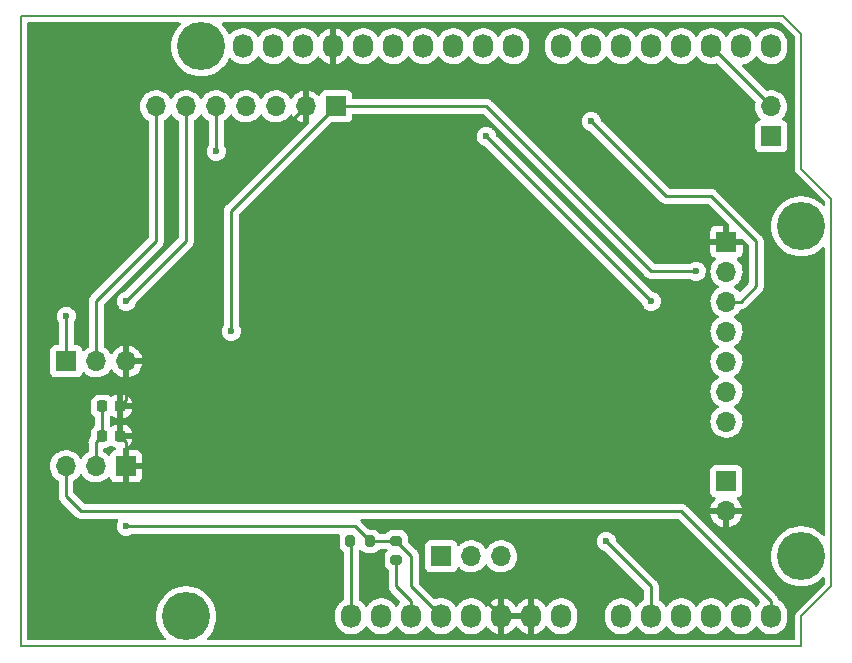
<source format=gbr>
%TF.GenerationSoftware,KiCad,Pcbnew,(6.0.5-0)*%
%TF.CreationDate,2022-06-12T09:40:54+09:00*%
%TF.ProjectId,esp32-walkie-talkie-v2,65737033-322d-4776-916c-6b69652d7461,rev?*%
%TF.SameCoordinates,PX69db1f0PY7882d48*%
%TF.FileFunction,Copper,L1,Top*%
%TF.FilePolarity,Positive*%
%FSLAX46Y46*%
G04 Gerber Fmt 4.6, Leading zero omitted, Abs format (unit mm)*
G04 Created by KiCad (PCBNEW (6.0.5-0)) date 2022-06-12 09:40:54*
%MOMM*%
%LPD*%
G01*
G04 APERTURE LIST*
G04 Aperture macros list*
%AMRoundRect*
0 Rectangle with rounded corners*
0 $1 Rounding radius*
0 $2 $3 $4 $5 $6 $7 $8 $9 X,Y pos of 4 corners*
0 Add a 4 corners polygon primitive as box body*
4,1,4,$2,$3,$4,$5,$6,$7,$8,$9,$2,$3,0*
0 Add four circle primitives for the rounded corners*
1,1,$1+$1,$2,$3*
1,1,$1+$1,$4,$5*
1,1,$1+$1,$6,$7*
1,1,$1+$1,$8,$9*
0 Add four rect primitives between the rounded corners*
20,1,$1+$1,$2,$3,$4,$5,0*
20,1,$1+$1,$4,$5,$6,$7,0*
20,1,$1+$1,$6,$7,$8,$9,0*
20,1,$1+$1,$8,$9,$2,$3,0*%
G04 Aperture macros list end*
%TA.AperFunction,Profile*%
%ADD10C,0.150000*%
%TD*%
%TA.AperFunction,ComponentPad*%
%ADD11O,1.727200X2.032000*%
%TD*%
%TA.AperFunction,ComponentPad*%
%ADD12C,4.064000*%
%TD*%
%TA.AperFunction,SMDPad,CuDef*%
%ADD13RoundRect,0.200000X0.200000X0.275000X-0.200000X0.275000X-0.200000X-0.275000X0.200000X-0.275000X0*%
%TD*%
%TA.AperFunction,ComponentPad*%
%ADD14R,1.700000X1.700000*%
%TD*%
%TA.AperFunction,ComponentPad*%
%ADD15O,1.700000X1.700000*%
%TD*%
%TA.AperFunction,SMDPad,CuDef*%
%ADD16RoundRect,0.200000X-0.275000X0.200000X-0.275000X-0.200000X0.275000X-0.200000X0.275000X0.200000X0*%
%TD*%
%TA.AperFunction,SMDPad,CuDef*%
%ADD17RoundRect,0.225000X-0.225000X-0.250000X0.225000X-0.250000X0.225000X0.250000X-0.225000X0.250000X0*%
%TD*%
%TA.AperFunction,ViaPad*%
%ADD18C,0.600000*%
%TD*%
%TA.AperFunction,Conductor*%
%ADD19C,0.250000*%
%TD*%
G04 APERTURE END LIST*
D10*
X68580000Y37846000D02*
X66040000Y40386000D01*
X66040000Y0D02*
X66040000Y2540000D01*
X66040000Y51816000D02*
X64516000Y53340000D01*
X66040000Y2540000D02*
X68580000Y5080000D01*
X0Y53340000D02*
X0Y0D01*
X68580000Y5080000D02*
X68580000Y37846000D01*
X0Y0D02*
X66040000Y0D01*
X64516000Y53340000D02*
X0Y53340000D01*
X66040000Y40386000D02*
X66040000Y51816000D01*
D11*
%TO.P,P1,1,Pin_1*%
%TO.N,ESPDUINO_IO0*%
X27940000Y2540000D03*
%TO.P,P1,2,Pin_2*%
%TO.N,/IOREF*%
X30480000Y2540000D03*
%TO.P,P1,3,Pin_3*%
%TO.N,RESET*%
X33020000Y2540000D03*
%TO.P,P1,4,Pin_4*%
%TO.N,ESPDUINO_3.3V*%
X35560000Y2540000D03*
%TO.P,P1,5,Pin_5*%
%TO.N,ESPDUINO_5V*%
X38100000Y2540000D03*
%TO.P,P1,6,Pin_6*%
%TO.N,GND*%
X40640000Y2540000D03*
%TO.P,P1,7,Pin_7*%
X43180000Y2540000D03*
%TO.P,P1,8,Pin_8*%
%TO.N,/Vin*%
X45720000Y2540000D03*
%TD*%
%TO.P,P2,1,Pin_1*%
%TO.N,ESPDUINO_IO2*%
X50800000Y2540000D03*
%TO.P,P2,2,Pin_2*%
%TO.N,ESPDUINO_IO4*%
X53340000Y2540000D03*
%TO.P,P2,3,Pin_3*%
%TO.N,ESPDUINO_IO35*%
X55880000Y2540000D03*
%TO.P,P2,4,Pin_4*%
%TO.N,ESPDUINO_IO34*%
X58420000Y2540000D03*
%TO.P,P2,5,Pin_5*%
%TO.N,ESPDUINO_IO36*%
X60960000Y2540000D03*
%TO.P,P2,6,Pin_6*%
%TO.N,ESPDUINO_IO39*%
X63500000Y2540000D03*
%TD*%
%TO.P,P3,1,Pin_1*%
%TO.N,unconnected-(P3-Pad1)*%
X18796000Y50800000D03*
%TO.P,P3,2,Pin_2*%
%TO.N,unconnected-(P3-Pad2)*%
X21336000Y50800000D03*
%TO.P,P3,3,Pin_3*%
%TO.N,/AREF*%
X23876000Y50800000D03*
%TO.P,P3,4,Pin_4*%
%TO.N,GND*%
X26416000Y50800000D03*
%TO.P,P3,5,Pin_5*%
%TO.N,ESPDUINO_IO18*%
X28956000Y50800000D03*
%TO.P,P3,6,Pin_6*%
%TO.N,ESPDUINO_IO19*%
X31496000Y50800000D03*
%TO.P,P3,7,Pin_7*%
%TO.N,ESPDUINO_IO23*%
X34036000Y50800000D03*
%TO.P,P3,8,Pin_8*%
%TO.N,ESPDUINO_IO5*%
X36576000Y50800000D03*
%TO.P,P3,9,Pin_9*%
%TO.N,ESPDUINO_IO13*%
X39116000Y50800000D03*
%TO.P,P3,10,Pin_10*%
%TO.N,ESPDUINO_IO12*%
X41656000Y50800000D03*
%TD*%
%TO.P,P4,1,Pin_1*%
%TO.N,ESPDUINO_IO14*%
X45720000Y50800000D03*
%TO.P,P4,2,Pin_2*%
%TO.N,ESPDUINO_IO27*%
X48260000Y50800000D03*
%TO.P,P4,3,Pin_3*%
%TO.N,ESPDUINO_IO16*%
X50800000Y50800000D03*
%TO.P,P4,4,Pin_4*%
%TO.N,ESPDUINO_IO17*%
X53340000Y50800000D03*
%TO.P,P4,5,Pin_5*%
%TO.N,ESPDUINO_IO25*%
X55880000Y50800000D03*
%TO.P,P4,6,Pin_6*%
%TO.N,ESPDUINO_IO26*%
X58420000Y50800000D03*
%TO.P,P4,7,Pin_7*%
%TO.N,ESPDUINO_TX*%
X60960000Y50800000D03*
%TO.P,P4,8,Pin_8*%
%TO.N,ESPDUINO_RX*%
X63500000Y50800000D03*
%TD*%
D12*
%TO.P,P5,1,Pin_1*%
%TO.N,unconnected-(P5-Pad1)*%
X13970000Y2540000D03*
%TD*%
%TO.P,P6,1,Pin_1*%
%TO.N,unconnected-(P6-Pad1)*%
X66040000Y7620000D03*
%TD*%
%TO.P,P7,1,Pin_1*%
%TO.N,unconnected-(P7-Pad1)*%
X15240000Y50800000D03*
%TD*%
%TO.P,P8,1,Pin_1*%
%TO.N,unconnected-(P8-Pad1)*%
X66040000Y35560000D03*
%TD*%
D13*
%TO.P,R1,1*%
%TO.N,ESPDUINO_3.3V*%
X29527000Y8890000D03*
%TO.P,R1,2*%
%TO.N,ESPDUINO_IO0*%
X27877000Y8890000D03*
%TD*%
D14*
%TO.P,J3,1,Pin_1*%
%TO.N,GND*%
X59715000Y34270000D03*
D15*
%TO.P,J3,2,Pin_2*%
%TO.N,ESPDUINO_3.3V*%
X59715000Y31730000D03*
%TO.P,J3,3,Pin_3*%
%TO.N,ESPDUINO_IO14*%
X59715000Y29190000D03*
%TO.P,J3,4,Pin_4*%
%TO.N,ESPDUINO_IO13*%
X59715000Y26650000D03*
%TO.P,J3,5,Pin_5*%
%TO.N,ESPDUINO_IO16*%
X59715000Y24110000D03*
%TO.P,J3,6,Pin_6*%
%TO.N,ESPDUINO_IO5*%
X59715000Y21570000D03*
%TO.P,J3,7,Pin_7*%
%TO.N,ST7789_BLK*%
X59715000Y19030000D03*
%TD*%
D16*
%TO.P,R2,1*%
%TO.N,ESPDUINO_3.3V*%
X31750000Y8953000D03*
%TO.P,R2,2*%
%TO.N,RESET*%
X31750000Y7303000D03*
%TD*%
D17*
%TO.P,C1,1*%
%TO.N,ESPDUINO_3.3V*%
X6845000Y17780000D03*
%TO.P,C1,2*%
%TO.N,GND*%
X8395000Y17780000D03*
%TD*%
D14*
%TO.P,J2,1,Pin_1*%
%TO.N,GND*%
X8875000Y15240000D03*
D15*
%TO.P,J2,2,Pin_2*%
%TO.N,ESPDUINO_3.3V*%
X6335000Y15240000D03*
%TO.P,J2,3,Pin_3*%
%TO.N,ESPDUINO_IO39*%
X3795000Y15240000D03*
%TD*%
D14*
%TO.P,J7,1,Pin_1*%
%TO.N,ESPDUINO_3.3V*%
X63500000Y43180000D03*
D15*
%TO.P,J7,2,Pin_2*%
%TO.N,ESPDUINO_IO26*%
X63500000Y45720000D03*
%TD*%
D14*
%TO.P,J1,1,Pin_1*%
%TO.N,ESPDUINO_IO18*%
X3825000Y24130000D03*
D15*
%TO.P,J1,2,Pin_2*%
%TO.N,ESPDUINO_IO19*%
X6365000Y24130000D03*
%TO.P,J1,3,Pin_3*%
%TO.N,GND*%
X8905000Y24130000D03*
%TD*%
D14*
%TO.P,J6,1,Pin_1*%
%TO.N,ESPDUINO_3.3V*%
X26670000Y45720000D03*
D15*
%TO.P,J6,2,Pin_2*%
%TO.N,GND*%
X24130000Y45720000D03*
%TO.P,J6,3,Pin_3*%
%TO.N,ESPDUINO_IO23*%
X21590000Y45720000D03*
%TO.P,J6,4,Pin_4*%
%TO.N,I2S_SPEAKER_GAIN*%
X19050000Y45720000D03*
%TO.P,J6,5,Pin_5*%
%TO.N,ESPDUINO_IO4*%
X16510000Y45720000D03*
%TO.P,J6,6,Pin_6*%
%TO.N,ESPDUINO_IO18*%
X13970000Y45720000D03*
%TO.P,J6,7,Pin_7*%
%TO.N,ESPDUINO_IO19*%
X11430000Y45720000D03*
%TD*%
D17*
%TO.P,C2,1*%
%TO.N,ESPDUINO_3.3V*%
X6845000Y20320000D03*
%TO.P,C2,2*%
%TO.N,GND*%
X8395000Y20320000D03*
%TD*%
D14*
%TO.P,J5,1,Pin_1*%
%TO.N,POWER_IN_5V_VCC*%
X59690000Y13970000D03*
D15*
%TO.P,J5,2,Pin_2*%
%TO.N,GND*%
X59690000Y11430000D03*
%TD*%
D14*
%TO.P,J4,1,Pin_1*%
%TO.N,ESPDUINO_IO15*%
X35560000Y7620000D03*
D15*
%TO.P,J4,2,Pin_2*%
%TO.N,ESPDUINO_IO33*%
X38100000Y7620000D03*
%TO.P,J4,3,Pin_3*%
%TO.N,ESPDUINO_IO32*%
X40640000Y7620000D03*
%TD*%
D18*
%TO.N,GND*%
X35560000Y5080000D03*
%TO.N,ESPDUINO_IO4*%
X49530000Y8890000D03*
X16510000Y41910000D03*
%TO.N,ESPDUINO_IO18*%
X3810000Y27940000D03*
X8890000Y29210000D03*
%TO.N,ESPDUINO_IO13*%
X39370000Y43180000D03*
X53340000Y29210000D03*
%TO.N,ESPDUINO_IO14*%
X48260000Y44450000D03*
%TO.N,ESPDUINO_3.3V*%
X8890000Y10160000D03*
X57150000Y31750000D03*
X17780000Y26670000D03*
%TD*%
D19*
%TO.N,ESPDUINO_IO0*%
X27877000Y8890000D02*
X27940000Y8827000D01*
X27940000Y8827000D02*
X27940000Y2540000D01*
%TO.N,GND*%
X16510000Y34290000D02*
X8890000Y26670000D01*
X8905000Y20830000D02*
X8905000Y24130000D01*
X8890000Y26670000D02*
X8905000Y26655000D01*
X8875000Y15240000D02*
X8875000Y17300000D01*
X8395000Y20320000D02*
X8905000Y20830000D01*
X8395000Y17780000D02*
X8395000Y20320000D01*
X16510000Y38100000D02*
X16510000Y34290000D01*
X38100000Y5080000D02*
X35560000Y5080000D01*
X26416000Y50800000D02*
X26416000Y49276000D01*
X24130000Y45720000D02*
X16510000Y38100000D01*
X40640000Y2540000D02*
X38100000Y5080000D01*
X24130000Y46990000D02*
X24130000Y45720000D01*
X26416000Y49276000D02*
X24130000Y46990000D01*
X8875000Y17300000D02*
X8395000Y17780000D01*
X8905000Y26655000D02*
X8905000Y24130000D01*
%TO.N,RESET*%
X31750000Y7303000D02*
X31750000Y5080000D01*
X33020000Y3810000D02*
X33020000Y2540000D01*
X31750000Y5080000D02*
X33020000Y3810000D01*
%TO.N,ESPDUINO_IO4*%
X16510000Y45720000D02*
X16510000Y41910000D01*
X53340000Y5080000D02*
X53340000Y2540000D01*
X49530000Y8890000D02*
X53340000Y5080000D01*
%TO.N,ESPDUINO_IO39*%
X55880000Y11430000D02*
X63500000Y3810000D01*
X63500000Y3810000D02*
X63500000Y2540000D01*
X3795000Y15240000D02*
X3795000Y12715000D01*
X5080000Y11430000D02*
X55880000Y11430000D01*
X3795000Y12715000D02*
X5080000Y11430000D01*
%TO.N,ESPDUINO_IO18*%
X13970000Y34290000D02*
X8890000Y29210000D01*
X3825000Y27925000D02*
X3825000Y24130000D01*
X3810000Y27940000D02*
X3825000Y27925000D01*
X13970000Y45720000D02*
X13970000Y34290000D01*
%TO.N,ESPDUINO_IO19*%
X11430000Y34290000D02*
X6350000Y29210000D01*
X6350000Y29210000D02*
X6365000Y29195000D01*
X6365000Y29195000D02*
X6365000Y24130000D01*
X11430000Y45720000D02*
X11430000Y34290000D01*
%TO.N,ESPDUINO_IO13*%
X53340000Y29210000D02*
X39370000Y43180000D01*
%TO.N,ESPDUINO_IO14*%
X54610000Y38100000D02*
X58420000Y38100000D01*
X60940000Y29190000D02*
X59715000Y29190000D01*
X62230000Y30480000D02*
X60940000Y29190000D01*
X48260000Y44450000D02*
X54610000Y38100000D01*
X62230000Y34290000D02*
X62230000Y30480000D01*
X58420000Y38100000D02*
X62230000Y34290000D01*
%TO.N,ESPDUINO_IO26*%
X63500000Y45720000D02*
X58420000Y50800000D01*
%TO.N,ESPDUINO_3.3V*%
X19050000Y38100000D02*
X17780000Y36830000D01*
X17780000Y36830000D02*
X17780000Y30480000D01*
X17780000Y26670000D02*
X17780000Y27940000D01*
X6335000Y17270000D02*
X6845000Y17780000D01*
X6845000Y17780000D02*
X6845000Y20320000D01*
X31687000Y8890000D02*
X31750000Y8953000D01*
X26670000Y45720000D02*
X19050000Y38100000D01*
X33020000Y5080000D02*
X35560000Y2540000D01*
X29527000Y8890000D02*
X28257000Y10160000D01*
X26670000Y45720000D02*
X39370000Y45720000D01*
X29527000Y8890000D02*
X31687000Y8890000D01*
X33020000Y7683000D02*
X33020000Y5080000D01*
X53340000Y31750000D02*
X57150000Y31750000D01*
X17780000Y27940000D02*
X17780000Y36830000D01*
X39370000Y45720000D02*
X53340000Y31750000D01*
X31750000Y8953000D02*
X33020000Y7683000D01*
X6335000Y15240000D02*
X6335000Y17270000D01*
X17780000Y30480000D02*
X17780000Y27940000D01*
X28257000Y10160000D02*
X8890000Y10160000D01*
%TD*%
%TA.AperFunction,Conductor*%
%TO.N,GND*%
G36*
X13441997Y52811498D02*
G01*
X13488490Y52757842D01*
X13498594Y52687568D01*
X13469100Y52622988D01*
X13460129Y52613650D01*
X13384394Y52542530D01*
X13180629Y52296221D01*
X13178505Y52292874D01*
X13178502Y52292870D01*
X13111830Y52187812D01*
X13009341Y52026315D01*
X13007657Y52022736D01*
X13007653Y52022729D01*
X12904875Y51804313D01*
X12873233Y51737070D01*
X12872007Y51733298D01*
X12872007Y51733297D01*
X12870107Y51727449D01*
X12774449Y51433046D01*
X12714549Y51119039D01*
X12694477Y50800000D01*
X12714549Y50480961D01*
X12774449Y50166954D01*
X12775676Y50163178D01*
X12870201Y49872263D01*
X12873233Y49862930D01*
X12874920Y49859344D01*
X12874922Y49859340D01*
X13007653Y49577271D01*
X13007657Y49577264D01*
X13009341Y49573685D01*
X13011465Y49570339D01*
X13011465Y49570338D01*
X13171914Y49317512D01*
X13180629Y49303779D01*
X13384394Y49057470D01*
X13617423Y48838641D01*
X13876041Y48650744D01*
X14156169Y48496742D01*
X14318083Y48432636D01*
X14449707Y48380522D01*
X14449710Y48380521D01*
X14453390Y48379064D01*
X14457224Y48378080D01*
X14457232Y48378077D01*
X14649153Y48328800D01*
X14763017Y48299565D01*
X14766945Y48299069D01*
X14766949Y48299068D01*
X14892642Y48283190D01*
X15080165Y48259500D01*
X15399835Y48259500D01*
X15587358Y48283190D01*
X15713051Y48299068D01*
X15713055Y48299069D01*
X15716983Y48299565D01*
X15830847Y48328800D01*
X16022768Y48378077D01*
X16022776Y48378080D01*
X16026610Y48379064D01*
X16030290Y48380521D01*
X16030293Y48380522D01*
X16161917Y48432636D01*
X16323831Y48496742D01*
X16603959Y48650744D01*
X16862577Y48838641D01*
X17095606Y49057470D01*
X17299371Y49303779D01*
X17308087Y49317512D01*
X17468535Y49570338D01*
X17468535Y49570339D01*
X17470659Y49573685D01*
X17472343Y49577264D01*
X17472347Y49577271D01*
X17542177Y49725668D01*
X17589280Y49778789D01*
X17657625Y49798012D01*
X17725512Y49777233D01*
X17747355Y49758992D01*
X17883532Y49616242D01*
X18070350Y49477246D01*
X18075102Y49474830D01*
X18272244Y49374598D01*
X18277916Y49371714D01*
X18350613Y49349141D01*
X18495193Y49304247D01*
X18495199Y49304246D01*
X18500296Y49302663D01*
X18624660Y49286180D01*
X18725848Y49272768D01*
X18725852Y49272768D01*
X18731132Y49272068D01*
X18736462Y49272268D01*
X18736463Y49272268D01*
X18847477Y49276436D01*
X18963822Y49280803D01*
X19068005Y49302663D01*
X19186486Y49327523D01*
X19186489Y49327524D01*
X19191713Y49328620D01*
X19408290Y49414150D01*
X19607359Y49534949D01*
X19611855Y49538850D01*
X19779197Y49684061D01*
X19779199Y49684063D01*
X19783230Y49687561D01*
X19786613Y49691687D01*
X19786617Y49691691D01*
X19885776Y49812626D01*
X19930872Y49867624D01*
X19956845Y49913252D01*
X20007927Y49962558D01*
X20077558Y49976420D01*
X20143629Y49950437D01*
X20170867Y49921287D01*
X20262804Y49784728D01*
X20266483Y49780871D01*
X20266485Y49780869D01*
X20351223Y49692041D01*
X20423532Y49616242D01*
X20610350Y49477246D01*
X20615102Y49474830D01*
X20812244Y49374598D01*
X20817916Y49371714D01*
X20890613Y49349141D01*
X21035193Y49304247D01*
X21035199Y49304246D01*
X21040296Y49302663D01*
X21164660Y49286180D01*
X21265848Y49272768D01*
X21265852Y49272768D01*
X21271132Y49272068D01*
X21276462Y49272268D01*
X21276463Y49272268D01*
X21387477Y49276436D01*
X21503822Y49280803D01*
X21608005Y49302663D01*
X21726486Y49327523D01*
X21726489Y49327524D01*
X21731713Y49328620D01*
X21948290Y49414150D01*
X22147359Y49534949D01*
X22151855Y49538850D01*
X22319197Y49684061D01*
X22319199Y49684063D01*
X22323230Y49687561D01*
X22326613Y49691687D01*
X22326617Y49691691D01*
X22425776Y49812626D01*
X22470872Y49867624D01*
X22496845Y49913252D01*
X22547927Y49962558D01*
X22617558Y49976420D01*
X22683629Y49950437D01*
X22710867Y49921287D01*
X22802804Y49784728D01*
X22806483Y49780871D01*
X22806485Y49780869D01*
X22891223Y49692041D01*
X22963532Y49616242D01*
X23150350Y49477246D01*
X23155102Y49474830D01*
X23352244Y49374598D01*
X23357916Y49371714D01*
X23430613Y49349141D01*
X23575193Y49304247D01*
X23575199Y49304246D01*
X23580296Y49302663D01*
X23704660Y49286180D01*
X23805848Y49272768D01*
X23805852Y49272768D01*
X23811132Y49272068D01*
X23816462Y49272268D01*
X23816463Y49272268D01*
X23927477Y49276436D01*
X24043822Y49280803D01*
X24148005Y49302663D01*
X24266486Y49327523D01*
X24266489Y49327524D01*
X24271713Y49328620D01*
X24488290Y49414150D01*
X24687359Y49534949D01*
X24691855Y49538850D01*
X24859197Y49684061D01*
X24859199Y49684063D01*
X24863230Y49687561D01*
X24866613Y49691687D01*
X24866617Y49691691D01*
X24965776Y49812626D01*
X25010872Y49867624D01*
X25037122Y49913739D01*
X25088202Y49963044D01*
X25157832Y49976906D01*
X25223904Y49950923D01*
X25251143Y49921773D01*
X25340215Y49789470D01*
X25346876Y49781184D01*
X25500180Y49620480D01*
X25508148Y49613431D01*
X25686336Y49480856D01*
X25695366Y49475257D01*
X25893347Y49374598D01*
X25903208Y49370595D01*
X26115301Y49304737D01*
X26125696Y49302452D01*
X26144041Y49300020D01*
X26158208Y49302217D01*
X26162000Y49315401D01*
X26162000Y49317512D01*
X26670000Y49317512D01*
X26673973Y49303981D01*
X26684580Y49302456D01*
X26806343Y49328004D01*
X26816539Y49331064D01*
X27023097Y49412637D01*
X27032634Y49417371D01*
X27222503Y49532586D01*
X27231093Y49538850D01*
X27398837Y49684411D01*
X27406257Y49692041D01*
X27547073Y49863780D01*
X27553102Y49872551D01*
X27576533Y49913715D01*
X27627615Y49963022D01*
X27697245Y49976884D01*
X27763316Y49950901D01*
X27790555Y49921751D01*
X27882804Y49784728D01*
X27886483Y49780871D01*
X27886485Y49780869D01*
X27971223Y49692041D01*
X28043532Y49616242D01*
X28230350Y49477246D01*
X28235102Y49474830D01*
X28432244Y49374598D01*
X28437916Y49371714D01*
X28510613Y49349141D01*
X28655193Y49304247D01*
X28655199Y49304246D01*
X28660296Y49302663D01*
X28784660Y49286180D01*
X28885848Y49272768D01*
X28885852Y49272768D01*
X28891132Y49272068D01*
X28896462Y49272268D01*
X28896463Y49272268D01*
X29007477Y49276436D01*
X29123822Y49280803D01*
X29228005Y49302663D01*
X29346486Y49327523D01*
X29346489Y49327524D01*
X29351713Y49328620D01*
X29568290Y49414150D01*
X29767359Y49534949D01*
X29771855Y49538850D01*
X29939197Y49684061D01*
X29939199Y49684063D01*
X29943230Y49687561D01*
X29946613Y49691687D01*
X29946617Y49691691D01*
X30045776Y49812626D01*
X30090872Y49867624D01*
X30116845Y49913252D01*
X30167927Y49962558D01*
X30237558Y49976420D01*
X30303629Y49950437D01*
X30330867Y49921287D01*
X30422804Y49784728D01*
X30426483Y49780871D01*
X30426485Y49780869D01*
X30511223Y49692041D01*
X30583532Y49616242D01*
X30770350Y49477246D01*
X30775102Y49474830D01*
X30972244Y49374598D01*
X30977916Y49371714D01*
X31050613Y49349141D01*
X31195193Y49304247D01*
X31195199Y49304246D01*
X31200296Y49302663D01*
X31324660Y49286180D01*
X31425848Y49272768D01*
X31425852Y49272768D01*
X31431132Y49272068D01*
X31436462Y49272268D01*
X31436463Y49272268D01*
X31547477Y49276436D01*
X31663822Y49280803D01*
X31768005Y49302663D01*
X31886486Y49327523D01*
X31886489Y49327524D01*
X31891713Y49328620D01*
X32108290Y49414150D01*
X32307359Y49534949D01*
X32311855Y49538850D01*
X32479197Y49684061D01*
X32479199Y49684063D01*
X32483230Y49687561D01*
X32486613Y49691687D01*
X32486617Y49691691D01*
X32585776Y49812626D01*
X32630872Y49867624D01*
X32656845Y49913252D01*
X32707927Y49962558D01*
X32777558Y49976420D01*
X32843629Y49950437D01*
X32870867Y49921287D01*
X32962804Y49784728D01*
X32966483Y49780871D01*
X32966485Y49780869D01*
X33051223Y49692041D01*
X33123532Y49616242D01*
X33310350Y49477246D01*
X33315102Y49474830D01*
X33512244Y49374598D01*
X33517916Y49371714D01*
X33590613Y49349141D01*
X33735193Y49304247D01*
X33735199Y49304246D01*
X33740296Y49302663D01*
X33864660Y49286180D01*
X33965848Y49272768D01*
X33965852Y49272768D01*
X33971132Y49272068D01*
X33976462Y49272268D01*
X33976463Y49272268D01*
X34087477Y49276436D01*
X34203822Y49280803D01*
X34308005Y49302663D01*
X34426486Y49327523D01*
X34426489Y49327524D01*
X34431713Y49328620D01*
X34648290Y49414150D01*
X34847359Y49534949D01*
X34851855Y49538850D01*
X35019197Y49684061D01*
X35019199Y49684063D01*
X35023230Y49687561D01*
X35026613Y49691687D01*
X35026617Y49691691D01*
X35125776Y49812626D01*
X35170872Y49867624D01*
X35196845Y49913252D01*
X35247927Y49962558D01*
X35317558Y49976420D01*
X35383629Y49950437D01*
X35410867Y49921287D01*
X35502804Y49784728D01*
X35506483Y49780871D01*
X35506485Y49780869D01*
X35591223Y49692041D01*
X35663532Y49616242D01*
X35850350Y49477246D01*
X35855102Y49474830D01*
X36052244Y49374598D01*
X36057916Y49371714D01*
X36130613Y49349141D01*
X36275193Y49304247D01*
X36275199Y49304246D01*
X36280296Y49302663D01*
X36404660Y49286180D01*
X36505848Y49272768D01*
X36505852Y49272768D01*
X36511132Y49272068D01*
X36516462Y49272268D01*
X36516463Y49272268D01*
X36627477Y49276436D01*
X36743822Y49280803D01*
X36848005Y49302663D01*
X36966486Y49327523D01*
X36966489Y49327524D01*
X36971713Y49328620D01*
X37188290Y49414150D01*
X37387359Y49534949D01*
X37391855Y49538850D01*
X37559197Y49684061D01*
X37559199Y49684063D01*
X37563230Y49687561D01*
X37566613Y49691687D01*
X37566617Y49691691D01*
X37665776Y49812626D01*
X37710872Y49867624D01*
X37736845Y49913252D01*
X37787927Y49962558D01*
X37857558Y49976420D01*
X37923629Y49950437D01*
X37950867Y49921287D01*
X38042804Y49784728D01*
X38046483Y49780871D01*
X38046485Y49780869D01*
X38131223Y49692041D01*
X38203532Y49616242D01*
X38390350Y49477246D01*
X38395102Y49474830D01*
X38592244Y49374598D01*
X38597916Y49371714D01*
X38670613Y49349141D01*
X38815193Y49304247D01*
X38815199Y49304246D01*
X38820296Y49302663D01*
X38944660Y49286180D01*
X39045848Y49272768D01*
X39045852Y49272768D01*
X39051132Y49272068D01*
X39056462Y49272268D01*
X39056463Y49272268D01*
X39167477Y49276436D01*
X39283822Y49280803D01*
X39388005Y49302663D01*
X39506486Y49327523D01*
X39506489Y49327524D01*
X39511713Y49328620D01*
X39728290Y49414150D01*
X39927359Y49534949D01*
X39931855Y49538850D01*
X40099197Y49684061D01*
X40099199Y49684063D01*
X40103230Y49687561D01*
X40106613Y49691687D01*
X40106617Y49691691D01*
X40205776Y49812626D01*
X40250872Y49867624D01*
X40276845Y49913252D01*
X40327927Y49962558D01*
X40397558Y49976420D01*
X40463629Y49950437D01*
X40490867Y49921287D01*
X40582804Y49784728D01*
X40586483Y49780871D01*
X40586485Y49780869D01*
X40671223Y49692041D01*
X40743532Y49616242D01*
X40930350Y49477246D01*
X40935102Y49474830D01*
X41132244Y49374598D01*
X41137916Y49371714D01*
X41210613Y49349141D01*
X41355193Y49304247D01*
X41355199Y49304246D01*
X41360296Y49302663D01*
X41484660Y49286180D01*
X41585848Y49272768D01*
X41585852Y49272768D01*
X41591132Y49272068D01*
X41596462Y49272268D01*
X41596463Y49272268D01*
X41707477Y49276436D01*
X41823822Y49280803D01*
X41928005Y49302663D01*
X42046486Y49327523D01*
X42046489Y49327524D01*
X42051713Y49328620D01*
X42268290Y49414150D01*
X42467359Y49534949D01*
X42471855Y49538850D01*
X42639197Y49684061D01*
X42639199Y49684063D01*
X42643230Y49687561D01*
X42646613Y49691687D01*
X42646617Y49691691D01*
X42745776Y49812626D01*
X42790872Y49867624D01*
X42821696Y49921773D01*
X42903422Y50065346D01*
X42906065Y50069989D01*
X42926239Y50125565D01*
X42983695Y50283854D01*
X42983696Y50283858D01*
X42985515Y50288869D01*
X43026950Y50518007D01*
X43028100Y50542394D01*
X43028100Y50589132D01*
X44347900Y50589132D01*
X44362626Y50415580D01*
X44363964Y50410423D01*
X44363965Y50410420D01*
X44396816Y50283854D01*
X44421125Y50190194D01*
X44423317Y50185328D01*
X44423318Y50185325D01*
X44431594Y50166954D01*
X44516762Y49977887D01*
X44646804Y49784728D01*
X44650483Y49780871D01*
X44650485Y49780869D01*
X44735223Y49692041D01*
X44807532Y49616242D01*
X44994350Y49477246D01*
X44999102Y49474830D01*
X45196244Y49374598D01*
X45201916Y49371714D01*
X45274613Y49349141D01*
X45419193Y49304247D01*
X45419199Y49304246D01*
X45424296Y49302663D01*
X45548660Y49286180D01*
X45649848Y49272768D01*
X45649852Y49272768D01*
X45655132Y49272068D01*
X45660462Y49272268D01*
X45660463Y49272268D01*
X45771477Y49276436D01*
X45887822Y49280803D01*
X45992005Y49302663D01*
X46110486Y49327523D01*
X46110489Y49327524D01*
X46115713Y49328620D01*
X46332290Y49414150D01*
X46531359Y49534949D01*
X46535855Y49538850D01*
X46703197Y49684061D01*
X46703199Y49684063D01*
X46707230Y49687561D01*
X46710613Y49691687D01*
X46710617Y49691691D01*
X46809776Y49812626D01*
X46854872Y49867624D01*
X46880845Y49913252D01*
X46931927Y49962558D01*
X47001558Y49976420D01*
X47067629Y49950437D01*
X47094867Y49921287D01*
X47186804Y49784728D01*
X47190483Y49780871D01*
X47190485Y49780869D01*
X47275223Y49692041D01*
X47347532Y49616242D01*
X47534350Y49477246D01*
X47539102Y49474830D01*
X47736244Y49374598D01*
X47741916Y49371714D01*
X47814613Y49349141D01*
X47959193Y49304247D01*
X47959199Y49304246D01*
X47964296Y49302663D01*
X48088660Y49286180D01*
X48189848Y49272768D01*
X48189852Y49272768D01*
X48195132Y49272068D01*
X48200462Y49272268D01*
X48200463Y49272268D01*
X48311477Y49276436D01*
X48427822Y49280803D01*
X48532005Y49302663D01*
X48650486Y49327523D01*
X48650489Y49327524D01*
X48655713Y49328620D01*
X48872290Y49414150D01*
X49071359Y49534949D01*
X49075855Y49538850D01*
X49243197Y49684061D01*
X49243199Y49684063D01*
X49247230Y49687561D01*
X49250613Y49691687D01*
X49250617Y49691691D01*
X49349776Y49812626D01*
X49394872Y49867624D01*
X49420845Y49913252D01*
X49471927Y49962558D01*
X49541558Y49976420D01*
X49607629Y49950437D01*
X49634867Y49921287D01*
X49726804Y49784728D01*
X49730483Y49780871D01*
X49730485Y49780869D01*
X49815223Y49692041D01*
X49887532Y49616242D01*
X50074350Y49477246D01*
X50079102Y49474830D01*
X50276244Y49374598D01*
X50281916Y49371714D01*
X50354613Y49349141D01*
X50499193Y49304247D01*
X50499199Y49304246D01*
X50504296Y49302663D01*
X50628660Y49286180D01*
X50729848Y49272768D01*
X50729852Y49272768D01*
X50735132Y49272068D01*
X50740462Y49272268D01*
X50740463Y49272268D01*
X50851477Y49276436D01*
X50967822Y49280803D01*
X51072005Y49302663D01*
X51190486Y49327523D01*
X51190489Y49327524D01*
X51195713Y49328620D01*
X51412290Y49414150D01*
X51611359Y49534949D01*
X51615855Y49538850D01*
X51783197Y49684061D01*
X51783199Y49684063D01*
X51787230Y49687561D01*
X51790613Y49691687D01*
X51790617Y49691691D01*
X51889776Y49812626D01*
X51934872Y49867624D01*
X51960845Y49913252D01*
X52011927Y49962558D01*
X52081558Y49976420D01*
X52147629Y49950437D01*
X52174867Y49921287D01*
X52266804Y49784728D01*
X52270483Y49780871D01*
X52270485Y49780869D01*
X52355223Y49692041D01*
X52427532Y49616242D01*
X52614350Y49477246D01*
X52619102Y49474830D01*
X52816244Y49374598D01*
X52821916Y49371714D01*
X52894613Y49349141D01*
X53039193Y49304247D01*
X53039199Y49304246D01*
X53044296Y49302663D01*
X53168660Y49286180D01*
X53269848Y49272768D01*
X53269852Y49272768D01*
X53275132Y49272068D01*
X53280462Y49272268D01*
X53280463Y49272268D01*
X53391477Y49276436D01*
X53507822Y49280803D01*
X53612005Y49302663D01*
X53730486Y49327523D01*
X53730489Y49327524D01*
X53735713Y49328620D01*
X53952290Y49414150D01*
X54151359Y49534949D01*
X54155855Y49538850D01*
X54323197Y49684061D01*
X54323199Y49684063D01*
X54327230Y49687561D01*
X54330613Y49691687D01*
X54330617Y49691691D01*
X54429776Y49812626D01*
X54474872Y49867624D01*
X54500845Y49913252D01*
X54551927Y49962558D01*
X54621558Y49976420D01*
X54687629Y49950437D01*
X54714867Y49921287D01*
X54806804Y49784728D01*
X54810483Y49780871D01*
X54810485Y49780869D01*
X54895223Y49692041D01*
X54967532Y49616242D01*
X55154350Y49477246D01*
X55159102Y49474830D01*
X55356244Y49374598D01*
X55361916Y49371714D01*
X55434613Y49349141D01*
X55579193Y49304247D01*
X55579199Y49304246D01*
X55584296Y49302663D01*
X55708660Y49286180D01*
X55809848Y49272768D01*
X55809852Y49272768D01*
X55815132Y49272068D01*
X55820462Y49272268D01*
X55820463Y49272268D01*
X55931477Y49276436D01*
X56047822Y49280803D01*
X56152005Y49302663D01*
X56270486Y49327523D01*
X56270489Y49327524D01*
X56275713Y49328620D01*
X56492290Y49414150D01*
X56691359Y49534949D01*
X56695855Y49538850D01*
X56863197Y49684061D01*
X56863199Y49684063D01*
X56867230Y49687561D01*
X56870613Y49691687D01*
X56870617Y49691691D01*
X56969776Y49812626D01*
X57014872Y49867624D01*
X57040845Y49913252D01*
X57091927Y49962558D01*
X57161558Y49976420D01*
X57227629Y49950437D01*
X57254867Y49921287D01*
X57346804Y49784728D01*
X57350483Y49780871D01*
X57350485Y49780869D01*
X57435223Y49692041D01*
X57507532Y49616242D01*
X57694350Y49477246D01*
X57699102Y49474830D01*
X57896244Y49374598D01*
X57901916Y49371714D01*
X57974613Y49349141D01*
X58119193Y49304247D01*
X58119199Y49304246D01*
X58124296Y49302663D01*
X58248660Y49286180D01*
X58349848Y49272768D01*
X58349852Y49272768D01*
X58355132Y49272068D01*
X58360462Y49272268D01*
X58360463Y49272268D01*
X58471477Y49276436D01*
X58587822Y49280803D01*
X58692005Y49302663D01*
X58810486Y49327523D01*
X58810489Y49327524D01*
X58815713Y49328620D01*
X58867676Y49349141D01*
X58938382Y49355559D01*
X59003052Y49321044D01*
X62149777Y46174318D01*
X62183803Y46112006D01*
X62182100Y46051554D01*
X62160989Y45975430D01*
X62137251Y45753305D01*
X62137548Y45748152D01*
X62137548Y45748149D01*
X62143011Y45653410D01*
X62150110Y45530285D01*
X62151247Y45525239D01*
X62151248Y45525233D01*
X62171119Y45437061D01*
X62199222Y45312361D01*
X62283266Y45105384D01*
X62330306Y45028621D01*
X62397291Y44919312D01*
X62399987Y44914912D01*
X62546250Y44746062D01*
X62550230Y44742758D01*
X62554981Y44738813D01*
X62594616Y44679910D01*
X62596113Y44608929D01*
X62558997Y44548407D01*
X62518725Y44523888D01*
X62458627Y44501358D01*
X62403295Y44480615D01*
X62286739Y44393261D01*
X62199385Y44276705D01*
X62148255Y44140316D01*
X62141500Y44078134D01*
X62141500Y42281866D01*
X62148255Y42219684D01*
X62199385Y42083295D01*
X62286739Y41966739D01*
X62403295Y41879385D01*
X62539684Y41828255D01*
X62601866Y41821500D01*
X64398134Y41821500D01*
X64460316Y41828255D01*
X64596705Y41879385D01*
X64713261Y41966739D01*
X64800615Y42083295D01*
X64851745Y42219684D01*
X64858500Y42281866D01*
X64858500Y44078134D01*
X64851745Y44140316D01*
X64800615Y44276705D01*
X64713261Y44393261D01*
X64596705Y44480615D01*
X64561745Y44493721D01*
X64478203Y44525040D01*
X64421439Y44567682D01*
X64396739Y44634244D01*
X64411947Y44703592D01*
X64433493Y44732273D01*
X64461000Y44759684D01*
X64538096Y44836511D01*
X64597594Y44919311D01*
X64665435Y45013723D01*
X64668453Y45017923D01*
X64673741Y45028621D01*
X64765136Y45213547D01*
X64765137Y45213549D01*
X64767430Y45218189D01*
X64832370Y45431931D01*
X64861529Y45653410D01*
X64863156Y45720000D01*
X64844852Y45942639D01*
X64790431Y46159298D01*
X64701354Y46364160D01*
X64580014Y46551723D01*
X64429670Y46716949D01*
X64425619Y46720148D01*
X64425615Y46720152D01*
X64258414Y46852200D01*
X64258410Y46852202D01*
X64254359Y46855402D01*
X64218028Y46875458D01*
X64202136Y46884231D01*
X64058789Y46963362D01*
X64053920Y46965086D01*
X64053916Y46965088D01*
X63853087Y47036205D01*
X63853083Y47036206D01*
X63848212Y47037931D01*
X63843119Y47038838D01*
X63843116Y47038839D01*
X63633373Y47076200D01*
X63633367Y47076201D01*
X63628284Y47077106D01*
X63554452Y47078008D01*
X63410081Y47079772D01*
X63410079Y47079772D01*
X63404911Y47079835D01*
X63184091Y47046045D01*
X63171532Y47041940D01*
X63100568Y47039790D01*
X63043294Y47072611D01*
X61049380Y49066524D01*
X61015355Y49128836D01*
X61020419Y49199651D01*
X61062966Y49256487D01*
X61122972Y49280621D01*
X61127822Y49280803D01*
X61292713Y49315401D01*
X61350486Y49327523D01*
X61350489Y49327524D01*
X61355713Y49328620D01*
X61572290Y49414150D01*
X61771359Y49534949D01*
X61775855Y49538850D01*
X61943197Y49684061D01*
X61943199Y49684063D01*
X61947230Y49687561D01*
X61950613Y49691687D01*
X61950617Y49691691D01*
X62049776Y49812626D01*
X62094872Y49867624D01*
X62120845Y49913252D01*
X62171927Y49962558D01*
X62241558Y49976420D01*
X62307629Y49950437D01*
X62334867Y49921287D01*
X62426804Y49784728D01*
X62430483Y49780871D01*
X62430485Y49780869D01*
X62515223Y49692041D01*
X62587532Y49616242D01*
X62774350Y49477246D01*
X62779102Y49474830D01*
X62976244Y49374598D01*
X62981916Y49371714D01*
X63054613Y49349141D01*
X63199193Y49304247D01*
X63199199Y49304246D01*
X63204296Y49302663D01*
X63328660Y49286180D01*
X63429848Y49272768D01*
X63429852Y49272768D01*
X63435132Y49272068D01*
X63440462Y49272268D01*
X63440463Y49272268D01*
X63551477Y49276436D01*
X63667822Y49280803D01*
X63772005Y49302663D01*
X63890486Y49327523D01*
X63890489Y49327524D01*
X63895713Y49328620D01*
X64112290Y49414150D01*
X64311359Y49534949D01*
X64315855Y49538850D01*
X64483197Y49684061D01*
X64483199Y49684063D01*
X64487230Y49687561D01*
X64490613Y49691687D01*
X64490617Y49691691D01*
X64589776Y49812626D01*
X64634872Y49867624D01*
X64665696Y49921773D01*
X64747422Y50065346D01*
X64750065Y50069989D01*
X64770239Y50125565D01*
X64827695Y50283854D01*
X64827696Y50283858D01*
X64829515Y50288869D01*
X64870950Y50518007D01*
X64872100Y50542394D01*
X64872100Y51010868D01*
X64857374Y51184420D01*
X64856035Y51189580D01*
X64800217Y51404637D01*
X64800216Y51404641D01*
X64798875Y51409806D01*
X64790164Y51429145D01*
X64705433Y51617240D01*
X64703238Y51622113D01*
X64573196Y51815272D01*
X64548598Y51841058D01*
X64416152Y51979896D01*
X64412468Y51983758D01*
X64225650Y52122754D01*
X64098574Y52187363D01*
X64022842Y52225867D01*
X64022841Y52225867D01*
X64018084Y52228286D01*
X63879299Y52271380D01*
X63800807Y52295753D01*
X63800801Y52295754D01*
X63795704Y52297337D01*
X63671340Y52313820D01*
X63570152Y52327232D01*
X63570148Y52327232D01*
X63564868Y52327932D01*
X63559538Y52327732D01*
X63559537Y52327732D01*
X63448523Y52323564D01*
X63332178Y52319197D01*
X63249474Y52301844D01*
X63109514Y52272477D01*
X63109511Y52272476D01*
X63104287Y52271380D01*
X62887710Y52185850D01*
X62688641Y52065051D01*
X62684611Y52061554D01*
X62590075Y51979520D01*
X62512770Y51912439D01*
X62509387Y51908313D01*
X62509383Y51908309D01*
X62436262Y51819131D01*
X62365128Y51732376D01*
X62362490Y51727741D01*
X62362487Y51727737D01*
X62339155Y51686748D01*
X62288073Y51637442D01*
X62218442Y51623580D01*
X62152371Y51649563D01*
X62125133Y51678713D01*
X62036176Y51810845D01*
X62033196Y51815272D01*
X62008598Y51841058D01*
X61876152Y51979896D01*
X61872468Y51983758D01*
X61685650Y52122754D01*
X61558574Y52187363D01*
X61482842Y52225867D01*
X61482841Y52225867D01*
X61478084Y52228286D01*
X61339299Y52271380D01*
X61260807Y52295753D01*
X61260801Y52295754D01*
X61255704Y52297337D01*
X61131340Y52313820D01*
X61030152Y52327232D01*
X61030148Y52327232D01*
X61024868Y52327932D01*
X61019538Y52327732D01*
X61019537Y52327732D01*
X60908523Y52323564D01*
X60792178Y52319197D01*
X60709474Y52301844D01*
X60569514Y52272477D01*
X60569511Y52272476D01*
X60564287Y52271380D01*
X60347710Y52185850D01*
X60148641Y52065051D01*
X60144611Y52061554D01*
X60050075Y51979520D01*
X59972770Y51912439D01*
X59969387Y51908313D01*
X59969383Y51908309D01*
X59896262Y51819131D01*
X59825128Y51732376D01*
X59822490Y51727741D01*
X59822487Y51727737D01*
X59799155Y51686748D01*
X59748073Y51637442D01*
X59678442Y51623580D01*
X59612371Y51649563D01*
X59585133Y51678713D01*
X59496176Y51810845D01*
X59493196Y51815272D01*
X59468598Y51841058D01*
X59336152Y51979896D01*
X59332468Y51983758D01*
X59145650Y52122754D01*
X59018574Y52187363D01*
X58942842Y52225867D01*
X58942841Y52225867D01*
X58938084Y52228286D01*
X58799299Y52271380D01*
X58720807Y52295753D01*
X58720801Y52295754D01*
X58715704Y52297337D01*
X58591340Y52313820D01*
X58490152Y52327232D01*
X58490148Y52327232D01*
X58484868Y52327932D01*
X58479538Y52327732D01*
X58479537Y52327732D01*
X58368523Y52323564D01*
X58252178Y52319197D01*
X58169474Y52301844D01*
X58029514Y52272477D01*
X58029511Y52272476D01*
X58024287Y52271380D01*
X57807710Y52185850D01*
X57608641Y52065051D01*
X57604611Y52061554D01*
X57510075Y51979520D01*
X57432770Y51912439D01*
X57429387Y51908313D01*
X57429383Y51908309D01*
X57356262Y51819131D01*
X57285128Y51732376D01*
X57282490Y51727741D01*
X57282487Y51727737D01*
X57259155Y51686748D01*
X57208073Y51637442D01*
X57138442Y51623580D01*
X57072371Y51649563D01*
X57045133Y51678713D01*
X56956176Y51810845D01*
X56953196Y51815272D01*
X56928598Y51841058D01*
X56796152Y51979896D01*
X56792468Y51983758D01*
X56605650Y52122754D01*
X56478574Y52187363D01*
X56402842Y52225867D01*
X56402841Y52225867D01*
X56398084Y52228286D01*
X56259299Y52271380D01*
X56180807Y52295753D01*
X56180801Y52295754D01*
X56175704Y52297337D01*
X56051340Y52313820D01*
X55950152Y52327232D01*
X55950148Y52327232D01*
X55944868Y52327932D01*
X55939538Y52327732D01*
X55939537Y52327732D01*
X55828523Y52323564D01*
X55712178Y52319197D01*
X55629474Y52301844D01*
X55489514Y52272477D01*
X55489511Y52272476D01*
X55484287Y52271380D01*
X55267710Y52185850D01*
X55068641Y52065051D01*
X55064611Y52061554D01*
X54970075Y51979520D01*
X54892770Y51912439D01*
X54889387Y51908313D01*
X54889383Y51908309D01*
X54816262Y51819131D01*
X54745128Y51732376D01*
X54742490Y51727741D01*
X54742487Y51727737D01*
X54719155Y51686748D01*
X54668073Y51637442D01*
X54598442Y51623580D01*
X54532371Y51649563D01*
X54505133Y51678713D01*
X54416176Y51810845D01*
X54413196Y51815272D01*
X54388598Y51841058D01*
X54256152Y51979896D01*
X54252468Y51983758D01*
X54065650Y52122754D01*
X53938574Y52187363D01*
X53862842Y52225867D01*
X53862841Y52225867D01*
X53858084Y52228286D01*
X53719299Y52271380D01*
X53640807Y52295753D01*
X53640801Y52295754D01*
X53635704Y52297337D01*
X53511340Y52313820D01*
X53410152Y52327232D01*
X53410148Y52327232D01*
X53404868Y52327932D01*
X53399538Y52327732D01*
X53399537Y52327732D01*
X53288523Y52323564D01*
X53172178Y52319197D01*
X53089474Y52301844D01*
X52949514Y52272477D01*
X52949511Y52272476D01*
X52944287Y52271380D01*
X52727710Y52185850D01*
X52528641Y52065051D01*
X52524611Y52061554D01*
X52430075Y51979520D01*
X52352770Y51912439D01*
X52349387Y51908313D01*
X52349383Y51908309D01*
X52276262Y51819131D01*
X52205128Y51732376D01*
X52202490Y51727741D01*
X52202487Y51727737D01*
X52179155Y51686748D01*
X52128073Y51637442D01*
X52058442Y51623580D01*
X51992371Y51649563D01*
X51965133Y51678713D01*
X51876176Y51810845D01*
X51873196Y51815272D01*
X51848598Y51841058D01*
X51716152Y51979896D01*
X51712468Y51983758D01*
X51525650Y52122754D01*
X51398574Y52187363D01*
X51322842Y52225867D01*
X51322841Y52225867D01*
X51318084Y52228286D01*
X51179299Y52271380D01*
X51100807Y52295753D01*
X51100801Y52295754D01*
X51095704Y52297337D01*
X50971340Y52313820D01*
X50870152Y52327232D01*
X50870148Y52327232D01*
X50864868Y52327932D01*
X50859538Y52327732D01*
X50859537Y52327732D01*
X50748523Y52323564D01*
X50632178Y52319197D01*
X50549474Y52301844D01*
X50409514Y52272477D01*
X50409511Y52272476D01*
X50404287Y52271380D01*
X50187710Y52185850D01*
X49988641Y52065051D01*
X49984611Y52061554D01*
X49890075Y51979520D01*
X49812770Y51912439D01*
X49809387Y51908313D01*
X49809383Y51908309D01*
X49736262Y51819131D01*
X49665128Y51732376D01*
X49662490Y51727741D01*
X49662487Y51727737D01*
X49639155Y51686748D01*
X49588073Y51637442D01*
X49518442Y51623580D01*
X49452371Y51649563D01*
X49425133Y51678713D01*
X49336176Y51810845D01*
X49333196Y51815272D01*
X49308598Y51841058D01*
X49176152Y51979896D01*
X49172468Y51983758D01*
X48985650Y52122754D01*
X48858574Y52187363D01*
X48782842Y52225867D01*
X48782841Y52225867D01*
X48778084Y52228286D01*
X48639299Y52271380D01*
X48560807Y52295753D01*
X48560801Y52295754D01*
X48555704Y52297337D01*
X48431340Y52313820D01*
X48330152Y52327232D01*
X48330148Y52327232D01*
X48324868Y52327932D01*
X48319538Y52327732D01*
X48319537Y52327732D01*
X48208523Y52323564D01*
X48092178Y52319197D01*
X48009474Y52301844D01*
X47869514Y52272477D01*
X47869511Y52272476D01*
X47864287Y52271380D01*
X47647710Y52185850D01*
X47448641Y52065051D01*
X47444611Y52061554D01*
X47350075Y51979520D01*
X47272770Y51912439D01*
X47269387Y51908313D01*
X47269383Y51908309D01*
X47196262Y51819131D01*
X47125128Y51732376D01*
X47122490Y51727741D01*
X47122487Y51727737D01*
X47099155Y51686748D01*
X47048073Y51637442D01*
X46978442Y51623580D01*
X46912371Y51649563D01*
X46885133Y51678713D01*
X46796176Y51810845D01*
X46793196Y51815272D01*
X46768598Y51841058D01*
X46636152Y51979896D01*
X46632468Y51983758D01*
X46445650Y52122754D01*
X46318574Y52187363D01*
X46242842Y52225867D01*
X46242841Y52225867D01*
X46238084Y52228286D01*
X46099299Y52271380D01*
X46020807Y52295753D01*
X46020801Y52295754D01*
X46015704Y52297337D01*
X45891340Y52313820D01*
X45790152Y52327232D01*
X45790148Y52327232D01*
X45784868Y52327932D01*
X45779538Y52327732D01*
X45779537Y52327732D01*
X45668523Y52323564D01*
X45552178Y52319197D01*
X45469474Y52301844D01*
X45329514Y52272477D01*
X45329511Y52272476D01*
X45324287Y52271380D01*
X45107710Y52185850D01*
X44908641Y52065051D01*
X44904611Y52061554D01*
X44810075Y51979520D01*
X44732770Y51912439D01*
X44729387Y51908313D01*
X44729383Y51908309D01*
X44656262Y51819131D01*
X44585128Y51732376D01*
X44582490Y51727741D01*
X44582487Y51727737D01*
X44486597Y51559281D01*
X44469935Y51530011D01*
X44468114Y51524995D01*
X44468112Y51524990D01*
X44426302Y51409806D01*
X44390485Y51311131D01*
X44349050Y51081993D01*
X44347900Y51057606D01*
X44347900Y50589132D01*
X43028100Y50589132D01*
X43028100Y51010868D01*
X43013374Y51184420D01*
X43012035Y51189580D01*
X42956217Y51404637D01*
X42956216Y51404641D01*
X42954875Y51409806D01*
X42946164Y51429145D01*
X42861433Y51617240D01*
X42859238Y51622113D01*
X42729196Y51815272D01*
X42704598Y51841058D01*
X42572152Y51979896D01*
X42568468Y51983758D01*
X42381650Y52122754D01*
X42254574Y52187363D01*
X42178842Y52225867D01*
X42178841Y52225867D01*
X42174084Y52228286D01*
X42035299Y52271380D01*
X41956807Y52295753D01*
X41956801Y52295754D01*
X41951704Y52297337D01*
X41827340Y52313820D01*
X41726152Y52327232D01*
X41726148Y52327232D01*
X41720868Y52327932D01*
X41715538Y52327732D01*
X41715537Y52327732D01*
X41604523Y52323564D01*
X41488178Y52319197D01*
X41405474Y52301844D01*
X41265514Y52272477D01*
X41265511Y52272476D01*
X41260287Y52271380D01*
X41043710Y52185850D01*
X40844641Y52065051D01*
X40840611Y52061554D01*
X40746075Y51979520D01*
X40668770Y51912439D01*
X40665387Y51908313D01*
X40665383Y51908309D01*
X40592262Y51819131D01*
X40521128Y51732376D01*
X40518490Y51727741D01*
X40518487Y51727737D01*
X40495155Y51686748D01*
X40444073Y51637442D01*
X40374442Y51623580D01*
X40308371Y51649563D01*
X40281133Y51678713D01*
X40192176Y51810845D01*
X40189196Y51815272D01*
X40164598Y51841058D01*
X40032152Y51979896D01*
X40028468Y51983758D01*
X39841650Y52122754D01*
X39714574Y52187363D01*
X39638842Y52225867D01*
X39638841Y52225867D01*
X39634084Y52228286D01*
X39495299Y52271380D01*
X39416807Y52295753D01*
X39416801Y52295754D01*
X39411704Y52297337D01*
X39287340Y52313820D01*
X39186152Y52327232D01*
X39186148Y52327232D01*
X39180868Y52327932D01*
X39175538Y52327732D01*
X39175537Y52327732D01*
X39064523Y52323564D01*
X38948178Y52319197D01*
X38865474Y52301844D01*
X38725514Y52272477D01*
X38725511Y52272476D01*
X38720287Y52271380D01*
X38503710Y52185850D01*
X38304641Y52065051D01*
X38300611Y52061554D01*
X38206075Y51979520D01*
X38128770Y51912439D01*
X38125387Y51908313D01*
X38125383Y51908309D01*
X38052262Y51819131D01*
X37981128Y51732376D01*
X37978490Y51727741D01*
X37978487Y51727737D01*
X37955155Y51686748D01*
X37904073Y51637442D01*
X37834442Y51623580D01*
X37768371Y51649563D01*
X37741133Y51678713D01*
X37652176Y51810845D01*
X37649196Y51815272D01*
X37624598Y51841058D01*
X37492152Y51979896D01*
X37488468Y51983758D01*
X37301650Y52122754D01*
X37174574Y52187363D01*
X37098842Y52225867D01*
X37098841Y52225867D01*
X37094084Y52228286D01*
X36955299Y52271380D01*
X36876807Y52295753D01*
X36876801Y52295754D01*
X36871704Y52297337D01*
X36747340Y52313820D01*
X36646152Y52327232D01*
X36646148Y52327232D01*
X36640868Y52327932D01*
X36635538Y52327732D01*
X36635537Y52327732D01*
X36524523Y52323564D01*
X36408178Y52319197D01*
X36325474Y52301844D01*
X36185514Y52272477D01*
X36185511Y52272476D01*
X36180287Y52271380D01*
X35963710Y52185850D01*
X35764641Y52065051D01*
X35760611Y52061554D01*
X35666075Y51979520D01*
X35588770Y51912439D01*
X35585387Y51908313D01*
X35585383Y51908309D01*
X35512262Y51819131D01*
X35441128Y51732376D01*
X35438490Y51727741D01*
X35438487Y51727737D01*
X35415155Y51686748D01*
X35364073Y51637442D01*
X35294442Y51623580D01*
X35228371Y51649563D01*
X35201133Y51678713D01*
X35112176Y51810845D01*
X35109196Y51815272D01*
X35084598Y51841058D01*
X34952152Y51979896D01*
X34948468Y51983758D01*
X34761650Y52122754D01*
X34634574Y52187363D01*
X34558842Y52225867D01*
X34558841Y52225867D01*
X34554084Y52228286D01*
X34415299Y52271380D01*
X34336807Y52295753D01*
X34336801Y52295754D01*
X34331704Y52297337D01*
X34207340Y52313820D01*
X34106152Y52327232D01*
X34106148Y52327232D01*
X34100868Y52327932D01*
X34095538Y52327732D01*
X34095537Y52327732D01*
X33984523Y52323564D01*
X33868178Y52319197D01*
X33785474Y52301844D01*
X33645514Y52272477D01*
X33645511Y52272476D01*
X33640287Y52271380D01*
X33423710Y52185850D01*
X33224641Y52065051D01*
X33220611Y52061554D01*
X33126075Y51979520D01*
X33048770Y51912439D01*
X33045387Y51908313D01*
X33045383Y51908309D01*
X32972262Y51819131D01*
X32901128Y51732376D01*
X32898490Y51727741D01*
X32898487Y51727737D01*
X32875155Y51686748D01*
X32824073Y51637442D01*
X32754442Y51623580D01*
X32688371Y51649563D01*
X32661133Y51678713D01*
X32572176Y51810845D01*
X32569196Y51815272D01*
X32544598Y51841058D01*
X32412152Y51979896D01*
X32408468Y51983758D01*
X32221650Y52122754D01*
X32094574Y52187363D01*
X32018842Y52225867D01*
X32018841Y52225867D01*
X32014084Y52228286D01*
X31875299Y52271380D01*
X31796807Y52295753D01*
X31796801Y52295754D01*
X31791704Y52297337D01*
X31667340Y52313820D01*
X31566152Y52327232D01*
X31566148Y52327232D01*
X31560868Y52327932D01*
X31555538Y52327732D01*
X31555537Y52327732D01*
X31444523Y52323564D01*
X31328178Y52319197D01*
X31245474Y52301844D01*
X31105514Y52272477D01*
X31105511Y52272476D01*
X31100287Y52271380D01*
X30883710Y52185850D01*
X30684641Y52065051D01*
X30680611Y52061554D01*
X30586075Y51979520D01*
X30508770Y51912439D01*
X30505387Y51908313D01*
X30505383Y51908309D01*
X30432262Y51819131D01*
X30361128Y51732376D01*
X30358490Y51727741D01*
X30358487Y51727737D01*
X30335155Y51686748D01*
X30284073Y51637442D01*
X30214442Y51623580D01*
X30148371Y51649563D01*
X30121133Y51678713D01*
X30032176Y51810845D01*
X30029196Y51815272D01*
X30004598Y51841058D01*
X29872152Y51979896D01*
X29868468Y51983758D01*
X29681650Y52122754D01*
X29554574Y52187363D01*
X29478842Y52225867D01*
X29478841Y52225867D01*
X29474084Y52228286D01*
X29335299Y52271380D01*
X29256807Y52295753D01*
X29256801Y52295754D01*
X29251704Y52297337D01*
X29127340Y52313820D01*
X29026152Y52327232D01*
X29026148Y52327232D01*
X29020868Y52327932D01*
X29015538Y52327732D01*
X29015537Y52327732D01*
X28904523Y52323564D01*
X28788178Y52319197D01*
X28705474Y52301844D01*
X28565514Y52272477D01*
X28565511Y52272476D01*
X28560287Y52271380D01*
X28343710Y52185850D01*
X28144641Y52065051D01*
X28140611Y52061554D01*
X28046075Y51979520D01*
X27968770Y51912439D01*
X27965387Y51908313D01*
X27965383Y51908309D01*
X27892262Y51819131D01*
X27821128Y51732376D01*
X27794878Y51686261D01*
X27743798Y51636956D01*
X27674168Y51623094D01*
X27608096Y51649077D01*
X27580857Y51678227D01*
X27491785Y51810530D01*
X27485124Y51818816D01*
X27331820Y51979520D01*
X27323852Y51986569D01*
X27145664Y52119144D01*
X27136634Y52124743D01*
X26938653Y52225402D01*
X26928792Y52229405D01*
X26716699Y52295263D01*
X26706304Y52297548D01*
X26687959Y52299980D01*
X26673792Y52297783D01*
X26670000Y52284599D01*
X26670000Y49317512D01*
X26162000Y49317512D01*
X26162000Y52282488D01*
X26158027Y52296019D01*
X26147420Y52297544D01*
X26025657Y52271996D01*
X26015461Y52268936D01*
X25808903Y52187363D01*
X25799366Y52182629D01*
X25609497Y52067414D01*
X25600907Y52061150D01*
X25433163Y51915589D01*
X25425743Y51907959D01*
X25284927Y51736220D01*
X25278898Y51727449D01*
X25255467Y51686285D01*
X25204385Y51636978D01*
X25134755Y51623116D01*
X25068684Y51649099D01*
X25041445Y51678249D01*
X25005005Y51732376D01*
X24949196Y51815272D01*
X24924598Y51841058D01*
X24792152Y51979896D01*
X24788468Y51983758D01*
X24601650Y52122754D01*
X24474574Y52187363D01*
X24398842Y52225867D01*
X24398841Y52225867D01*
X24394084Y52228286D01*
X24255299Y52271380D01*
X24176807Y52295753D01*
X24176801Y52295754D01*
X24171704Y52297337D01*
X24047340Y52313820D01*
X23946152Y52327232D01*
X23946148Y52327232D01*
X23940868Y52327932D01*
X23935538Y52327732D01*
X23935537Y52327732D01*
X23824523Y52323564D01*
X23708178Y52319197D01*
X23625474Y52301844D01*
X23485514Y52272477D01*
X23485511Y52272476D01*
X23480287Y52271380D01*
X23263710Y52185850D01*
X23064641Y52065051D01*
X23060611Y52061554D01*
X22966075Y51979520D01*
X22888770Y51912439D01*
X22885387Y51908313D01*
X22885383Y51908309D01*
X22812262Y51819131D01*
X22741128Y51732376D01*
X22738490Y51727741D01*
X22738487Y51727737D01*
X22715155Y51686748D01*
X22664073Y51637442D01*
X22594442Y51623580D01*
X22528371Y51649563D01*
X22501133Y51678713D01*
X22412176Y51810845D01*
X22409196Y51815272D01*
X22384598Y51841058D01*
X22252152Y51979896D01*
X22248468Y51983758D01*
X22061650Y52122754D01*
X21934574Y52187363D01*
X21858842Y52225867D01*
X21858841Y52225867D01*
X21854084Y52228286D01*
X21715299Y52271380D01*
X21636807Y52295753D01*
X21636801Y52295754D01*
X21631704Y52297337D01*
X21507340Y52313820D01*
X21406152Y52327232D01*
X21406148Y52327232D01*
X21400868Y52327932D01*
X21395538Y52327732D01*
X21395537Y52327732D01*
X21284523Y52323564D01*
X21168178Y52319197D01*
X21085474Y52301844D01*
X20945514Y52272477D01*
X20945511Y52272476D01*
X20940287Y52271380D01*
X20723710Y52185850D01*
X20524641Y52065051D01*
X20520611Y52061554D01*
X20426075Y51979520D01*
X20348770Y51912439D01*
X20345387Y51908313D01*
X20345383Y51908309D01*
X20272262Y51819131D01*
X20201128Y51732376D01*
X20198490Y51727741D01*
X20198487Y51727737D01*
X20175155Y51686748D01*
X20124073Y51637442D01*
X20054442Y51623580D01*
X19988371Y51649563D01*
X19961133Y51678713D01*
X19872176Y51810845D01*
X19869196Y51815272D01*
X19844598Y51841058D01*
X19712152Y51979896D01*
X19708468Y51983758D01*
X19521650Y52122754D01*
X19394574Y52187363D01*
X19318842Y52225867D01*
X19318841Y52225867D01*
X19314084Y52228286D01*
X19175299Y52271380D01*
X19096807Y52295753D01*
X19096801Y52295754D01*
X19091704Y52297337D01*
X18967340Y52313820D01*
X18866152Y52327232D01*
X18866148Y52327232D01*
X18860868Y52327932D01*
X18855538Y52327732D01*
X18855537Y52327732D01*
X18744523Y52323564D01*
X18628178Y52319197D01*
X18545474Y52301844D01*
X18405514Y52272477D01*
X18405511Y52272476D01*
X18400287Y52271380D01*
X18183710Y52185850D01*
X17984641Y52065051D01*
X17980611Y52061554D01*
X17886075Y51979520D01*
X17808770Y51912439D01*
X17805384Y51908309D01*
X17805383Y51908308D01*
X17754489Y51846239D01*
X17695829Y51806244D01*
X17624859Y51804313D01*
X17564111Y51841058D01*
X17543047Y51872482D01*
X17472347Y52022729D01*
X17472343Y52022736D01*
X17470659Y52026315D01*
X17368170Y52187812D01*
X17301498Y52292870D01*
X17301495Y52292874D01*
X17299371Y52296221D01*
X17095606Y52542530D01*
X17019871Y52613650D01*
X16983906Y52674863D01*
X16986744Y52745803D01*
X17027484Y52803947D01*
X17093192Y52830835D01*
X17106124Y52831500D01*
X64253183Y52831500D01*
X64321304Y52811498D01*
X64342278Y52794595D01*
X65494595Y51642277D01*
X65528621Y51579965D01*
X65531500Y51553182D01*
X65531500Y40457072D01*
X65530145Y40444942D01*
X65530627Y40444903D01*
X65529907Y40435956D01*
X65527926Y40427200D01*
X65528482Y40418240D01*
X65531258Y40373492D01*
X65531500Y40365690D01*
X65531500Y40349487D01*
X65532136Y40345047D01*
X65532984Y40339122D01*
X65534013Y40329072D01*
X65536945Y40281823D01*
X65539994Y40273377D01*
X65540593Y40270486D01*
X65544822Y40253520D01*
X65545648Y40250695D01*
X65546920Y40241813D01*
X65566522Y40198702D01*
X65570327Y40189353D01*
X65586404Y40144819D01*
X65591699Y40137571D01*
X65593080Y40134973D01*
X65601915Y40119855D01*
X65603494Y40117386D01*
X65607208Y40109218D01*
X65613064Y40102422D01*
X65638115Y40073348D01*
X65644401Y40065431D01*
X65649548Y40058385D01*
X65649553Y40058380D01*
X65652425Y40054448D01*
X65663400Y40043473D01*
X65669758Y40036626D01*
X65702287Y39998873D01*
X65709822Y39993989D01*
X65716066Y39988542D01*
X65727931Y39978942D01*
X68034595Y37672277D01*
X68068621Y37609965D01*
X68071500Y37583182D01*
X68071500Y37428523D01*
X68051498Y37360402D01*
X67997842Y37313909D01*
X67927568Y37303805D01*
X67859247Y37336673D01*
X67662577Y37521359D01*
X67653982Y37527604D01*
X67517630Y37626669D01*
X67403959Y37709256D01*
X67258895Y37789006D01*
X67127293Y37861355D01*
X67127290Y37861357D01*
X67123831Y37863258D01*
X66904296Y37950178D01*
X66830293Y37979478D01*
X66830290Y37979479D01*
X66826610Y37980936D01*
X66822776Y37981920D01*
X66822768Y37981923D01*
X66604758Y38037898D01*
X66516983Y38060435D01*
X66513055Y38060931D01*
X66513051Y38060932D01*
X66387358Y38076810D01*
X66199835Y38100500D01*
X65880165Y38100500D01*
X65692642Y38076810D01*
X65566949Y38060932D01*
X65566945Y38060931D01*
X65563017Y38060435D01*
X65475242Y38037898D01*
X65257232Y37981923D01*
X65257224Y37981920D01*
X65253390Y37980936D01*
X65249710Y37979479D01*
X65249707Y37979478D01*
X65175704Y37950178D01*
X64956169Y37863258D01*
X64952710Y37861357D01*
X64952707Y37861355D01*
X64821105Y37789006D01*
X64676041Y37709256D01*
X64562370Y37626669D01*
X64426019Y37527604D01*
X64417423Y37521359D01*
X64318563Y37428523D01*
X64198976Y37316223D01*
X64184394Y37302530D01*
X64181870Y37299479D01*
X64181869Y37299478D01*
X64098227Y37198372D01*
X63980629Y37056221D01*
X63978505Y37052874D01*
X63978502Y37052870D01*
X63821858Y36806039D01*
X63809341Y36786315D01*
X63807657Y36782736D01*
X63807653Y36782729D01*
X63723786Y36604501D01*
X63673233Y36497070D01*
X63574449Y36193046D01*
X63514549Y35879039D01*
X63494477Y35560000D01*
X63514549Y35240961D01*
X63574449Y34926954D01*
X63673233Y34622930D01*
X63674920Y34619344D01*
X63674922Y34619340D01*
X63807653Y34337271D01*
X63807657Y34337264D01*
X63809341Y34333685D01*
X63811465Y34330339D01*
X63811465Y34330338D01*
X63954736Y34104580D01*
X63980629Y34063779D01*
X64008500Y34030089D01*
X64130639Y33882449D01*
X64184394Y33817470D01*
X64187284Y33814756D01*
X64187285Y33814755D01*
X64205127Y33798000D01*
X64417423Y33598641D01*
X64676041Y33410744D01*
X64679510Y33408837D01*
X64679513Y33408835D01*
X64873125Y33302396D01*
X64956169Y33256742D01*
X65118083Y33192636D01*
X65249707Y33140522D01*
X65249710Y33140521D01*
X65253390Y33139064D01*
X65257224Y33138080D01*
X65257232Y33138077D01*
X65445124Y33089835D01*
X65563017Y33059565D01*
X65566945Y33059069D01*
X65566949Y33059068D01*
X65692642Y33043190D01*
X65880165Y33019500D01*
X66199835Y33019500D01*
X66387358Y33043190D01*
X66513051Y33059068D01*
X66513055Y33059069D01*
X66516983Y33059565D01*
X66634876Y33089835D01*
X66822768Y33138077D01*
X66822776Y33138080D01*
X66826610Y33139064D01*
X66830290Y33140521D01*
X66830293Y33140522D01*
X66961917Y33192636D01*
X67123831Y33256742D01*
X67206876Y33302396D01*
X67400487Y33408835D01*
X67400490Y33408837D01*
X67403959Y33410744D01*
X67662577Y33598641D01*
X67859248Y33783327D01*
X67922597Y33815378D01*
X67993219Y33808091D01*
X68048690Y33763781D01*
X68071500Y33691477D01*
X68071500Y9488523D01*
X68051498Y9420402D01*
X67997842Y9373909D01*
X67927568Y9363805D01*
X67859247Y9396673D01*
X67835415Y9419053D01*
X67662577Y9581359D01*
X67638462Y9598880D01*
X67473714Y9718576D01*
X67403959Y9769256D01*
X67400487Y9771165D01*
X67127293Y9921355D01*
X67127290Y9921357D01*
X67123831Y9923258D01*
X66953138Y9990840D01*
X66830293Y10039478D01*
X66830290Y10039479D01*
X66826610Y10040936D01*
X66822776Y10041920D01*
X66822768Y10041923D01*
X66598932Y10099394D01*
X66516983Y10120435D01*
X66513055Y10120931D01*
X66513051Y10120932D01*
X66387358Y10136810D01*
X66199835Y10160500D01*
X65880165Y10160500D01*
X65692642Y10136810D01*
X65566949Y10120932D01*
X65566945Y10120931D01*
X65563017Y10120435D01*
X65481068Y10099394D01*
X65257232Y10041923D01*
X65257224Y10041920D01*
X65253390Y10040936D01*
X65249710Y10039479D01*
X65249707Y10039478D01*
X65126862Y9990840D01*
X64956169Y9923258D01*
X64952710Y9921357D01*
X64952707Y9921355D01*
X64679513Y9771165D01*
X64676041Y9769256D01*
X64606286Y9718576D01*
X64441539Y9598880D01*
X64417423Y9581359D01*
X64257649Y9431321D01*
X64192937Y9370552D01*
X64184394Y9362530D01*
X64181870Y9359479D01*
X64181869Y9359478D01*
X64097661Y9257688D01*
X63980629Y9116221D01*
X63978505Y9112874D01*
X63978502Y9112870D01*
X63856493Y8920615D01*
X63809341Y8846315D01*
X63807657Y8842736D01*
X63807653Y8842729D01*
X63680475Y8572460D01*
X63673233Y8557070D01*
X63574449Y8253046D01*
X63514549Y7939039D01*
X63494477Y7620000D01*
X63514549Y7300961D01*
X63574449Y6986954D01*
X63673233Y6682930D01*
X63674920Y6679344D01*
X63674922Y6679340D01*
X63807653Y6397271D01*
X63807657Y6397264D01*
X63809341Y6393685D01*
X63811465Y6390339D01*
X63811465Y6390338D01*
X63888942Y6268255D01*
X63980629Y6123779D01*
X64184394Y5877470D01*
X64187284Y5874756D01*
X64187285Y5874755D01*
X64220753Y5843327D01*
X64417423Y5658641D01*
X64676041Y5470744D01*
X64679510Y5468837D01*
X64679513Y5468835D01*
X64939360Y5325983D01*
X64956169Y5316742D01*
X65062363Y5274697D01*
X65249707Y5200522D01*
X65249710Y5200521D01*
X65253390Y5199064D01*
X65257224Y5198080D01*
X65257232Y5198077D01*
X65444707Y5149942D01*
X65563017Y5119565D01*
X65566945Y5119069D01*
X65566949Y5119068D01*
X65692642Y5103190D01*
X65880165Y5079500D01*
X66199835Y5079500D01*
X66387358Y5103190D01*
X66513051Y5119068D01*
X66513055Y5119069D01*
X66516983Y5119565D01*
X66635293Y5149942D01*
X66822768Y5198077D01*
X66822776Y5198080D01*
X66826610Y5199064D01*
X66830290Y5200521D01*
X66830293Y5200522D01*
X67017637Y5274697D01*
X67123831Y5316742D01*
X67140641Y5325983D01*
X67400487Y5468835D01*
X67400490Y5468837D01*
X67403959Y5470744D01*
X67662577Y5658641D01*
X67859248Y5843327D01*
X67922597Y5875378D01*
X67993219Y5868091D01*
X68048690Y5823781D01*
X68071500Y5751477D01*
X68071500Y5342818D01*
X68051498Y5274697D01*
X68034595Y5253723D01*
X65730696Y2949823D01*
X65721156Y2942200D01*
X65721470Y2941832D01*
X65714634Y2936014D01*
X65707042Y2931224D01*
X65701100Y2924496D01*
X65671407Y2890875D01*
X65666061Y2885188D01*
X65654618Y2873745D01*
X65648978Y2866220D01*
X65648341Y2865370D01*
X65641967Y2857541D01*
X65610622Y2822049D01*
X65606808Y2813926D01*
X65605174Y2811438D01*
X65596186Y2796477D01*
X65594771Y2793892D01*
X65589384Y2786705D01*
X65586233Y2778299D01*
X65572759Y2742358D01*
X65568833Y2733042D01*
X65548719Y2690200D01*
X65547338Y2681331D01*
X65546472Y2678498D01*
X65542042Y2661611D01*
X65541408Y2658726D01*
X65538255Y2650316D01*
X65537590Y2641361D01*
X65534746Y2603094D01*
X65533592Y2593048D01*
X65531500Y2579614D01*
X65531500Y2564094D01*
X65531154Y2554757D01*
X65527461Y2505059D01*
X65529335Y2496280D01*
X65529898Y2488022D01*
X65531500Y2472839D01*
X65531500Y634500D01*
X65511498Y566379D01*
X65457842Y519886D01*
X65405500Y508500D01*
X15836124Y508500D01*
X15768003Y528502D01*
X15721510Y582158D01*
X15711406Y652432D01*
X15740900Y717012D01*
X15749871Y726350D01*
X15822715Y794755D01*
X15822716Y794756D01*
X15825606Y797470D01*
X16029371Y1043779D01*
X16038087Y1057512D01*
X16198535Y1310338D01*
X16198535Y1310339D01*
X16200659Y1313685D01*
X16202343Y1317264D01*
X16202347Y1317271D01*
X16335078Y1599340D01*
X16335080Y1599344D01*
X16336767Y1602930D01*
X16339800Y1612263D01*
X16434324Y1903178D01*
X16435551Y1906954D01*
X16495451Y2220961D01*
X16515523Y2540000D01*
X16495451Y2859039D01*
X16435551Y3173046D01*
X16339890Y3467458D01*
X16337993Y3473297D01*
X16337993Y3473298D01*
X16336767Y3477070D01*
X16335078Y3480660D01*
X16202347Y3762729D01*
X16202343Y3762736D01*
X16200659Y3766315D01*
X16107583Y3912979D01*
X16031498Y4032870D01*
X16031495Y4032874D01*
X16029371Y4036221D01*
X15888116Y4206969D01*
X15828131Y4279478D01*
X15828130Y4279479D01*
X15825606Y4282530D01*
X15592577Y4501359D01*
X15333959Y4689256D01*
X15322665Y4695465D01*
X15057293Y4841355D01*
X15057290Y4841357D01*
X15053831Y4843258D01*
X14856964Y4921203D01*
X14760293Y4959478D01*
X14760290Y4959479D01*
X14756610Y4960936D01*
X14752776Y4961920D01*
X14752768Y4961923D01*
X14560847Y5011200D01*
X14446983Y5040435D01*
X14443055Y5040931D01*
X14443051Y5040932D01*
X14287423Y5060592D01*
X14129835Y5080500D01*
X13810165Y5080500D01*
X13652577Y5060592D01*
X13496949Y5040932D01*
X13496945Y5040931D01*
X13493017Y5040435D01*
X13379153Y5011200D01*
X13187232Y4961923D01*
X13187224Y4961920D01*
X13183390Y4960936D01*
X13179710Y4959479D01*
X13179707Y4959478D01*
X13083036Y4921203D01*
X12886169Y4843258D01*
X12882710Y4841357D01*
X12882707Y4841355D01*
X12617335Y4695465D01*
X12606041Y4689256D01*
X12347423Y4501359D01*
X12114394Y4282530D01*
X12111870Y4279479D01*
X12111869Y4279478D01*
X12051884Y4206969D01*
X11910629Y4036221D01*
X11908505Y4032874D01*
X11908502Y4032870D01*
X11832417Y3912979D01*
X11739341Y3766315D01*
X11737657Y3762736D01*
X11737653Y3762729D01*
X11604922Y3480660D01*
X11603233Y3477070D01*
X11602007Y3473298D01*
X11602007Y3473297D01*
X11600110Y3467458D01*
X11504449Y3173046D01*
X11444549Y2859039D01*
X11424477Y2540000D01*
X11444549Y2220961D01*
X11504449Y1906954D01*
X11505676Y1903178D01*
X11600201Y1612263D01*
X11603233Y1602930D01*
X11604920Y1599344D01*
X11604922Y1599340D01*
X11737653Y1317271D01*
X11737657Y1317264D01*
X11739341Y1313685D01*
X11741465Y1310339D01*
X11741465Y1310338D01*
X11901914Y1057512D01*
X11910629Y1043779D01*
X12114394Y797470D01*
X12117284Y794756D01*
X12117285Y794755D01*
X12190129Y726350D01*
X12226094Y665137D01*
X12223256Y594197D01*
X12182516Y536053D01*
X12116808Y509165D01*
X12103876Y508500D01*
X634500Y508500D01*
X566379Y528502D01*
X519886Y582158D01*
X508500Y634500D01*
X508500Y15273305D01*
X2432251Y15273305D01*
X2432548Y15268152D01*
X2432548Y15268149D01*
X2437443Y15183261D01*
X2445110Y15050285D01*
X2446247Y15045239D01*
X2446248Y15045233D01*
X2460606Y14981525D01*
X2494222Y14832361D01*
X2578266Y14625384D01*
X2629942Y14541056D01*
X2692291Y14439312D01*
X2694987Y14434912D01*
X2841250Y14266062D01*
X3013126Y14123368D01*
X3017593Y14120758D01*
X3099070Y14073147D01*
X3147794Y14021509D01*
X3161500Y13964359D01*
X3161500Y12793767D01*
X3160973Y12782584D01*
X3159298Y12775091D01*
X3159547Y12767165D01*
X3159547Y12767164D01*
X3161438Y12707014D01*
X3161500Y12703055D01*
X3161500Y12675144D01*
X3161997Y12671210D01*
X3161997Y12671209D01*
X3162005Y12671144D01*
X3162938Y12659307D01*
X3164327Y12615111D01*
X3169978Y12595661D01*
X3173987Y12576300D01*
X3176526Y12556203D01*
X3179445Y12548832D01*
X3179445Y12548830D01*
X3192804Y12515088D01*
X3196649Y12503858D01*
X3206771Y12469017D01*
X3208982Y12461407D01*
X3213015Y12454588D01*
X3213017Y12454583D01*
X3219293Y12443972D01*
X3227988Y12426224D01*
X3235448Y12407383D01*
X3240110Y12400967D01*
X3240110Y12400966D01*
X3261436Y12371613D01*
X3267952Y12361693D01*
X3290458Y12323638D01*
X3304779Y12309317D01*
X3317619Y12294284D01*
X3329528Y12277893D01*
X3335634Y12272842D01*
X3363605Y12249702D01*
X3372384Y12241712D01*
X4576343Y11037753D01*
X4583887Y11029463D01*
X4588000Y11022982D01*
X4593777Y11017557D01*
X4637667Y10976342D01*
X4640509Y10973587D01*
X4660230Y10953866D01*
X4663425Y10951388D01*
X4672447Y10943682D01*
X4704679Y10913414D01*
X4711628Y10909594D01*
X4722432Y10903654D01*
X4738956Y10892801D01*
X4754959Y10880387D01*
X4795543Y10862824D01*
X4806173Y10857617D01*
X4844940Y10836305D01*
X4852617Y10834334D01*
X4852622Y10834332D01*
X4864558Y10831268D01*
X4883266Y10824863D01*
X4901855Y10816819D01*
X4909680Y10815580D01*
X4909682Y10815579D01*
X4945519Y10809903D01*
X4957140Y10807496D01*
X4992289Y10798472D01*
X4999970Y10796500D01*
X5020231Y10796500D01*
X5039940Y10794949D01*
X5059943Y10791781D01*
X5067835Y10792527D01*
X5073062Y10793021D01*
X5103954Y10795941D01*
X5115811Y10796500D01*
X8107192Y10796500D01*
X8175313Y10776498D01*
X8221806Y10722842D01*
X8231910Y10652568D01*
X8213104Y10602246D01*
X8161235Y10521762D01*
X8158826Y10515142D01*
X8158824Y10515139D01*
X8111897Y10386208D01*
X8099197Y10351315D01*
X8076463Y10171360D01*
X8094163Y9990840D01*
X8151418Y9818727D01*
X8155065Y9812705D01*
X8155066Y9812703D01*
X8235581Y9679757D01*
X8245380Y9663576D01*
X8250269Y9658513D01*
X8250270Y9658512D01*
X8324777Y9581359D01*
X8371382Y9533098D01*
X8392796Y9519085D01*
X8503414Y9446699D01*
X8523159Y9433778D01*
X8529763Y9431322D01*
X8529765Y9431321D01*
X8686558Y9373010D01*
X8686560Y9373010D01*
X8693168Y9370552D01*
X8776162Y9359478D01*
X8865980Y9347493D01*
X8865984Y9347493D01*
X8872961Y9346562D01*
X8879972Y9347200D01*
X8879976Y9347200D01*
X9022459Y9360168D01*
X9053600Y9363002D01*
X9060302Y9365180D01*
X9060304Y9365180D01*
X9219409Y9416876D01*
X9219412Y9416877D01*
X9226108Y9419053D01*
X9376540Y9508729D01*
X9441058Y9526500D01*
X26876247Y9526500D01*
X26944368Y9506498D01*
X26990861Y9452842D01*
X27000965Y9382568D01*
X26996481Y9362821D01*
X26991678Y9347493D01*
X26975247Y9295062D01*
X26968500Y9221635D01*
X26968501Y8558366D01*
X26968764Y8555508D01*
X26968764Y8555499D01*
X26969940Y8542703D01*
X26975247Y8484938D01*
X27026528Y8321301D01*
X27115361Y8174619D01*
X27236619Y8053361D01*
X27243120Y8049424D01*
X27243123Y8049422D01*
X27245774Y8047816D01*
X27247302Y8046145D01*
X27249096Y8044738D01*
X27248861Y8044439D01*
X27293679Y7995417D01*
X27306500Y7940042D01*
X27306500Y3983904D01*
X27286498Y3915783D01*
X27245867Y3876186D01*
X27128641Y3805051D01*
X27124611Y3801554D01*
X26983883Y3679437D01*
X26952770Y3652439D01*
X26949387Y3648313D01*
X26949383Y3648309D01*
X26876262Y3559131D01*
X26805128Y3472376D01*
X26802490Y3467741D01*
X26802487Y3467737D01*
X26739589Y3357240D01*
X26689935Y3270011D01*
X26688114Y3264995D01*
X26688112Y3264990D01*
X26646302Y3149806D01*
X26610485Y3051131D01*
X26569050Y2821993D01*
X26568855Y2817854D01*
X26568854Y2817847D01*
X26567970Y2799095D01*
X26567900Y2797606D01*
X26567900Y2329132D01*
X26582626Y2155580D01*
X26583964Y2150423D01*
X26583965Y2150420D01*
X26616816Y2023854D01*
X26641125Y1930194D01*
X26643317Y1925328D01*
X26643318Y1925325D01*
X26651594Y1906954D01*
X26736762Y1717887D01*
X26866804Y1524728D01*
X27027532Y1356242D01*
X27214350Y1217246D01*
X27219102Y1214830D01*
X27416244Y1114598D01*
X27421916Y1111714D01*
X27533106Y1077188D01*
X27639193Y1044247D01*
X27639199Y1044246D01*
X27644296Y1042663D01*
X27768660Y1026180D01*
X27869848Y1012768D01*
X27869852Y1012768D01*
X27875132Y1012068D01*
X27880462Y1012268D01*
X27880463Y1012268D01*
X27991477Y1016436D01*
X28107822Y1020803D01*
X28212005Y1042663D01*
X28330486Y1067523D01*
X28330489Y1067524D01*
X28335713Y1068620D01*
X28552290Y1154150D01*
X28751359Y1274949D01*
X28755855Y1278850D01*
X28923197Y1424061D01*
X28923199Y1424063D01*
X28927230Y1427561D01*
X28930613Y1431687D01*
X28930617Y1431691D01*
X29029776Y1552626D01*
X29074872Y1607624D01*
X29077672Y1612542D01*
X29100845Y1653252D01*
X29151927Y1702558D01*
X29221558Y1716420D01*
X29287629Y1690437D01*
X29314867Y1661287D01*
X29406804Y1524728D01*
X29567532Y1356242D01*
X29754350Y1217246D01*
X29759102Y1214830D01*
X29956244Y1114598D01*
X29961916Y1111714D01*
X30073106Y1077188D01*
X30179193Y1044247D01*
X30179199Y1044246D01*
X30184296Y1042663D01*
X30308660Y1026180D01*
X30409848Y1012768D01*
X30409852Y1012768D01*
X30415132Y1012068D01*
X30420462Y1012268D01*
X30420463Y1012268D01*
X30531477Y1016436D01*
X30647822Y1020803D01*
X30752005Y1042663D01*
X30870486Y1067523D01*
X30870489Y1067524D01*
X30875713Y1068620D01*
X31092290Y1154150D01*
X31291359Y1274949D01*
X31295855Y1278850D01*
X31463197Y1424061D01*
X31463199Y1424063D01*
X31467230Y1427561D01*
X31470613Y1431687D01*
X31470617Y1431691D01*
X31569776Y1552626D01*
X31614872Y1607624D01*
X31617672Y1612542D01*
X31640845Y1653252D01*
X31691927Y1702558D01*
X31761558Y1716420D01*
X31827629Y1690437D01*
X31854867Y1661287D01*
X31946804Y1524728D01*
X32107532Y1356242D01*
X32294350Y1217246D01*
X32299102Y1214830D01*
X32496244Y1114598D01*
X32501916Y1111714D01*
X32613106Y1077188D01*
X32719193Y1044247D01*
X32719199Y1044246D01*
X32724296Y1042663D01*
X32848660Y1026180D01*
X32949848Y1012768D01*
X32949852Y1012768D01*
X32955132Y1012068D01*
X32960462Y1012268D01*
X32960463Y1012268D01*
X33071477Y1016436D01*
X33187822Y1020803D01*
X33292005Y1042663D01*
X33410486Y1067523D01*
X33410489Y1067524D01*
X33415713Y1068620D01*
X33632290Y1154150D01*
X33831359Y1274949D01*
X33835855Y1278850D01*
X34003197Y1424061D01*
X34003199Y1424063D01*
X34007230Y1427561D01*
X34010613Y1431687D01*
X34010617Y1431691D01*
X34109776Y1552626D01*
X34154872Y1607624D01*
X34157672Y1612542D01*
X34180845Y1653252D01*
X34231927Y1702558D01*
X34301558Y1716420D01*
X34367629Y1690437D01*
X34394867Y1661287D01*
X34486804Y1524728D01*
X34647532Y1356242D01*
X34834350Y1217246D01*
X34839102Y1214830D01*
X35036244Y1114598D01*
X35041916Y1111714D01*
X35153106Y1077188D01*
X35259193Y1044247D01*
X35259199Y1044246D01*
X35264296Y1042663D01*
X35388660Y1026180D01*
X35489848Y1012768D01*
X35489852Y1012768D01*
X35495132Y1012068D01*
X35500462Y1012268D01*
X35500463Y1012268D01*
X35611477Y1016436D01*
X35727822Y1020803D01*
X35832005Y1042663D01*
X35950486Y1067523D01*
X35950489Y1067524D01*
X35955713Y1068620D01*
X36172290Y1154150D01*
X36371359Y1274949D01*
X36375855Y1278850D01*
X36543197Y1424061D01*
X36543199Y1424063D01*
X36547230Y1427561D01*
X36550613Y1431687D01*
X36550617Y1431691D01*
X36649776Y1552626D01*
X36694872Y1607624D01*
X36697672Y1612542D01*
X36720845Y1653252D01*
X36771927Y1702558D01*
X36841558Y1716420D01*
X36907629Y1690437D01*
X36934867Y1661287D01*
X37026804Y1524728D01*
X37187532Y1356242D01*
X37374350Y1217246D01*
X37379102Y1214830D01*
X37576244Y1114598D01*
X37581916Y1111714D01*
X37693106Y1077188D01*
X37799193Y1044247D01*
X37799199Y1044246D01*
X37804296Y1042663D01*
X37928660Y1026180D01*
X38029848Y1012768D01*
X38029852Y1012768D01*
X38035132Y1012068D01*
X38040462Y1012268D01*
X38040463Y1012268D01*
X38151477Y1016436D01*
X38267822Y1020803D01*
X38372005Y1042663D01*
X38490486Y1067523D01*
X38490489Y1067524D01*
X38495713Y1068620D01*
X38712290Y1154150D01*
X38911359Y1274949D01*
X38915855Y1278850D01*
X39083197Y1424061D01*
X39083199Y1424063D01*
X39087230Y1427561D01*
X39090613Y1431687D01*
X39090617Y1431691D01*
X39189776Y1552626D01*
X39234872Y1607624D01*
X39261122Y1653739D01*
X39312202Y1703044D01*
X39381832Y1716906D01*
X39447904Y1690923D01*
X39475143Y1661773D01*
X39564215Y1529470D01*
X39570876Y1521184D01*
X39724180Y1360480D01*
X39732148Y1353431D01*
X39910336Y1220856D01*
X39919366Y1215257D01*
X40117347Y1114598D01*
X40127208Y1110595D01*
X40339301Y1044737D01*
X40349696Y1042452D01*
X40368041Y1040020D01*
X40382208Y1042217D01*
X40386000Y1055401D01*
X40386000Y1057512D01*
X40894000Y1057512D01*
X40897973Y1043981D01*
X40908580Y1042456D01*
X41030343Y1068004D01*
X41040539Y1071064D01*
X41247097Y1152637D01*
X41256634Y1157371D01*
X41446503Y1272586D01*
X41455093Y1278850D01*
X41622837Y1424411D01*
X41630257Y1432041D01*
X41771073Y1603780D01*
X41777095Y1612542D01*
X41800810Y1654202D01*
X41851893Y1703508D01*
X41921524Y1717369D01*
X41987594Y1691385D01*
X42014832Y1662236D01*
X42104215Y1529469D01*
X42110876Y1521184D01*
X42264180Y1360480D01*
X42272148Y1353431D01*
X42450336Y1220856D01*
X42459366Y1215257D01*
X42657347Y1114598D01*
X42667208Y1110595D01*
X42879301Y1044737D01*
X42889696Y1042452D01*
X42908041Y1040020D01*
X42922208Y1042217D01*
X42926000Y1055401D01*
X42926000Y1057512D01*
X43434000Y1057512D01*
X43437973Y1043981D01*
X43448580Y1042456D01*
X43570343Y1068004D01*
X43580539Y1071064D01*
X43787097Y1152637D01*
X43796634Y1157371D01*
X43986503Y1272586D01*
X43995093Y1278850D01*
X44162837Y1424411D01*
X44170257Y1432041D01*
X44311073Y1603780D01*
X44317102Y1612551D01*
X44340533Y1653715D01*
X44391615Y1703022D01*
X44461245Y1716884D01*
X44527316Y1690901D01*
X44554555Y1661751D01*
X44646804Y1524728D01*
X44807532Y1356242D01*
X44994350Y1217246D01*
X44999102Y1214830D01*
X45196244Y1114598D01*
X45201916Y1111714D01*
X45313106Y1077188D01*
X45419193Y1044247D01*
X45419199Y1044246D01*
X45424296Y1042663D01*
X45548660Y1026180D01*
X45649848Y1012768D01*
X45649852Y1012768D01*
X45655132Y1012068D01*
X45660462Y1012268D01*
X45660463Y1012268D01*
X45771477Y1016436D01*
X45887822Y1020803D01*
X45992005Y1042663D01*
X46110486Y1067523D01*
X46110489Y1067524D01*
X46115713Y1068620D01*
X46332290Y1154150D01*
X46531359Y1274949D01*
X46535855Y1278850D01*
X46703197Y1424061D01*
X46703199Y1424063D01*
X46707230Y1427561D01*
X46710613Y1431687D01*
X46710617Y1431691D01*
X46809776Y1552626D01*
X46854872Y1607624D01*
X46857672Y1612542D01*
X46967422Y1805346D01*
X46970065Y1809989D01*
X46990239Y1865565D01*
X47047695Y2023854D01*
X47047696Y2023858D01*
X47049515Y2028869D01*
X47090950Y2258007D01*
X47091632Y2272452D01*
X47092030Y2280905D01*
X47092030Y2280914D01*
X47092100Y2282394D01*
X47092100Y2750868D01*
X47083258Y2855076D01*
X47077825Y2919109D01*
X47077824Y2919113D01*
X47077374Y2924420D01*
X47070781Y2949823D01*
X47020217Y3144637D01*
X47020216Y3144641D01*
X47018875Y3149806D01*
X47010164Y3169145D01*
X46925433Y3357240D01*
X46923238Y3362113D01*
X46793196Y3555272D01*
X46632468Y3723758D01*
X46445650Y3862754D01*
X46318574Y3927363D01*
X46242842Y3965867D01*
X46242841Y3965867D01*
X46238084Y3968286D01*
X46099299Y4011380D01*
X46020807Y4035753D01*
X46020801Y4035754D01*
X46015704Y4037337D01*
X45891340Y4053820D01*
X45790152Y4067232D01*
X45790148Y4067232D01*
X45784868Y4067932D01*
X45779538Y4067732D01*
X45779537Y4067732D01*
X45669282Y4063593D01*
X45552178Y4059197D01*
X45469474Y4041844D01*
X45329514Y4012477D01*
X45329511Y4012476D01*
X45324287Y4011380D01*
X45107710Y3925850D01*
X44908641Y3805051D01*
X44904611Y3801554D01*
X44763883Y3679437D01*
X44732770Y3652439D01*
X44729387Y3648313D01*
X44729383Y3648309D01*
X44656262Y3559131D01*
X44585128Y3472376D01*
X44558878Y3426261D01*
X44507798Y3376956D01*
X44438168Y3363094D01*
X44372096Y3389077D01*
X44344857Y3418227D01*
X44255785Y3550530D01*
X44249124Y3558816D01*
X44095820Y3719520D01*
X44087852Y3726569D01*
X43909664Y3859144D01*
X43900634Y3864743D01*
X43702653Y3965402D01*
X43692792Y3969405D01*
X43480699Y4035263D01*
X43470304Y4037548D01*
X43451959Y4039980D01*
X43437792Y4037783D01*
X43434000Y4024599D01*
X43434000Y1057512D01*
X42926000Y1057512D01*
X42926000Y2267885D01*
X42921525Y2283124D01*
X42920135Y2284329D01*
X42912452Y2286000D01*
X40912115Y2286000D01*
X40896876Y2281525D01*
X40895671Y2280135D01*
X40894000Y2272452D01*
X40894000Y1057512D01*
X40386000Y1057512D01*
X40386000Y2812115D01*
X40894000Y2812115D01*
X40898475Y2796876D01*
X40899865Y2795671D01*
X40907548Y2794000D01*
X42907885Y2794000D01*
X42923124Y2798475D01*
X42924329Y2799865D01*
X42926000Y2807548D01*
X42926000Y4022488D01*
X42922027Y4036019D01*
X42911420Y4037544D01*
X42789657Y4011996D01*
X42779461Y4008936D01*
X42572903Y3927363D01*
X42563366Y3922629D01*
X42373497Y3807414D01*
X42364907Y3801150D01*
X42197163Y3655589D01*
X42189743Y3647959D01*
X42048927Y3476220D01*
X42042905Y3467458D01*
X42019190Y3425798D01*
X41968107Y3376492D01*
X41898476Y3362631D01*
X41832406Y3388615D01*
X41805168Y3417764D01*
X41715785Y3550531D01*
X41709124Y3558816D01*
X41555820Y3719520D01*
X41547852Y3726569D01*
X41369664Y3859144D01*
X41360634Y3864743D01*
X41162653Y3965402D01*
X41152792Y3969405D01*
X40940699Y4035263D01*
X40930304Y4037548D01*
X40911959Y4039980D01*
X40897792Y4037783D01*
X40894000Y4024599D01*
X40894000Y2812115D01*
X40386000Y2812115D01*
X40386000Y4022488D01*
X40382027Y4036019D01*
X40371420Y4037544D01*
X40249657Y4011996D01*
X40239461Y4008936D01*
X40032903Y3927363D01*
X40023366Y3922629D01*
X39833497Y3807414D01*
X39824907Y3801150D01*
X39657163Y3655589D01*
X39649743Y3647959D01*
X39508927Y3476220D01*
X39502898Y3467449D01*
X39479467Y3426285D01*
X39428385Y3376978D01*
X39358755Y3363116D01*
X39292684Y3389099D01*
X39265445Y3418249D01*
X39229005Y3472376D01*
X39173196Y3555272D01*
X39012468Y3723758D01*
X38825650Y3862754D01*
X38698574Y3927363D01*
X38622842Y3965867D01*
X38622841Y3965867D01*
X38618084Y3968286D01*
X38479299Y4011380D01*
X38400807Y4035753D01*
X38400801Y4035754D01*
X38395704Y4037337D01*
X38271340Y4053820D01*
X38170152Y4067232D01*
X38170148Y4067232D01*
X38164868Y4067932D01*
X38159538Y4067732D01*
X38159537Y4067732D01*
X38049282Y4063593D01*
X37932178Y4059197D01*
X37849474Y4041844D01*
X37709514Y4012477D01*
X37709511Y4012476D01*
X37704287Y4011380D01*
X37487710Y3925850D01*
X37288641Y3805051D01*
X37284611Y3801554D01*
X37143883Y3679437D01*
X37112770Y3652439D01*
X37109387Y3648313D01*
X37109383Y3648309D01*
X37036262Y3559131D01*
X36965128Y3472376D01*
X36962490Y3467741D01*
X36962487Y3467737D01*
X36939155Y3426748D01*
X36888073Y3377442D01*
X36818442Y3363580D01*
X36752371Y3389563D01*
X36725133Y3418713D01*
X36636388Y3550530D01*
X36633196Y3555272D01*
X36472468Y3723758D01*
X36285650Y3862754D01*
X36158574Y3927363D01*
X36082842Y3965867D01*
X36082841Y3965867D01*
X36078084Y3968286D01*
X35939299Y4011380D01*
X35860807Y4035753D01*
X35860801Y4035754D01*
X35855704Y4037337D01*
X35731340Y4053820D01*
X35630152Y4067232D01*
X35630148Y4067232D01*
X35624868Y4067932D01*
X35619538Y4067732D01*
X35619537Y4067732D01*
X35509282Y4063593D01*
X35392178Y4059197D01*
X35164287Y4011380D01*
X35112324Y3990859D01*
X35041621Y3984441D01*
X34976949Y4018956D01*
X33690405Y5305500D01*
X33656379Y5367812D01*
X33653500Y5394595D01*
X33653500Y6721866D01*
X34201500Y6721866D01*
X34208255Y6659684D01*
X34259385Y6523295D01*
X34346739Y6406739D01*
X34463295Y6319385D01*
X34599684Y6268255D01*
X34661866Y6261500D01*
X36458134Y6261500D01*
X36520316Y6268255D01*
X36656705Y6319385D01*
X36773261Y6406739D01*
X36860615Y6523295D01*
X36882799Y6582471D01*
X36904598Y6640618D01*
X36947240Y6697382D01*
X37013802Y6722082D01*
X37083150Y6706874D01*
X37117817Y6678886D01*
X37146250Y6646062D01*
X37318126Y6503368D01*
X37511000Y6390662D01*
X37719692Y6310970D01*
X37724760Y6309939D01*
X37724763Y6309938D01*
X37832017Y6288117D01*
X37938597Y6266433D01*
X37943772Y6266243D01*
X37943774Y6266243D01*
X38156673Y6258436D01*
X38156677Y6258436D01*
X38161837Y6258247D01*
X38166957Y6258903D01*
X38166959Y6258903D01*
X38378288Y6285975D01*
X38378289Y6285975D01*
X38383416Y6286632D01*
X38388366Y6288117D01*
X38592429Y6349339D01*
X38592434Y6349341D01*
X38597384Y6350826D01*
X38797994Y6449104D01*
X38979860Y6578827D01*
X39138096Y6736511D01*
X39268453Y6917923D01*
X39269776Y6916972D01*
X39316645Y6960143D01*
X39386580Y6972375D01*
X39452026Y6944856D01*
X39479875Y6913006D01*
X39539987Y6814912D01*
X39686250Y6646062D01*
X39858126Y6503368D01*
X40051000Y6390662D01*
X40259692Y6310970D01*
X40264760Y6309939D01*
X40264763Y6309938D01*
X40372017Y6288117D01*
X40478597Y6266433D01*
X40483772Y6266243D01*
X40483774Y6266243D01*
X40696673Y6258436D01*
X40696677Y6258436D01*
X40701837Y6258247D01*
X40706957Y6258903D01*
X40706959Y6258903D01*
X40918288Y6285975D01*
X40918289Y6285975D01*
X40923416Y6286632D01*
X40928366Y6288117D01*
X41132429Y6349339D01*
X41132434Y6349341D01*
X41137384Y6350826D01*
X41337994Y6449104D01*
X41519860Y6578827D01*
X41678096Y6736511D01*
X41808453Y6917923D01*
X41829320Y6960143D01*
X41905136Y7113547D01*
X41905137Y7113549D01*
X41907430Y7118189D01*
X41972370Y7331931D01*
X42001529Y7553410D01*
X42002771Y7604233D01*
X42003074Y7616635D01*
X42003074Y7616639D01*
X42003156Y7620000D01*
X41984852Y7842639D01*
X41930431Y8059298D01*
X41841354Y8264160D01*
X41720014Y8451723D01*
X41569670Y8616949D01*
X41565619Y8620148D01*
X41565615Y8620152D01*
X41398414Y8752200D01*
X41398410Y8752202D01*
X41394359Y8755402D01*
X41198789Y8863362D01*
X41193920Y8865086D01*
X41193916Y8865088D01*
X40993087Y8936205D01*
X40993083Y8936206D01*
X40988212Y8937931D01*
X40983119Y8938838D01*
X40983116Y8938839D01*
X40773373Y8976200D01*
X40773367Y8976201D01*
X40768284Y8977106D01*
X40694452Y8978008D01*
X40550081Y8979772D01*
X40550079Y8979772D01*
X40544911Y8979835D01*
X40324091Y8946045D01*
X40111756Y8876643D01*
X39913607Y8773493D01*
X39909474Y8770390D01*
X39909471Y8770388D01*
X39739100Y8642470D01*
X39734965Y8639365D01*
X39731393Y8635627D01*
X39623729Y8522963D01*
X39580629Y8477862D01*
X39473201Y8320379D01*
X39418293Y8275379D01*
X39347768Y8267208D01*
X39284021Y8298462D01*
X39263324Y8322946D01*
X39182822Y8447383D01*
X39182820Y8447386D01*
X39180014Y8451723D01*
X39029670Y8616949D01*
X39025619Y8620148D01*
X39025615Y8620152D01*
X38858414Y8752200D01*
X38858410Y8752202D01*
X38854359Y8755402D01*
X38658789Y8863362D01*
X38653920Y8865086D01*
X38653916Y8865088D01*
X38453087Y8936205D01*
X38453083Y8936206D01*
X38448212Y8937931D01*
X38443119Y8938838D01*
X38443116Y8938839D01*
X38233373Y8976200D01*
X38233367Y8976201D01*
X38228284Y8977106D01*
X38154452Y8978008D01*
X38010081Y8979772D01*
X38010079Y8979772D01*
X38004911Y8979835D01*
X37784091Y8946045D01*
X37571756Y8876643D01*
X37373607Y8773493D01*
X37369474Y8770390D01*
X37369471Y8770388D01*
X37199100Y8642470D01*
X37194965Y8639365D01*
X37117561Y8558366D01*
X37114283Y8554936D01*
X37052759Y8519506D01*
X36981846Y8522963D01*
X36924060Y8564209D01*
X36905207Y8597757D01*
X36863767Y8708297D01*
X36860615Y8716705D01*
X36773261Y8833261D01*
X36656705Y8920615D01*
X36520316Y8971745D01*
X36458134Y8978500D01*
X34661866Y8978500D01*
X34599684Y8971745D01*
X34463295Y8920615D01*
X34346739Y8833261D01*
X34259385Y8716705D01*
X34208255Y8580316D01*
X34201500Y8518134D01*
X34201500Y6721866D01*
X33653500Y6721866D01*
X33653500Y7604233D01*
X33654027Y7615416D01*
X33655702Y7622909D01*
X33653562Y7690986D01*
X33653500Y7694945D01*
X33653500Y7722856D01*
X33652995Y7726856D01*
X33652062Y7738699D01*
X33650922Y7774971D01*
X33650673Y7782890D01*
X33645022Y7802342D01*
X33641014Y7821694D01*
X33639467Y7833937D01*
X33638474Y7841797D01*
X33635556Y7849168D01*
X33622200Y7882903D01*
X33618355Y7894130D01*
X33614684Y7906766D01*
X33606018Y7936593D01*
X33601984Y7943415D01*
X33601981Y7943421D01*
X33595706Y7954032D01*
X33587010Y7971782D01*
X33582472Y7983244D01*
X33582469Y7983249D01*
X33579552Y7990617D01*
X33553573Y8026375D01*
X33547057Y8036293D01*
X33533451Y8059298D01*
X33524542Y8074363D01*
X33510218Y8088687D01*
X33497376Y8103722D01*
X33485472Y8120107D01*
X33451406Y8148289D01*
X33442627Y8156278D01*
X32770405Y8828500D01*
X32736379Y8890812D01*
X32733500Y8917595D01*
X32733499Y9206751D01*
X32733499Y9209634D01*
X32732397Y9221635D01*
X32727364Y9276408D01*
X32726753Y9283062D01*
X32722992Y9295062D01*
X32677744Y9439450D01*
X32677743Y9439452D01*
X32675472Y9446699D01*
X32586639Y9593381D01*
X32465381Y9714639D01*
X32318699Y9803472D01*
X32311452Y9805743D01*
X32311450Y9805744D01*
X32245164Y9826517D01*
X32155062Y9854753D01*
X32081635Y9861500D01*
X32078737Y9861500D01*
X31749140Y9861499D01*
X31418366Y9861499D01*
X31415508Y9861236D01*
X31415499Y9861236D01*
X31379996Y9857974D01*
X31344938Y9854753D01*
X31338560Y9852754D01*
X31338559Y9852754D01*
X31188550Y9805744D01*
X31188548Y9805743D01*
X31181301Y9803472D01*
X31034619Y9714639D01*
X30913361Y9593381D01*
X30909424Y9586880D01*
X30909422Y9586877D01*
X30907816Y9584226D01*
X30906145Y9582698D01*
X30904738Y9580904D01*
X30904439Y9581139D01*
X30855417Y9536321D01*
X30800042Y9523500D01*
X30409225Y9523500D01*
X30341104Y9543502D01*
X30301449Y9584229D01*
X30295887Y9593414D01*
X30288639Y9605381D01*
X30167381Y9726639D01*
X30020699Y9815472D01*
X30013452Y9817743D01*
X30013450Y9817744D01*
X29947164Y9838517D01*
X29857062Y9866753D01*
X29783635Y9873500D01*
X29765526Y9873500D01*
X29491595Y9873499D01*
X29423476Y9893501D01*
X29402501Y9910404D01*
X28760652Y10552253D01*
X28753112Y10560539D01*
X28749000Y10567018D01*
X28736614Y10578649D01*
X28700648Y10639862D01*
X28703485Y10710802D01*
X28744225Y10768946D01*
X28809933Y10795835D01*
X28822866Y10796500D01*
X55565406Y10796500D01*
X55633527Y10776498D01*
X55654501Y10759595D01*
X62550398Y3863698D01*
X62584424Y3801386D01*
X62579359Y3730571D01*
X62543884Y3679438D01*
X62512770Y3652439D01*
X62509387Y3648313D01*
X62509383Y3648309D01*
X62436262Y3559131D01*
X62365128Y3472376D01*
X62362490Y3467741D01*
X62362487Y3467737D01*
X62339155Y3426748D01*
X62288073Y3377442D01*
X62218442Y3363580D01*
X62152371Y3389563D01*
X62125133Y3418713D01*
X62036388Y3550530D01*
X62033196Y3555272D01*
X61872468Y3723758D01*
X61685650Y3862754D01*
X61558574Y3927363D01*
X61482842Y3965867D01*
X61482841Y3965867D01*
X61478084Y3968286D01*
X61339299Y4011380D01*
X61260807Y4035753D01*
X61260801Y4035754D01*
X61255704Y4037337D01*
X61131340Y4053820D01*
X61030152Y4067232D01*
X61030148Y4067232D01*
X61024868Y4067932D01*
X61019538Y4067732D01*
X61019537Y4067732D01*
X60909282Y4063593D01*
X60792178Y4059197D01*
X60709474Y4041844D01*
X60569514Y4012477D01*
X60569511Y4012476D01*
X60564287Y4011380D01*
X60347710Y3925850D01*
X60148641Y3805051D01*
X60144611Y3801554D01*
X60003883Y3679437D01*
X59972770Y3652439D01*
X59969387Y3648313D01*
X59969383Y3648309D01*
X59896262Y3559131D01*
X59825128Y3472376D01*
X59822490Y3467741D01*
X59822487Y3467737D01*
X59799155Y3426748D01*
X59748073Y3377442D01*
X59678442Y3363580D01*
X59612371Y3389563D01*
X59585133Y3418713D01*
X59496388Y3550530D01*
X59493196Y3555272D01*
X59332468Y3723758D01*
X59145650Y3862754D01*
X59018574Y3927363D01*
X58942842Y3965867D01*
X58942841Y3965867D01*
X58938084Y3968286D01*
X58799299Y4011380D01*
X58720807Y4035753D01*
X58720801Y4035754D01*
X58715704Y4037337D01*
X58591340Y4053820D01*
X58490152Y4067232D01*
X58490148Y4067232D01*
X58484868Y4067932D01*
X58479538Y4067732D01*
X58479537Y4067732D01*
X58369282Y4063593D01*
X58252178Y4059197D01*
X58169474Y4041844D01*
X58029514Y4012477D01*
X58029511Y4012476D01*
X58024287Y4011380D01*
X57807710Y3925850D01*
X57608641Y3805051D01*
X57604611Y3801554D01*
X57463883Y3679437D01*
X57432770Y3652439D01*
X57429387Y3648313D01*
X57429383Y3648309D01*
X57356262Y3559131D01*
X57285128Y3472376D01*
X57282490Y3467741D01*
X57282487Y3467737D01*
X57259155Y3426748D01*
X57208073Y3377442D01*
X57138442Y3363580D01*
X57072371Y3389563D01*
X57045133Y3418713D01*
X56956388Y3550530D01*
X56953196Y3555272D01*
X56792468Y3723758D01*
X56605650Y3862754D01*
X56478574Y3927363D01*
X56402842Y3965867D01*
X56402841Y3965867D01*
X56398084Y3968286D01*
X56259299Y4011380D01*
X56180807Y4035753D01*
X56180801Y4035754D01*
X56175704Y4037337D01*
X56051340Y4053820D01*
X55950152Y4067232D01*
X55950148Y4067232D01*
X55944868Y4067932D01*
X55939538Y4067732D01*
X55939537Y4067732D01*
X55829282Y4063593D01*
X55712178Y4059197D01*
X55629474Y4041844D01*
X55489514Y4012477D01*
X55489511Y4012476D01*
X55484287Y4011380D01*
X55267710Y3925850D01*
X55068641Y3805051D01*
X55064611Y3801554D01*
X54923883Y3679437D01*
X54892770Y3652439D01*
X54889387Y3648313D01*
X54889383Y3648309D01*
X54816262Y3559131D01*
X54745128Y3472376D01*
X54742490Y3467741D01*
X54742487Y3467737D01*
X54719155Y3426748D01*
X54668073Y3377442D01*
X54598442Y3363580D01*
X54532371Y3389563D01*
X54505133Y3418713D01*
X54416388Y3550530D01*
X54413196Y3555272D01*
X54252468Y3723758D01*
X54065650Y3862754D01*
X54042394Y3874578D01*
X53990737Y3923281D01*
X53973500Y3986894D01*
X53973500Y5001232D01*
X53974027Y5012415D01*
X53975702Y5019908D01*
X53975059Y5040386D01*
X53973562Y5087998D01*
X53973500Y5091956D01*
X53973500Y5119856D01*
X53972996Y5123847D01*
X53972063Y5135689D01*
X53971711Y5146907D01*
X53970674Y5179889D01*
X53965390Y5198077D01*
X53965021Y5199348D01*
X53961012Y5218707D01*
X53960846Y5220017D01*
X53958474Y5238797D01*
X53955558Y5246163D01*
X53955556Y5246169D01*
X53942200Y5279902D01*
X53938355Y5291132D01*
X53928230Y5325983D01*
X53928230Y5325984D01*
X53926019Y5333593D01*
X53915705Y5351034D01*
X53907008Y5368787D01*
X53902472Y5380242D01*
X53899552Y5387617D01*
X53873563Y5423388D01*
X53867047Y5433308D01*
X53848578Y5464537D01*
X53844542Y5471362D01*
X53830221Y5485683D01*
X53817380Y5500717D01*
X53810131Y5510694D01*
X53805472Y5517107D01*
X53771395Y5545298D01*
X53762616Y5553288D01*
X50364421Y8951484D01*
X50330395Y9013796D01*
X50328301Y9026535D01*
X50324182Y9063254D01*
X50323397Y9070255D01*
X50263745Y9241552D01*
X50167626Y9395376D01*
X50125660Y9437636D01*
X50044778Y9519085D01*
X50044774Y9519088D01*
X50039815Y9524082D01*
X50031688Y9529240D01*
X49953832Y9578648D01*
X49886666Y9621273D01*
X49857463Y9631672D01*
X49722425Y9679757D01*
X49722420Y9679758D01*
X49715790Y9682119D01*
X49708802Y9682952D01*
X49708799Y9682953D01*
X49585698Y9697632D01*
X49535680Y9703596D01*
X49528677Y9702860D01*
X49528676Y9702860D01*
X49362288Y9685372D01*
X49362286Y9685371D01*
X49355288Y9684636D01*
X49183579Y9626182D01*
X49139001Y9598757D01*
X49035095Y9534834D01*
X49035092Y9534832D01*
X49029088Y9531138D01*
X49024053Y9526207D01*
X49024050Y9526205D01*
X48904525Y9409157D01*
X48899493Y9404229D01*
X48801235Y9251762D01*
X48798826Y9245142D01*
X48798824Y9245139D01*
X48751902Y9116221D01*
X48739197Y9081315D01*
X48716463Y8901360D01*
X48734163Y8720840D01*
X48791418Y8548727D01*
X48795065Y8542705D01*
X48795066Y8542703D01*
X48852794Y8447383D01*
X48885380Y8393576D01*
X49011382Y8263098D01*
X49041059Y8243678D01*
X49154808Y8169243D01*
X49163159Y8163778D01*
X49169763Y8161322D01*
X49169765Y8161321D01*
X49326558Y8103010D01*
X49326560Y8103010D01*
X49333168Y8100552D01*
X49340153Y8099620D01*
X49340157Y8099619D01*
X49369523Y8095701D01*
X49395187Y8092277D01*
X49460063Y8063442D01*
X49467617Y8056479D01*
X52669595Y4854501D01*
X52703621Y4792189D01*
X52706500Y4765406D01*
X52706500Y3983904D01*
X52686498Y3915783D01*
X52645867Y3876186D01*
X52528641Y3805051D01*
X52524611Y3801554D01*
X52383883Y3679437D01*
X52352770Y3652439D01*
X52349387Y3648313D01*
X52349383Y3648309D01*
X52276262Y3559131D01*
X52205128Y3472376D01*
X52202490Y3467741D01*
X52202487Y3467737D01*
X52179155Y3426748D01*
X52128073Y3377442D01*
X52058442Y3363580D01*
X51992371Y3389563D01*
X51965133Y3418713D01*
X51876388Y3550530D01*
X51873196Y3555272D01*
X51712468Y3723758D01*
X51525650Y3862754D01*
X51398574Y3927363D01*
X51322842Y3965867D01*
X51322841Y3965867D01*
X51318084Y3968286D01*
X51179299Y4011380D01*
X51100807Y4035753D01*
X51100801Y4035754D01*
X51095704Y4037337D01*
X50971340Y4053820D01*
X50870152Y4067232D01*
X50870148Y4067232D01*
X50864868Y4067932D01*
X50859538Y4067732D01*
X50859537Y4067732D01*
X50749282Y4063593D01*
X50632178Y4059197D01*
X50549474Y4041844D01*
X50409514Y4012477D01*
X50409511Y4012476D01*
X50404287Y4011380D01*
X50187710Y3925850D01*
X49988641Y3805051D01*
X49984611Y3801554D01*
X49843883Y3679437D01*
X49812770Y3652439D01*
X49809387Y3648313D01*
X49809383Y3648309D01*
X49736262Y3559131D01*
X49665128Y3472376D01*
X49662490Y3467741D01*
X49662487Y3467737D01*
X49599589Y3357240D01*
X49549935Y3270011D01*
X49548114Y3264995D01*
X49548112Y3264990D01*
X49506302Y3149806D01*
X49470485Y3051131D01*
X49429050Y2821993D01*
X49428855Y2817854D01*
X49428854Y2817847D01*
X49427970Y2799095D01*
X49427900Y2797606D01*
X49427900Y2329132D01*
X49442626Y2155580D01*
X49443964Y2150423D01*
X49443965Y2150420D01*
X49476816Y2023854D01*
X49501125Y1930194D01*
X49503317Y1925328D01*
X49503318Y1925325D01*
X49511594Y1906954D01*
X49596762Y1717887D01*
X49726804Y1524728D01*
X49887532Y1356242D01*
X50074350Y1217246D01*
X50079102Y1214830D01*
X50276244Y1114598D01*
X50281916Y1111714D01*
X50393106Y1077188D01*
X50499193Y1044247D01*
X50499199Y1044246D01*
X50504296Y1042663D01*
X50628660Y1026180D01*
X50729848Y1012768D01*
X50729852Y1012768D01*
X50735132Y1012068D01*
X50740462Y1012268D01*
X50740463Y1012268D01*
X50851477Y1016436D01*
X50967822Y1020803D01*
X51072005Y1042663D01*
X51190486Y1067523D01*
X51190489Y1067524D01*
X51195713Y1068620D01*
X51412290Y1154150D01*
X51611359Y1274949D01*
X51615855Y1278850D01*
X51783197Y1424061D01*
X51783199Y1424063D01*
X51787230Y1427561D01*
X51790613Y1431687D01*
X51790617Y1431691D01*
X51889776Y1552626D01*
X51934872Y1607624D01*
X51937672Y1612542D01*
X51960845Y1653252D01*
X52011927Y1702558D01*
X52081558Y1716420D01*
X52147629Y1690437D01*
X52174867Y1661287D01*
X52266804Y1524728D01*
X52427532Y1356242D01*
X52614350Y1217246D01*
X52619102Y1214830D01*
X52816244Y1114598D01*
X52821916Y1111714D01*
X52933106Y1077188D01*
X53039193Y1044247D01*
X53039199Y1044246D01*
X53044296Y1042663D01*
X53168660Y1026180D01*
X53269848Y1012768D01*
X53269852Y1012768D01*
X53275132Y1012068D01*
X53280462Y1012268D01*
X53280463Y1012268D01*
X53391477Y1016436D01*
X53507822Y1020803D01*
X53612005Y1042663D01*
X53730486Y1067523D01*
X53730489Y1067524D01*
X53735713Y1068620D01*
X53952290Y1154150D01*
X54151359Y1274949D01*
X54155855Y1278850D01*
X54323197Y1424061D01*
X54323199Y1424063D01*
X54327230Y1427561D01*
X54330613Y1431687D01*
X54330617Y1431691D01*
X54429776Y1552626D01*
X54474872Y1607624D01*
X54477672Y1612542D01*
X54500845Y1653252D01*
X54551927Y1702558D01*
X54621558Y1716420D01*
X54687629Y1690437D01*
X54714867Y1661287D01*
X54806804Y1524728D01*
X54967532Y1356242D01*
X55154350Y1217246D01*
X55159102Y1214830D01*
X55356244Y1114598D01*
X55361916Y1111714D01*
X55473106Y1077188D01*
X55579193Y1044247D01*
X55579199Y1044246D01*
X55584296Y1042663D01*
X55708660Y1026180D01*
X55809848Y1012768D01*
X55809852Y1012768D01*
X55815132Y1012068D01*
X55820462Y1012268D01*
X55820463Y1012268D01*
X55931477Y1016436D01*
X56047822Y1020803D01*
X56152005Y1042663D01*
X56270486Y1067523D01*
X56270489Y1067524D01*
X56275713Y1068620D01*
X56492290Y1154150D01*
X56691359Y1274949D01*
X56695855Y1278850D01*
X56863197Y1424061D01*
X56863199Y1424063D01*
X56867230Y1427561D01*
X56870613Y1431687D01*
X56870617Y1431691D01*
X56969776Y1552626D01*
X57014872Y1607624D01*
X57017672Y1612542D01*
X57040845Y1653252D01*
X57091927Y1702558D01*
X57161558Y1716420D01*
X57227629Y1690437D01*
X57254867Y1661287D01*
X57346804Y1524728D01*
X57507532Y1356242D01*
X57694350Y1217246D01*
X57699102Y1214830D01*
X57896244Y1114598D01*
X57901916Y1111714D01*
X58013106Y1077188D01*
X58119193Y1044247D01*
X58119199Y1044246D01*
X58124296Y1042663D01*
X58248660Y1026180D01*
X58349848Y1012768D01*
X58349852Y1012768D01*
X58355132Y1012068D01*
X58360462Y1012268D01*
X58360463Y1012268D01*
X58471477Y1016436D01*
X58587822Y1020803D01*
X58692005Y1042663D01*
X58810486Y1067523D01*
X58810489Y1067524D01*
X58815713Y1068620D01*
X59032290Y1154150D01*
X59231359Y1274949D01*
X59235855Y1278850D01*
X59403197Y1424061D01*
X59403199Y1424063D01*
X59407230Y1427561D01*
X59410613Y1431687D01*
X59410617Y1431691D01*
X59509776Y1552626D01*
X59554872Y1607624D01*
X59557672Y1612542D01*
X59580845Y1653252D01*
X59631927Y1702558D01*
X59701558Y1716420D01*
X59767629Y1690437D01*
X59794867Y1661287D01*
X59886804Y1524728D01*
X60047532Y1356242D01*
X60234350Y1217246D01*
X60239102Y1214830D01*
X60436244Y1114598D01*
X60441916Y1111714D01*
X60553106Y1077188D01*
X60659193Y1044247D01*
X60659199Y1044246D01*
X60664296Y1042663D01*
X60788660Y1026180D01*
X60889848Y1012768D01*
X60889852Y1012768D01*
X60895132Y1012068D01*
X60900462Y1012268D01*
X60900463Y1012268D01*
X61011477Y1016436D01*
X61127822Y1020803D01*
X61232005Y1042663D01*
X61350486Y1067523D01*
X61350489Y1067524D01*
X61355713Y1068620D01*
X61572290Y1154150D01*
X61771359Y1274949D01*
X61775855Y1278850D01*
X61943197Y1424061D01*
X61943199Y1424063D01*
X61947230Y1427561D01*
X61950613Y1431687D01*
X61950617Y1431691D01*
X62049776Y1552626D01*
X62094872Y1607624D01*
X62097672Y1612542D01*
X62120845Y1653252D01*
X62171927Y1702558D01*
X62241558Y1716420D01*
X62307629Y1690437D01*
X62334867Y1661287D01*
X62426804Y1524728D01*
X62587532Y1356242D01*
X62774350Y1217246D01*
X62779102Y1214830D01*
X62976244Y1114598D01*
X62981916Y1111714D01*
X63093106Y1077188D01*
X63199193Y1044247D01*
X63199199Y1044246D01*
X63204296Y1042663D01*
X63328660Y1026180D01*
X63429848Y1012768D01*
X63429852Y1012768D01*
X63435132Y1012068D01*
X63440462Y1012268D01*
X63440463Y1012268D01*
X63551477Y1016436D01*
X63667822Y1020803D01*
X63772005Y1042663D01*
X63890486Y1067523D01*
X63890489Y1067524D01*
X63895713Y1068620D01*
X64112290Y1154150D01*
X64311359Y1274949D01*
X64315855Y1278850D01*
X64483197Y1424061D01*
X64483199Y1424063D01*
X64487230Y1427561D01*
X64490613Y1431687D01*
X64490617Y1431691D01*
X64589776Y1552626D01*
X64634872Y1607624D01*
X64637672Y1612542D01*
X64747422Y1805346D01*
X64750065Y1809989D01*
X64770239Y1865565D01*
X64827695Y2023854D01*
X64827696Y2023858D01*
X64829515Y2028869D01*
X64870950Y2258007D01*
X64871632Y2272452D01*
X64872030Y2280905D01*
X64872030Y2280914D01*
X64872100Y2282394D01*
X64872100Y2750868D01*
X64863258Y2855076D01*
X64857825Y2919109D01*
X64857824Y2919113D01*
X64857374Y2924420D01*
X64850781Y2949823D01*
X64800217Y3144637D01*
X64800216Y3144641D01*
X64798875Y3149806D01*
X64790164Y3169145D01*
X64705433Y3357240D01*
X64703238Y3362113D01*
X64573196Y3555272D01*
X64412468Y3723758D01*
X64225650Y3862754D01*
X64220902Y3865168D01*
X64220894Y3865173D01*
X64183290Y3884291D01*
X64131632Y3932993D01*
X64119170Y3963287D01*
X64118474Y3968797D01*
X64115556Y3976167D01*
X64115555Y3976171D01*
X64102200Y4009903D01*
X64098355Y4021130D01*
X64094029Y4036019D01*
X64086018Y4063593D01*
X64081984Y4070415D01*
X64081981Y4070421D01*
X64075706Y4081032D01*
X64067010Y4098782D01*
X64062472Y4110244D01*
X64062469Y4110249D01*
X64059552Y4117617D01*
X64033573Y4153375D01*
X64027057Y4163293D01*
X64008575Y4194543D01*
X64004542Y4201363D01*
X63990218Y4215687D01*
X63977376Y4230722D01*
X63965472Y4247107D01*
X63931406Y4275289D01*
X63922627Y4283278D01*
X57043871Y11162034D01*
X58358257Y11162034D01*
X58388565Y11027554D01*
X58391645Y11017725D01*
X58471770Y10820397D01*
X58476413Y10811206D01*
X58587694Y10629612D01*
X58593777Y10621301D01*
X58733213Y10460333D01*
X58740580Y10453117D01*
X58904434Y10317084D01*
X58912881Y10311169D01*
X59096756Y10203721D01*
X59106042Y10199271D01*
X59305001Y10123297D01*
X59314899Y10120421D01*
X59418250Y10099394D01*
X59432299Y10100590D01*
X59436000Y10110935D01*
X59436000Y10111483D01*
X59944000Y10111483D01*
X59948064Y10097641D01*
X59961478Y10095607D01*
X59968184Y10096466D01*
X59978262Y10098608D01*
X60182255Y10159809D01*
X60191842Y10163567D01*
X60383095Y10257261D01*
X60391945Y10262536D01*
X60565328Y10386208D01*
X60573200Y10392861D01*
X60724052Y10543188D01*
X60730730Y10551035D01*
X60855003Y10723980D01*
X60860313Y10732817D01*
X60954670Y10923733D01*
X60958469Y10933328D01*
X61020377Y11137090D01*
X61022555Y11147163D01*
X61023986Y11158038D01*
X61021775Y11172222D01*
X61008617Y11176000D01*
X59962115Y11176000D01*
X59946876Y11171525D01*
X59945671Y11170135D01*
X59944000Y11162452D01*
X59944000Y10111483D01*
X59436000Y10111483D01*
X59436000Y11157885D01*
X59431525Y11173124D01*
X59430135Y11174329D01*
X59422452Y11176000D01*
X58373225Y11176000D01*
X58359694Y11172027D01*
X58358257Y11162034D01*
X57043871Y11162034D01*
X56383652Y11822253D01*
X56376112Y11830539D01*
X56372000Y11837018D01*
X56322348Y11883644D01*
X56319507Y11886398D01*
X56299770Y11906135D01*
X56296573Y11908615D01*
X56287551Y11916320D01*
X56261100Y11941159D01*
X56255321Y11946586D01*
X56248375Y11950405D01*
X56248372Y11950407D01*
X56237566Y11956348D01*
X56221047Y11967199D01*
X56220583Y11967559D01*
X56205041Y11979614D01*
X56197772Y11982759D01*
X56197768Y11982762D01*
X56164463Y11997174D01*
X56153813Y12002391D01*
X56115060Y12023695D01*
X56095437Y12028733D01*
X56076734Y12035137D01*
X56065420Y12040033D01*
X56065419Y12040033D01*
X56058145Y12043181D01*
X56050322Y12044420D01*
X56050312Y12044423D01*
X56014476Y12050099D01*
X56002856Y12052505D01*
X55967711Y12061528D01*
X55967710Y12061528D01*
X55960030Y12063500D01*
X55939776Y12063500D01*
X55920065Y12065051D01*
X55907886Y12066980D01*
X55900057Y12068220D01*
X55892165Y12067474D01*
X55856039Y12064059D01*
X55844181Y12063500D01*
X5394595Y12063500D01*
X5326474Y12083502D01*
X5305500Y12100405D01*
X4465405Y12940500D01*
X4431379Y13002812D01*
X4428500Y13029595D01*
X4428500Y13071866D01*
X58331500Y13071866D01*
X58338255Y13009684D01*
X58389385Y12873295D01*
X58476739Y12756739D01*
X58593295Y12669385D01*
X58601704Y12666233D01*
X58601705Y12666232D01*
X58710960Y12625274D01*
X58767725Y12582633D01*
X58792425Y12516071D01*
X58777218Y12446722D01*
X58757825Y12420241D01*
X58634590Y12291283D01*
X58628104Y12283273D01*
X58508098Y12107351D01*
X58503000Y12098377D01*
X58413338Y11905217D01*
X58409775Y11895530D01*
X58354389Y11695817D01*
X58355912Y11687393D01*
X58368292Y11684000D01*
X61008344Y11684000D01*
X61021875Y11687973D01*
X61023180Y11697053D01*
X60981214Y11864125D01*
X60977894Y11873876D01*
X60892972Y12069186D01*
X60888105Y12078261D01*
X60772426Y12257074D01*
X60766136Y12265243D01*
X60622293Y12423323D01*
X60591241Y12487169D01*
X60599635Y12557667D01*
X60644812Y12612436D01*
X60671256Y12626105D01*
X60778297Y12666233D01*
X60786705Y12669385D01*
X60903261Y12756739D01*
X60990615Y12873295D01*
X61041745Y13009684D01*
X61048500Y13071866D01*
X61048500Y14868134D01*
X61041745Y14930316D01*
X60990615Y15066705D01*
X60903261Y15183261D01*
X60786705Y15270615D01*
X60650316Y15321745D01*
X60588134Y15328500D01*
X58791866Y15328500D01*
X58729684Y15321745D01*
X58593295Y15270615D01*
X58476739Y15183261D01*
X58389385Y15066705D01*
X58338255Y14930316D01*
X58331500Y14868134D01*
X58331500Y13071866D01*
X4428500Y13071866D01*
X4428500Y13959573D01*
X4448502Y14027694D01*
X4489618Y14067450D01*
X4492994Y14069104D01*
X4674860Y14198827D01*
X4833096Y14356511D01*
X4892594Y14439311D01*
X4963453Y14537923D01*
X4964776Y14536972D01*
X5011645Y14580143D01*
X5081580Y14592375D01*
X5147026Y14564856D01*
X5174875Y14533006D01*
X5234987Y14434912D01*
X5381250Y14266062D01*
X5553126Y14123368D01*
X5746000Y14010662D01*
X5954692Y13930970D01*
X5959760Y13929939D01*
X5959763Y13929938D01*
X6067017Y13908117D01*
X6173597Y13886433D01*
X6178772Y13886243D01*
X6178774Y13886243D01*
X6391673Y13878436D01*
X6391677Y13878436D01*
X6396837Y13878247D01*
X6401957Y13878903D01*
X6401959Y13878903D01*
X6613288Y13905975D01*
X6613289Y13905975D01*
X6618416Y13906632D01*
X6623366Y13908117D01*
X6827429Y13969339D01*
X6827434Y13969341D01*
X6832384Y13970826D01*
X7032994Y14069104D01*
X7214860Y14198827D01*
X7282331Y14266062D01*
X7323479Y14307067D01*
X7385851Y14340983D01*
X7456658Y14335795D01*
X7513419Y14293149D01*
X7530401Y14262046D01*
X7571676Y14151946D01*
X7580214Y14136351D01*
X7656715Y14034276D01*
X7669276Y14021715D01*
X7771351Y13945214D01*
X7786946Y13936676D01*
X7907394Y13891522D01*
X7922649Y13887895D01*
X7973514Y13882369D01*
X7980328Y13882000D01*
X8602885Y13882000D01*
X8618124Y13886475D01*
X8619329Y13887865D01*
X8621000Y13895548D01*
X8621000Y13900116D01*
X9129000Y13900116D01*
X9133475Y13884877D01*
X9134865Y13883672D01*
X9142548Y13882001D01*
X9769669Y13882001D01*
X9776490Y13882371D01*
X9827352Y13887895D01*
X9842604Y13891521D01*
X9963054Y13936676D01*
X9978649Y13945214D01*
X10080724Y14021715D01*
X10093285Y14034276D01*
X10169786Y14136351D01*
X10178324Y14151946D01*
X10223478Y14272394D01*
X10227105Y14287649D01*
X10232631Y14338514D01*
X10233000Y14345328D01*
X10233000Y14967885D01*
X10228525Y14983124D01*
X10227135Y14984329D01*
X10219452Y14986000D01*
X9147115Y14986000D01*
X9131876Y14981525D01*
X9130671Y14980135D01*
X9129000Y14972452D01*
X9129000Y13900116D01*
X8621000Y13900116D01*
X8621000Y15512115D01*
X9129000Y15512115D01*
X9133475Y15496876D01*
X9134865Y15495671D01*
X9142548Y15494000D01*
X10214884Y15494000D01*
X10230123Y15498475D01*
X10231328Y15499865D01*
X10232999Y15507548D01*
X10232999Y16134669D01*
X10232629Y16141490D01*
X10227105Y16192352D01*
X10223479Y16207604D01*
X10178324Y16328054D01*
X10169786Y16343649D01*
X10093285Y16445724D01*
X10080724Y16458285D01*
X9978649Y16534786D01*
X9963054Y16543324D01*
X9842606Y16588478D01*
X9827351Y16592105D01*
X9776486Y16597631D01*
X9769672Y16598000D01*
X9147115Y16598000D01*
X9131876Y16593525D01*
X9130671Y16592135D01*
X9129000Y16584452D01*
X9129000Y15512115D01*
X8621000Y15512115D01*
X8621000Y16579884D01*
X8610042Y16617204D01*
X8595536Y16639775D01*
X8595534Y16710772D01*
X8633917Y16770499D01*
X8703427Y16800603D01*
X8764056Y16806894D01*
X8777456Y16809788D01*
X8926107Y16859381D01*
X8939286Y16865555D01*
X9072173Y16947788D01*
X9083574Y16956824D01*
X9193986Y17067429D01*
X9202998Y17078840D01*
X9285004Y17211880D01*
X9291151Y17225061D01*
X9340491Y17373814D01*
X9343358Y17387190D01*
X9352672Y17478097D01*
X9353000Y17484513D01*
X9353000Y17507885D01*
X9348525Y17523124D01*
X9347135Y17524329D01*
X9339452Y17526000D01*
X8267000Y17526000D01*
X8198879Y17546002D01*
X8152386Y17599658D01*
X8141000Y17652000D01*
X8141000Y18052115D01*
X8649000Y18052115D01*
X8653475Y18036876D01*
X8654865Y18035671D01*
X8662548Y18034000D01*
X9334885Y18034000D01*
X9350124Y18038475D01*
X9351329Y18039865D01*
X9353000Y18047548D01*
X9353000Y18075438D01*
X9352663Y18081953D01*
X9343106Y18174057D01*
X9340212Y18187456D01*
X9290619Y18336107D01*
X9284445Y18349286D01*
X9202212Y18482173D01*
X9193176Y18493574D01*
X9082571Y18603986D01*
X9071160Y18612998D01*
X8938120Y18695004D01*
X8924939Y18701151D01*
X8776186Y18750491D01*
X8762810Y18753358D01*
X8671903Y18762672D01*
X8666874Y18762929D01*
X8651876Y18758525D01*
X8650671Y18757135D01*
X8649000Y18749452D01*
X8649000Y18052115D01*
X8141000Y18052115D01*
X8141000Y18744885D01*
X8136525Y18760124D01*
X8135135Y18761329D01*
X8127452Y18763000D01*
X8124562Y18763000D01*
X8118047Y18762663D01*
X8025943Y18753106D01*
X8012544Y18750212D01*
X7863893Y18700619D01*
X7850714Y18694445D01*
X7717827Y18612212D01*
X7700689Y18598629D01*
X7699159Y18600559D01*
X7647120Y18572097D01*
X7576301Y18577113D01*
X7539382Y18600799D01*
X7538627Y18599844D01*
X7532881Y18604382D01*
X7527702Y18609552D01*
X7525330Y18611014D01*
X7485345Y18667412D01*
X7478500Y18708376D01*
X7478500Y19391621D01*
X7498502Y19459742D01*
X7524894Y19488884D01*
X7528713Y19491248D01*
X7533888Y19496432D01*
X7539624Y19500978D01*
X7541056Y19499171D01*
X7593575Y19527902D01*
X7664395Y19522892D01*
X7700853Y19499501D01*
X7701683Y19500552D01*
X7718840Y19487002D01*
X7851880Y19404996D01*
X7865061Y19398849D01*
X8013814Y19349509D01*
X8027190Y19346642D01*
X8118097Y19337328D01*
X8123126Y19337071D01*
X8138124Y19341475D01*
X8139329Y19342865D01*
X8141000Y19350548D01*
X8141000Y19355115D01*
X8649000Y19355115D01*
X8653475Y19339876D01*
X8654865Y19338671D01*
X8662548Y19337000D01*
X8665438Y19337000D01*
X8671953Y19337337D01*
X8764057Y19346894D01*
X8777456Y19349788D01*
X8926107Y19399381D01*
X8939286Y19405555D01*
X9072173Y19487788D01*
X9083574Y19496824D01*
X9193986Y19607429D01*
X9202998Y19618840D01*
X9285004Y19751880D01*
X9291151Y19765061D01*
X9340491Y19913814D01*
X9343358Y19927190D01*
X9352672Y20018097D01*
X9353000Y20024513D01*
X9353000Y20047885D01*
X9348525Y20063124D01*
X9347135Y20064329D01*
X9339452Y20066000D01*
X8667115Y20066000D01*
X8651876Y20061525D01*
X8650671Y20060135D01*
X8649000Y20052452D01*
X8649000Y19355115D01*
X8141000Y19355115D01*
X8141000Y20592115D01*
X8649000Y20592115D01*
X8653475Y20576876D01*
X8654865Y20575671D01*
X8662548Y20574000D01*
X9334885Y20574000D01*
X9350124Y20578475D01*
X9351329Y20579865D01*
X9353000Y20587548D01*
X9353000Y20615438D01*
X9352663Y20621953D01*
X9343106Y20714057D01*
X9340212Y20727456D01*
X9290619Y20876107D01*
X9284445Y20889286D01*
X9202212Y21022173D01*
X9193176Y21033574D01*
X9082571Y21143986D01*
X9071160Y21152998D01*
X8938120Y21235004D01*
X8924939Y21241151D01*
X8776186Y21290491D01*
X8762810Y21293358D01*
X8671903Y21302672D01*
X8666874Y21302929D01*
X8651876Y21298525D01*
X8650671Y21297135D01*
X8649000Y21289452D01*
X8649000Y20592115D01*
X8141000Y20592115D01*
X8141000Y21284885D01*
X8136525Y21300124D01*
X8135135Y21301329D01*
X8127452Y21303000D01*
X8124562Y21303000D01*
X8118047Y21302663D01*
X8025943Y21293106D01*
X8012544Y21290212D01*
X7863893Y21240619D01*
X7850714Y21234445D01*
X7717827Y21152212D01*
X7700689Y21138629D01*
X7699159Y21140559D01*
X7647120Y21112097D01*
X7576301Y21117113D01*
X7539383Y21140799D01*
X7538628Y21139843D01*
X7532882Y21144381D01*
X7527702Y21149552D01*
X7521471Y21153393D01*
X7388331Y21235462D01*
X7388329Y21235463D01*
X7382101Y21239302D01*
X7219757Y21293149D01*
X7212920Y21293849D01*
X7212918Y21293850D01*
X7171599Y21298083D01*
X7118732Y21303500D01*
X6571268Y21303500D01*
X6568022Y21303163D01*
X6568018Y21303163D01*
X6538730Y21300124D01*
X6468981Y21292887D01*
X6444996Y21284885D01*
X6313676Y21241073D01*
X6313674Y21241072D01*
X6306732Y21238756D01*
X6161287Y21148752D01*
X6156114Y21143570D01*
X6151182Y21138629D01*
X6040448Y21027702D01*
X5950698Y20882101D01*
X5896851Y20719757D01*
X5886500Y20618732D01*
X5886500Y20021268D01*
X5897113Y19918981D01*
X5951244Y19756732D01*
X6041248Y19611287D01*
X6162298Y19490448D01*
X6164670Y19488986D01*
X6204655Y19432588D01*
X6211500Y19391624D01*
X6211500Y18708379D01*
X6191498Y18640258D01*
X6165106Y18611116D01*
X6161287Y18608752D01*
X6156112Y18603568D01*
X6151182Y18598629D01*
X6040448Y18487702D01*
X5950698Y18342101D01*
X5896851Y18179757D01*
X5886500Y18078732D01*
X5886500Y17768350D01*
X5866498Y17700229D01*
X5858698Y17689903D01*
X5858867Y17689772D01*
X5858865Y17689770D01*
X5856385Y17686573D01*
X5848682Y17677553D01*
X5818414Y17645321D01*
X5814595Y17638375D01*
X5814593Y17638372D01*
X5808652Y17627566D01*
X5797801Y17611047D01*
X5785386Y17595041D01*
X5782241Y17587772D01*
X5782238Y17587768D01*
X5767826Y17554463D01*
X5762609Y17543813D01*
X5741305Y17505060D01*
X5739334Y17497385D01*
X5739334Y17497384D01*
X5736267Y17485438D01*
X5729863Y17466734D01*
X5721819Y17448145D01*
X5720580Y17440322D01*
X5720577Y17440312D01*
X5714901Y17404476D01*
X5712495Y17392856D01*
X5709257Y17380243D01*
X5701500Y17350030D01*
X5701500Y17329776D01*
X5699949Y17310066D01*
X5696780Y17290057D01*
X5697526Y17282165D01*
X5700941Y17246039D01*
X5701500Y17234181D01*
X5701500Y16518308D01*
X5681498Y16450187D01*
X5633683Y16406547D01*
X5608607Y16393493D01*
X5604474Y16390390D01*
X5604471Y16390388D01*
X5521450Y16328054D01*
X5429965Y16259365D01*
X5275629Y16097862D01*
X5168201Y15940379D01*
X5113293Y15895379D01*
X5042768Y15887208D01*
X4979021Y15918462D01*
X4958324Y15942946D01*
X4877822Y16067383D01*
X4877820Y16067386D01*
X4875014Y16071723D01*
X4724670Y16236949D01*
X4720619Y16240148D01*
X4720615Y16240152D01*
X4553414Y16372200D01*
X4553410Y16372202D01*
X4549359Y16375402D01*
X4544831Y16377902D01*
X4428988Y16441850D01*
X4353789Y16483362D01*
X4348920Y16485086D01*
X4348916Y16485088D01*
X4148087Y16556205D01*
X4148083Y16556206D01*
X4143212Y16557931D01*
X4138119Y16558838D01*
X4138116Y16558839D01*
X3928373Y16596200D01*
X3928367Y16596201D01*
X3923284Y16597106D01*
X3849452Y16598008D01*
X3705081Y16599772D01*
X3705079Y16599772D01*
X3699911Y16599835D01*
X3479091Y16566045D01*
X3266756Y16496643D01*
X3236443Y16480863D01*
X3092975Y16406178D01*
X3068607Y16393493D01*
X3064474Y16390390D01*
X3064471Y16390388D01*
X2981450Y16328054D01*
X2889965Y16259365D01*
X2735629Y16097862D01*
X2609743Y15913320D01*
X2515688Y15710695D01*
X2455989Y15495430D01*
X2432251Y15273305D01*
X508500Y15273305D01*
X508500Y23231866D01*
X2466500Y23231866D01*
X2473255Y23169684D01*
X2524385Y23033295D01*
X2611739Y22916739D01*
X2728295Y22829385D01*
X2864684Y22778255D01*
X2926866Y22771500D01*
X4723134Y22771500D01*
X4785316Y22778255D01*
X4921705Y22829385D01*
X5038261Y22916739D01*
X5125615Y23033295D01*
X5130346Y23045914D01*
X5169598Y23150618D01*
X5212240Y23207382D01*
X5278802Y23232082D01*
X5348150Y23216874D01*
X5382817Y23188886D01*
X5411250Y23156062D01*
X5583126Y23013368D01*
X5776000Y22900662D01*
X5984692Y22820970D01*
X5989760Y22819939D01*
X5989763Y22819938D01*
X6084862Y22800590D01*
X6203597Y22776433D01*
X6208772Y22776243D01*
X6208774Y22776243D01*
X6421673Y22768436D01*
X6421677Y22768436D01*
X6426837Y22768247D01*
X6431957Y22768903D01*
X6431959Y22768903D01*
X6643288Y22795975D01*
X6643289Y22795975D01*
X6648416Y22796632D01*
X6653366Y22798117D01*
X6857429Y22859339D01*
X6857434Y22859341D01*
X6862384Y22860826D01*
X7062994Y22959104D01*
X7244860Y23088827D01*
X7403096Y23246511D01*
X7533453Y23427923D01*
X7534640Y23427070D01*
X7581960Y23470638D01*
X7651897Y23482855D01*
X7717338Y23455322D01*
X7745166Y23423489D01*
X7802694Y23329612D01*
X7808777Y23321301D01*
X7948213Y23160333D01*
X7955580Y23153117D01*
X8119434Y23017084D01*
X8127881Y23011169D01*
X8311756Y22903721D01*
X8321042Y22899271D01*
X8520001Y22823297D01*
X8529899Y22820421D01*
X8633250Y22799394D01*
X8647299Y22800590D01*
X8651000Y22810935D01*
X8651000Y22811483D01*
X9159000Y22811483D01*
X9163064Y22797641D01*
X9176478Y22795607D01*
X9183184Y22796466D01*
X9193262Y22798608D01*
X9397255Y22859809D01*
X9406842Y22863567D01*
X9598095Y22957261D01*
X9606945Y22962536D01*
X9780328Y23086208D01*
X9788200Y23092861D01*
X9939052Y23243188D01*
X9945730Y23251035D01*
X10070003Y23423980D01*
X10075313Y23432817D01*
X10169670Y23623733D01*
X10173469Y23633328D01*
X10235377Y23837090D01*
X10237555Y23847163D01*
X10238986Y23858038D01*
X10236775Y23872222D01*
X10223617Y23876000D01*
X9177115Y23876000D01*
X9161876Y23871525D01*
X9160671Y23870135D01*
X9159000Y23862452D01*
X9159000Y22811483D01*
X8651000Y22811483D01*
X8651000Y24402115D01*
X9159000Y24402115D01*
X9163475Y24386876D01*
X9164865Y24385671D01*
X9172548Y24384000D01*
X10223344Y24384000D01*
X10236875Y24387973D01*
X10238180Y24397053D01*
X10196214Y24564125D01*
X10192894Y24573876D01*
X10107972Y24769186D01*
X10103105Y24778261D01*
X9987426Y24957074D01*
X9981136Y24965243D01*
X9837806Y25122760D01*
X9830273Y25129785D01*
X9663139Y25261778D01*
X9654552Y25267483D01*
X9468117Y25370401D01*
X9458705Y25374631D01*
X9257959Y25445720D01*
X9247988Y25448354D01*
X9176837Y25461028D01*
X9163540Y25459568D01*
X9159000Y25445011D01*
X9159000Y24402115D01*
X8651000Y24402115D01*
X8651000Y25446898D01*
X8647082Y25460242D01*
X8632806Y25462229D01*
X8594324Y25456340D01*
X8584288Y25453949D01*
X8381868Y25387788D01*
X8372359Y25383791D01*
X8183463Y25285458D01*
X8174738Y25279964D01*
X8004433Y25152095D01*
X7996726Y25145252D01*
X7849590Y24991283D01*
X7843109Y24983278D01*
X7738498Y24829926D01*
X7683587Y24784924D01*
X7613062Y24776753D01*
X7549315Y24808007D01*
X7528618Y24832491D01*
X7447822Y24957383D01*
X7447820Y24957386D01*
X7445014Y24961723D01*
X7294670Y25126949D01*
X7290619Y25130148D01*
X7290615Y25130152D01*
X7123414Y25262200D01*
X7123410Y25262202D01*
X7119359Y25265402D01*
X7114835Y25267899D01*
X7114831Y25267902D01*
X7063608Y25296178D01*
X7013636Y25346610D01*
X6998500Y25406487D01*
X6998500Y26681360D01*
X16966463Y26681360D01*
X16984163Y26500840D01*
X17041418Y26328727D01*
X17045065Y26322705D01*
X17045066Y26322703D01*
X17093723Y26242361D01*
X17135380Y26173576D01*
X17261382Y26043098D01*
X17286305Y26026789D01*
X17406825Y25947923D01*
X17413159Y25943778D01*
X17419763Y25941322D01*
X17419765Y25941321D01*
X17576558Y25883010D01*
X17576560Y25883010D01*
X17583168Y25880552D01*
X17666995Y25869367D01*
X17755980Y25857493D01*
X17755984Y25857493D01*
X17762961Y25856562D01*
X17769972Y25857200D01*
X17769976Y25857200D01*
X17912459Y25870168D01*
X17943600Y25873002D01*
X17950302Y25875180D01*
X17950304Y25875180D01*
X18109409Y25926876D01*
X18109412Y25926877D01*
X18116108Y25929053D01*
X18271912Y26021931D01*
X18403266Y26147018D01*
X18503643Y26298098D01*
X18568055Y26467662D01*
X18569035Y26474634D01*
X18592748Y26643361D01*
X18592748Y26643364D01*
X18593299Y26647283D01*
X18593616Y26670000D01*
X18573397Y26850255D01*
X18571080Y26856909D01*
X18516064Y27014894D01*
X18516062Y27014897D01*
X18513745Y27021552D01*
X18468446Y27094046D01*
X18432646Y27151339D01*
X18413500Y27218108D01*
X18413500Y36515406D01*
X18433502Y36583527D01*
X18450405Y36604501D01*
X25037264Y43191360D01*
X38556463Y43191360D01*
X38574163Y43010840D01*
X38631418Y42838727D01*
X38725380Y42683576D01*
X38851382Y42553098D01*
X39003159Y42453778D01*
X39009763Y42451322D01*
X39009765Y42451321D01*
X39166558Y42393010D01*
X39166560Y42393010D01*
X39173168Y42390552D01*
X39180153Y42389620D01*
X39180157Y42389619D01*
X39215087Y42384959D01*
X39235187Y42382277D01*
X39300063Y42353442D01*
X39307617Y42346479D01*
X52504750Y29149346D01*
X52538776Y29087034D01*
X52541054Y29072547D01*
X52544163Y29040840D01*
X52601418Y28868727D01*
X52605065Y28862705D01*
X52605066Y28862703D01*
X52691569Y28719869D01*
X52695380Y28713576D01*
X52700269Y28708513D01*
X52700270Y28708512D01*
X52750560Y28656436D01*
X52821382Y28583098D01*
X52859242Y28558323D01*
X52966825Y28487923D01*
X52973159Y28483778D01*
X52979763Y28481322D01*
X52979765Y28481321D01*
X53136558Y28423010D01*
X53136560Y28423010D01*
X53143168Y28420552D01*
X53226995Y28409367D01*
X53315980Y28397493D01*
X53315984Y28397493D01*
X53322961Y28396562D01*
X53329972Y28397200D01*
X53329976Y28397200D01*
X53472459Y28410168D01*
X53503600Y28413002D01*
X53510302Y28415180D01*
X53510304Y28415180D01*
X53669409Y28466876D01*
X53669412Y28466877D01*
X53676108Y28469053D01*
X53772513Y28526522D01*
X53825860Y28558323D01*
X53825862Y28558324D01*
X53831912Y28561931D01*
X53963266Y28687018D01*
X54063643Y28838098D01*
X54128055Y29007662D01*
X54129035Y29014634D01*
X54152748Y29183361D01*
X54152748Y29183364D01*
X54153299Y29187283D01*
X54153616Y29210000D01*
X54133397Y29390255D01*
X54131080Y29396909D01*
X54076064Y29554894D01*
X54076062Y29554897D01*
X54073745Y29561552D01*
X54020449Y29646845D01*
X53981359Y29709402D01*
X53977626Y29715376D01*
X53963941Y29729157D01*
X53854778Y29839085D01*
X53854774Y29839088D01*
X53849815Y29844082D01*
X53838697Y29851138D01*
X53790538Y29881700D01*
X53696666Y29941273D01*
X53667463Y29951672D01*
X53532425Y29999757D01*
X53532420Y29999758D01*
X53525790Y30002119D01*
X53518802Y30002952D01*
X53518799Y30002953D01*
X53476008Y30008055D01*
X53410734Y30035982D01*
X53401831Y30044074D01*
X40204421Y43241484D01*
X40170395Y43303796D01*
X40168301Y43316535D01*
X40164182Y43353254D01*
X40163397Y43360255D01*
X40103745Y43531552D01*
X40007626Y43685376D01*
X39965660Y43727636D01*
X39884778Y43809085D01*
X39884774Y43809088D01*
X39879815Y43814082D01*
X39871688Y43819240D01*
X39820538Y43851700D01*
X39726666Y43911273D01*
X39697463Y43921672D01*
X39562425Y43969757D01*
X39562420Y43969758D01*
X39555790Y43972119D01*
X39548802Y43972952D01*
X39548799Y43972953D01*
X39425698Y43987632D01*
X39375680Y43993596D01*
X39368677Y43992860D01*
X39368676Y43992860D01*
X39202288Y43975372D01*
X39202286Y43975371D01*
X39195288Y43974636D01*
X39023579Y43916182D01*
X39017575Y43912488D01*
X38875095Y43824834D01*
X38875092Y43824832D01*
X38869088Y43821138D01*
X38864053Y43816207D01*
X38864050Y43816205D01*
X38773607Y43727636D01*
X38739493Y43694229D01*
X38641235Y43541762D01*
X38638826Y43535142D01*
X38638824Y43535139D01*
X38581606Y43377934D01*
X38579197Y43371315D01*
X38556463Y43191360D01*
X25037264Y43191360D01*
X26170499Y44324595D01*
X26232811Y44358621D01*
X26259594Y44361500D01*
X27568134Y44361500D01*
X27630316Y44368255D01*
X27766705Y44419385D01*
X27883261Y44506739D01*
X27970615Y44623295D01*
X28021745Y44759684D01*
X28028500Y44821866D01*
X28028500Y44960500D01*
X28048502Y45028621D01*
X28102158Y45075114D01*
X28154500Y45086500D01*
X39055406Y45086500D01*
X39123527Y45066498D01*
X39144501Y45049595D01*
X52836343Y31357753D01*
X52843887Y31349463D01*
X52848000Y31342982D01*
X52853777Y31337557D01*
X52897667Y31296342D01*
X52900509Y31293587D01*
X52920230Y31273866D01*
X52923425Y31271388D01*
X52932447Y31263682D01*
X52964679Y31233414D01*
X52971628Y31229594D01*
X52982432Y31223654D01*
X52998956Y31212801D01*
X53014959Y31200387D01*
X53055543Y31182824D01*
X53066173Y31177617D01*
X53104940Y31156305D01*
X53112617Y31154334D01*
X53112622Y31154332D01*
X53124558Y31151268D01*
X53143266Y31144863D01*
X53161855Y31136819D01*
X53169680Y31135580D01*
X53169682Y31135579D01*
X53205519Y31129903D01*
X53217140Y31127496D01*
X53252289Y31118472D01*
X53259970Y31116500D01*
X53280231Y31116500D01*
X53299940Y31114949D01*
X53319943Y31111781D01*
X53327835Y31112527D01*
X53333062Y31113021D01*
X53363954Y31115941D01*
X53375811Y31116500D01*
X56603903Y31116500D01*
X56672896Y31095932D01*
X56776825Y31027923D01*
X56783159Y31023778D01*
X56789763Y31021322D01*
X56789765Y31021321D01*
X56946558Y30963010D01*
X56946560Y30963010D01*
X56953168Y30960552D01*
X57036995Y30949367D01*
X57125980Y30937493D01*
X57125984Y30937493D01*
X57132961Y30936562D01*
X57139972Y30937200D01*
X57139976Y30937200D01*
X57282459Y30950168D01*
X57313600Y30953002D01*
X57320302Y30955180D01*
X57320304Y30955180D01*
X57479409Y31006876D01*
X57479412Y31006877D01*
X57486108Y31009053D01*
X57641912Y31101931D01*
X57773266Y31227018D01*
X57873643Y31378098D01*
X57938055Y31547662D01*
X57963299Y31727283D01*
X57963616Y31750000D01*
X57943397Y31930255D01*
X57883745Y32101552D01*
X57838446Y32174046D01*
X57791359Y32249402D01*
X57787626Y32255376D01*
X57782664Y32260373D01*
X57664778Y32379085D01*
X57664774Y32379088D01*
X57659815Y32384082D01*
X57648697Y32391138D01*
X57600538Y32421700D01*
X57506666Y32481273D01*
X57477463Y32491672D01*
X57342425Y32539757D01*
X57342420Y32539758D01*
X57335790Y32542119D01*
X57328802Y32542952D01*
X57328799Y32542953D01*
X57205698Y32557632D01*
X57155680Y32563596D01*
X57148677Y32562860D01*
X57148676Y32562860D01*
X56982288Y32545372D01*
X56982286Y32545371D01*
X56975288Y32544636D01*
X56803579Y32486182D01*
X56667039Y32402181D01*
X56601019Y32383500D01*
X53654595Y32383500D01*
X53586474Y32403502D01*
X53565500Y32420405D01*
X51443790Y34542115D01*
X58357000Y34542115D01*
X58361475Y34526876D01*
X58362865Y34525671D01*
X58370548Y34524000D01*
X59442885Y34524000D01*
X59458124Y34528475D01*
X59459329Y34529865D01*
X59461000Y34537548D01*
X59461000Y35609884D01*
X59456525Y35625123D01*
X59455135Y35626328D01*
X59447452Y35627999D01*
X58820331Y35627999D01*
X58813510Y35627629D01*
X58762648Y35622105D01*
X58747396Y35618479D01*
X58626946Y35573324D01*
X58611351Y35564786D01*
X58509276Y35488285D01*
X58496715Y35475724D01*
X58420214Y35373649D01*
X58411676Y35358054D01*
X58366522Y35237606D01*
X58362895Y35222351D01*
X58357369Y35171486D01*
X58357000Y35164672D01*
X58357000Y34542115D01*
X51443790Y34542115D01*
X41524545Y44461360D01*
X47446463Y44461360D01*
X47464163Y44280840D01*
X47521418Y44108727D01*
X47525065Y44102705D01*
X47525066Y44102703D01*
X47605581Y43969757D01*
X47615380Y43953576D01*
X47741382Y43823098D01*
X47893159Y43723778D01*
X47899763Y43721322D01*
X47899765Y43721321D01*
X48056558Y43663010D01*
X48056560Y43663010D01*
X48063168Y43660552D01*
X48070153Y43659620D01*
X48070157Y43659619D01*
X48105087Y43654959D01*
X48125187Y43652277D01*
X48190063Y43623442D01*
X48197617Y43616479D01*
X54106348Y37707747D01*
X54113888Y37699461D01*
X54118000Y37692982D01*
X54123777Y37687557D01*
X54167651Y37646357D01*
X54170493Y37643602D01*
X54190230Y37623865D01*
X54193427Y37621385D01*
X54202447Y37613682D01*
X54234679Y37583414D01*
X54241625Y37579595D01*
X54241628Y37579593D01*
X54252434Y37573652D01*
X54268953Y37562801D01*
X54284959Y37550386D01*
X54292228Y37547241D01*
X54292232Y37547238D01*
X54325537Y37532826D01*
X54336187Y37527609D01*
X54374940Y37506305D01*
X54382615Y37504334D01*
X54382616Y37504334D01*
X54394562Y37501267D01*
X54413267Y37494863D01*
X54431855Y37486819D01*
X54439678Y37485580D01*
X54439688Y37485577D01*
X54475524Y37479901D01*
X54487144Y37477495D01*
X54522289Y37468472D01*
X54529970Y37466500D01*
X54550224Y37466500D01*
X54569934Y37464949D01*
X54589943Y37461780D01*
X54597835Y37462526D01*
X54633961Y37465941D01*
X54645819Y37466500D01*
X58105406Y37466500D01*
X58173527Y37446498D01*
X58194501Y37429595D01*
X59932095Y35692001D01*
X59966121Y35629689D01*
X59969000Y35602906D01*
X59969000Y34542115D01*
X59973475Y34526876D01*
X59974865Y34525671D01*
X59982548Y34524000D01*
X61047906Y34524000D01*
X61116027Y34503998D01*
X61137001Y34487095D01*
X61559595Y34064501D01*
X61593621Y34002189D01*
X61596500Y33975406D01*
X61596500Y30794595D01*
X61576498Y30726474D01*
X61559595Y30705500D01*
X60926907Y30072812D01*
X60864595Y30038786D01*
X60793780Y30043851D01*
X60744618Y30077108D01*
X60648151Y30183125D01*
X60648142Y30183134D01*
X60644670Y30186949D01*
X60640619Y30190148D01*
X60640615Y30190152D01*
X60473414Y30322200D01*
X60473410Y30322202D01*
X60469359Y30325402D01*
X60428053Y30348204D01*
X60378084Y30398636D01*
X60363312Y30468079D01*
X60388428Y30534484D01*
X60415780Y30561091D01*
X60459603Y30592350D01*
X60594860Y30688827D01*
X60611592Y30705500D01*
X60749435Y30842863D01*
X60753096Y30846511D01*
X60812594Y30929311D01*
X60880435Y31023723D01*
X60883453Y31027923D01*
X60933855Y31129903D01*
X60980136Y31223547D01*
X60980137Y31223549D01*
X60982430Y31228189D01*
X61047370Y31441931D01*
X61076529Y31663410D01*
X61078156Y31730000D01*
X61059852Y31952639D01*
X61005431Y32169298D01*
X60916354Y32374160D01*
X60849504Y32477494D01*
X60797822Y32557383D01*
X60797820Y32557386D01*
X60795014Y32561723D01*
X60791540Y32565541D01*
X60791533Y32565550D01*
X60647435Y32723912D01*
X60616383Y32787758D01*
X60624779Y32858256D01*
X60669956Y32913024D01*
X60696400Y32926693D01*
X60803052Y32966675D01*
X60818649Y32975214D01*
X60920724Y33051715D01*
X60933285Y33064276D01*
X61009786Y33166351D01*
X61018324Y33181946D01*
X61063478Y33302394D01*
X61067105Y33317649D01*
X61072631Y33368514D01*
X61073000Y33375328D01*
X61073000Y33997885D01*
X61068525Y34013124D01*
X61067135Y34014329D01*
X61059452Y34016000D01*
X58375116Y34016000D01*
X58359877Y34011525D01*
X58358672Y34010135D01*
X58357001Y34002452D01*
X58357001Y33375331D01*
X58357371Y33368510D01*
X58362895Y33317648D01*
X58366521Y33302396D01*
X58411676Y33181946D01*
X58420214Y33166351D01*
X58496715Y33064276D01*
X58509276Y33051715D01*
X58611351Y32975214D01*
X58626946Y32966676D01*
X58735827Y32925858D01*
X58792591Y32883216D01*
X58817291Y32816655D01*
X58802083Y32747306D01*
X58782691Y32720825D01*
X58659200Y32591599D01*
X58655629Y32587862D01*
X58529743Y32403320D01*
X58435688Y32200695D01*
X58375989Y31985430D01*
X58352251Y31763305D01*
X58352548Y31758152D01*
X58352548Y31758149D01*
X58358011Y31663410D01*
X58365110Y31540285D01*
X58366247Y31535239D01*
X58366248Y31535233D01*
X58386119Y31447061D01*
X58414222Y31322361D01*
X58498266Y31115384D01*
X58500965Y31110980D01*
X58591641Y30963010D01*
X58614987Y30924912D01*
X58761250Y30756062D01*
X58933126Y30613368D01*
X59003595Y30572189D01*
X59006445Y30570524D01*
X59055169Y30518886D01*
X59068240Y30449103D01*
X59041509Y30383331D01*
X59001055Y30349973D01*
X58988607Y30343493D01*
X58984474Y30340390D01*
X58984471Y30340388D01*
X58814100Y30212470D01*
X58809965Y30209365D01*
X58757973Y30154959D01*
X58670433Y30063353D01*
X58655629Y30047862D01*
X58652715Y30043590D01*
X58652714Y30043589D01*
X58626644Y30005372D01*
X58529743Y29863320D01*
X58521799Y29846205D01*
X58448814Y29688972D01*
X58435688Y29660695D01*
X58375989Y29445430D01*
X58352251Y29223305D01*
X58352548Y29218152D01*
X58352548Y29218149D01*
X58362368Y29047848D01*
X58365110Y29000285D01*
X58366247Y28995239D01*
X58366248Y28995233D01*
X58385365Y28910406D01*
X58414222Y28782361D01*
X58474014Y28635110D01*
X58495930Y28581138D01*
X58498266Y28575384D01*
X58509529Y28557005D01*
X58591641Y28423010D01*
X58614987Y28384912D01*
X58761250Y28216062D01*
X58933126Y28073368D01*
X59003595Y28032189D01*
X59006445Y28030524D01*
X59055169Y27978886D01*
X59068240Y27909103D01*
X59041509Y27843331D01*
X59001055Y27809973D01*
X58988607Y27803493D01*
X58984474Y27800390D01*
X58984471Y27800388D01*
X58814100Y27672470D01*
X58809965Y27669365D01*
X58655629Y27507862D01*
X58529743Y27323320D01*
X58514003Y27289410D01*
X58448555Y27148414D01*
X58435688Y27120695D01*
X58375989Y26905430D01*
X58352251Y26683305D01*
X58352548Y26678152D01*
X58352548Y26678149D01*
X58362772Y26500840D01*
X58365110Y26460285D01*
X58366247Y26455239D01*
X58366248Y26455233D01*
X58386119Y26367061D01*
X58414222Y26242361D01*
X58454346Y26143547D01*
X58495134Y26043098D01*
X58498266Y26035384D01*
X58500965Y26030980D01*
X58591641Y25883010D01*
X58614987Y25844912D01*
X58761250Y25676062D01*
X58933126Y25533368D01*
X58975679Y25508502D01*
X59006445Y25490524D01*
X59055169Y25438886D01*
X59068240Y25369103D01*
X59041509Y25303331D01*
X59001055Y25269973D01*
X58988607Y25263493D01*
X58984474Y25260390D01*
X58984471Y25260388D01*
X58814100Y25132470D01*
X58809965Y25129365D01*
X58655629Y24967862D01*
X58529743Y24783320D01*
X58435688Y24580695D01*
X58375989Y24365430D01*
X58352251Y24143305D01*
X58352548Y24138152D01*
X58352548Y24138149D01*
X58358011Y24043410D01*
X58365110Y23920285D01*
X58366247Y23915239D01*
X58366248Y23915233D01*
X58376412Y23870135D01*
X58414222Y23702361D01*
X58498266Y23495384D01*
X58614987Y23304912D01*
X58761250Y23136062D01*
X58933126Y22993368D01*
X58985889Y22962536D01*
X59006445Y22950524D01*
X59055169Y22898886D01*
X59068240Y22829103D01*
X59041509Y22763331D01*
X59001055Y22729973D01*
X58988607Y22723493D01*
X58984474Y22720390D01*
X58984471Y22720388D01*
X58960247Y22702200D01*
X58809965Y22589365D01*
X58655629Y22427862D01*
X58529743Y22243320D01*
X58435688Y22040695D01*
X58375989Y21825430D01*
X58352251Y21603305D01*
X58352548Y21598152D01*
X58352548Y21598149D01*
X58358011Y21503410D01*
X58365110Y21380285D01*
X58366247Y21375239D01*
X58366248Y21375233D01*
X58382414Y21303500D01*
X58414222Y21162361D01*
X58498266Y20955384D01*
X58614987Y20764912D01*
X58761250Y20596062D01*
X58933126Y20453368D01*
X59003595Y20412189D01*
X59006445Y20410524D01*
X59055169Y20358886D01*
X59068240Y20289103D01*
X59041509Y20223331D01*
X59001055Y20189973D01*
X58988607Y20183493D01*
X58984474Y20180390D01*
X58984471Y20180388D01*
X58824309Y20060135D01*
X58809965Y20049365D01*
X58655629Y19887862D01*
X58529743Y19703320D01*
X58435688Y19500695D01*
X58375989Y19285430D01*
X58352251Y19063305D01*
X58352548Y19058152D01*
X58352548Y19058149D01*
X58358011Y18963410D01*
X58365110Y18840285D01*
X58366247Y18835239D01*
X58366248Y18835233D01*
X58382527Y18763000D01*
X58414222Y18622361D01*
X58498266Y18415384D01*
X58614987Y18224912D01*
X58761250Y18056062D01*
X58933126Y17913368D01*
X59126000Y17800662D01*
X59334692Y17720970D01*
X59339760Y17719939D01*
X59339763Y17719938D01*
X59436637Y17700229D01*
X59553597Y17676433D01*
X59558772Y17676243D01*
X59558774Y17676243D01*
X59771673Y17668436D01*
X59771677Y17668436D01*
X59776837Y17668247D01*
X59781957Y17668903D01*
X59781959Y17668903D01*
X59993288Y17695975D01*
X59993289Y17695975D01*
X59998416Y17696632D01*
X60003366Y17698117D01*
X60207429Y17759339D01*
X60207434Y17759341D01*
X60212384Y17760826D01*
X60412994Y17859104D01*
X60594860Y17988827D01*
X60753096Y18146511D01*
X60777893Y18181019D01*
X60880435Y18323723D01*
X60883453Y18327923D01*
X60887027Y18335153D01*
X60980136Y18523547D01*
X60980137Y18523549D01*
X60982430Y18528189D01*
X61032943Y18694445D01*
X61045865Y18736977D01*
X61045865Y18736979D01*
X61047370Y18741931D01*
X61076529Y18963410D01*
X61078156Y19030000D01*
X61059852Y19252639D01*
X61005431Y19469298D01*
X60916354Y19674160D01*
X60862181Y19757899D01*
X60797822Y19857383D01*
X60797820Y19857386D01*
X60795014Y19861723D01*
X60644670Y20026949D01*
X60640619Y20030148D01*
X60640615Y20030152D01*
X60473414Y20162200D01*
X60473410Y20162202D01*
X60469359Y20165402D01*
X60428053Y20188204D01*
X60378084Y20238636D01*
X60363312Y20308079D01*
X60388428Y20374484D01*
X60415780Y20401091D01*
X60459603Y20432350D01*
X60594860Y20528827D01*
X60753096Y20686511D01*
X60777893Y20721019D01*
X60880435Y20863723D01*
X60883453Y20867923D01*
X60887027Y20875153D01*
X60980136Y21063547D01*
X60980137Y21063549D01*
X60982430Y21068189D01*
X61033082Y21234904D01*
X61045865Y21276977D01*
X61045865Y21276979D01*
X61047370Y21281931D01*
X61076529Y21503410D01*
X61078156Y21570000D01*
X61059852Y21792639D01*
X61005431Y22009298D01*
X60916354Y22214160D01*
X60795014Y22401723D01*
X60644670Y22566949D01*
X60640619Y22570148D01*
X60640615Y22570152D01*
X60473414Y22702200D01*
X60473410Y22702202D01*
X60469359Y22705402D01*
X60428053Y22728204D01*
X60378084Y22778636D01*
X60363312Y22848079D01*
X60388428Y22914484D01*
X60415780Y22941091D01*
X60459603Y22972350D01*
X60594860Y23068827D01*
X60753096Y23226511D01*
X60767468Y23246511D01*
X60880435Y23403723D01*
X60883453Y23407923D01*
X60895757Y23432817D01*
X60980136Y23603547D01*
X60980137Y23603549D01*
X60982430Y23608189D01*
X61047370Y23821931D01*
X61076529Y24043410D01*
X61078156Y24110000D01*
X61059852Y24332639D01*
X61005431Y24549298D01*
X60916354Y24754160D01*
X60795014Y24941723D01*
X60644670Y25106949D01*
X60640619Y25110148D01*
X60640615Y25110152D01*
X60473414Y25242200D01*
X60473410Y25242202D01*
X60469359Y25245402D01*
X60428053Y25268204D01*
X60378084Y25318636D01*
X60363312Y25388079D01*
X60388428Y25454484D01*
X60415780Y25481091D01*
X60459603Y25512350D01*
X60594860Y25608827D01*
X60753096Y25766511D01*
X60812594Y25849311D01*
X60880435Y25943723D01*
X60883453Y25947923D01*
X60928585Y26039240D01*
X60980136Y26143547D01*
X60980137Y26143549D01*
X60982430Y26148189D01*
X61047370Y26361931D01*
X61076529Y26583410D01*
X61078156Y26650000D01*
X61059852Y26872639D01*
X61005431Y27089298D01*
X60916354Y27294160D01*
X60836913Y27416957D01*
X60797822Y27477383D01*
X60797820Y27477386D01*
X60795014Y27481723D01*
X60644670Y27646949D01*
X60640619Y27650148D01*
X60640615Y27650152D01*
X60473414Y27782200D01*
X60473410Y27782202D01*
X60469359Y27785402D01*
X60428053Y27808204D01*
X60378084Y27858636D01*
X60363312Y27928079D01*
X60388428Y27994484D01*
X60415780Y28021091D01*
X60459603Y28052350D01*
X60594860Y28148827D01*
X60753096Y28306511D01*
X60812594Y28389311D01*
X60880438Y28483727D01*
X60880439Y28483728D01*
X60883453Y28487923D01*
X60885743Y28492556D01*
X60888077Y28496441D01*
X60940306Y28544531D01*
X60980281Y28556553D01*
X60983857Y28557005D01*
X60995693Y28557938D01*
X61027951Y28558952D01*
X61031970Y28559078D01*
X61039889Y28559327D01*
X61059343Y28564979D01*
X61078700Y28568987D01*
X61090930Y28570532D01*
X61090931Y28570532D01*
X61098797Y28571526D01*
X61106168Y28574445D01*
X61106170Y28574445D01*
X61139912Y28587804D01*
X61151142Y28591649D01*
X61185983Y28601771D01*
X61185984Y28601771D01*
X61193593Y28603982D01*
X61200412Y28608015D01*
X61200417Y28608017D01*
X61211028Y28614293D01*
X61228776Y28622988D01*
X61247617Y28630448D01*
X61283387Y28656436D01*
X61293307Y28662952D01*
X61324535Y28681420D01*
X61324538Y28681422D01*
X61331362Y28685458D01*
X61345683Y28699779D01*
X61360717Y28712620D01*
X61362033Y28713576D01*
X61377107Y28724528D01*
X61405298Y28758605D01*
X61413288Y28767384D01*
X62622247Y29976343D01*
X62630537Y29983887D01*
X62637018Y29988000D01*
X62648059Y29999757D01*
X62683658Y30037667D01*
X62686413Y30040509D01*
X62706134Y30060230D01*
X62708612Y30063425D01*
X62716318Y30072447D01*
X62741158Y30098899D01*
X62746586Y30104679D01*
X62756346Y30122432D01*
X62767199Y30138955D01*
X62774753Y30148694D01*
X62779613Y30154959D01*
X62797176Y30195543D01*
X62802383Y30206173D01*
X62823695Y30244940D01*
X62825666Y30252617D01*
X62825668Y30252622D01*
X62828732Y30264558D01*
X62835138Y30283270D01*
X62840034Y30294583D01*
X62843181Y30301855D01*
X62846404Y30322200D01*
X62850097Y30345519D01*
X62852504Y30357140D01*
X62861528Y30392289D01*
X62861528Y30392290D01*
X62863500Y30399970D01*
X62863500Y30420231D01*
X62865051Y30439942D01*
X62866113Y30446643D01*
X62868219Y30459943D01*
X62864059Y30503954D01*
X62863500Y30515811D01*
X62863500Y34211232D01*
X62864027Y34222415D01*
X62865702Y34229908D01*
X62863562Y34297999D01*
X62863500Y34301956D01*
X62863500Y34329856D01*
X62862996Y34333847D01*
X62862063Y34345689D01*
X62860923Y34381964D01*
X62860674Y34389889D01*
X62855021Y34409348D01*
X62851012Y34428707D01*
X62850846Y34430017D01*
X62848474Y34448797D01*
X62845558Y34456163D01*
X62845556Y34456169D01*
X62832200Y34489902D01*
X62828355Y34501132D01*
X62818230Y34535983D01*
X62818230Y34535984D01*
X62816019Y34543593D01*
X62805705Y34561034D01*
X62797008Y34578787D01*
X62792472Y34590242D01*
X62789552Y34597617D01*
X62763563Y34633388D01*
X62757047Y34643308D01*
X62738578Y34674537D01*
X62734542Y34681362D01*
X62720221Y34695683D01*
X62707380Y34710717D01*
X62700131Y34720694D01*
X62695472Y34727107D01*
X62661395Y34755298D01*
X62652616Y34763288D01*
X58923652Y38492253D01*
X58916112Y38500539D01*
X58912000Y38507018D01*
X58862348Y38553644D01*
X58859507Y38556398D01*
X58839770Y38576135D01*
X58836573Y38578615D01*
X58827551Y38586320D01*
X58801100Y38611159D01*
X58795321Y38616586D01*
X58788375Y38620405D01*
X58788372Y38620407D01*
X58777566Y38626348D01*
X58761047Y38637199D01*
X58760583Y38637559D01*
X58745041Y38649614D01*
X58737772Y38652759D01*
X58737768Y38652762D01*
X58704463Y38667174D01*
X58693813Y38672391D01*
X58655060Y38693695D01*
X58635437Y38698733D01*
X58616734Y38705137D01*
X58605420Y38710033D01*
X58605419Y38710033D01*
X58598145Y38713181D01*
X58590322Y38714420D01*
X58590312Y38714423D01*
X58554476Y38720099D01*
X58542856Y38722505D01*
X58507711Y38731528D01*
X58507710Y38731528D01*
X58500030Y38733500D01*
X58479776Y38733500D01*
X58460065Y38735051D01*
X58447886Y38736980D01*
X58440057Y38738220D01*
X58432165Y38737474D01*
X58396039Y38734059D01*
X58384181Y38733500D01*
X54924594Y38733500D01*
X54856473Y38753502D01*
X54835499Y38770405D01*
X49094421Y44511484D01*
X49060395Y44573796D01*
X49058301Y44586535D01*
X49056706Y44600758D01*
X49053397Y44630255D01*
X49011708Y44749969D01*
X48996064Y44794894D01*
X48996062Y44794897D01*
X48993745Y44801552D01*
X48925167Y44911301D01*
X48901359Y44949402D01*
X48897626Y44955376D01*
X48840397Y45013006D01*
X48774778Y45079085D01*
X48774774Y45079088D01*
X48769815Y45084082D01*
X48758697Y45091138D01*
X48710538Y45121700D01*
X48616666Y45181273D01*
X48587463Y45191672D01*
X48452425Y45239757D01*
X48452420Y45239758D01*
X48445790Y45242119D01*
X48438802Y45242952D01*
X48438799Y45242953D01*
X48315698Y45257632D01*
X48265680Y45263596D01*
X48258677Y45262860D01*
X48258676Y45262860D01*
X48092288Y45245372D01*
X48092286Y45245371D01*
X48085288Y45244636D01*
X47913579Y45186182D01*
X47907575Y45182488D01*
X47765095Y45094834D01*
X47765092Y45094832D01*
X47759088Y45091138D01*
X47754053Y45086207D01*
X47754050Y45086205D01*
X47679302Y45013006D01*
X47629493Y44964229D01*
X47531235Y44811762D01*
X47528826Y44805142D01*
X47528824Y44805139D01*
X47482850Y44678827D01*
X47469197Y44641315D01*
X47446463Y44461360D01*
X41524545Y44461360D01*
X39873652Y46112253D01*
X39866112Y46120539D01*
X39862000Y46127018D01*
X39812348Y46173644D01*
X39809507Y46176398D01*
X39789770Y46196135D01*
X39786573Y46198615D01*
X39777551Y46206320D01*
X39745321Y46236586D01*
X39738375Y46240405D01*
X39738372Y46240407D01*
X39727566Y46246348D01*
X39711047Y46257199D01*
X39710583Y46257559D01*
X39695041Y46269614D01*
X39687772Y46272759D01*
X39687768Y46272762D01*
X39654463Y46287174D01*
X39643813Y46292391D01*
X39605060Y46313695D01*
X39585437Y46318733D01*
X39566734Y46325137D01*
X39555420Y46330033D01*
X39555419Y46330033D01*
X39548145Y46333181D01*
X39540322Y46334420D01*
X39540312Y46334423D01*
X39504476Y46340099D01*
X39492856Y46342505D01*
X39457711Y46351528D01*
X39457710Y46351528D01*
X39450030Y46353500D01*
X39429776Y46353500D01*
X39410065Y46355051D01*
X39397886Y46356980D01*
X39390057Y46358220D01*
X39382165Y46357474D01*
X39346039Y46354059D01*
X39334181Y46353500D01*
X28154500Y46353500D01*
X28086379Y46373502D01*
X28039886Y46427158D01*
X28028500Y46479500D01*
X28028500Y46618134D01*
X28021745Y46680316D01*
X27970615Y46816705D01*
X27883261Y46933261D01*
X27766705Y47020615D01*
X27630316Y47071745D01*
X27568134Y47078500D01*
X25771866Y47078500D01*
X25709684Y47071745D01*
X25573295Y47020615D01*
X25456739Y46933261D01*
X25369385Y46816705D01*
X25366233Y46808297D01*
X25366232Y46808295D01*
X25324722Y46697567D01*
X25282081Y46640802D01*
X25215519Y46616102D01*
X25146170Y46631309D01*
X25113546Y46656996D01*
X25062799Y46712766D01*
X25055273Y46719785D01*
X24888139Y46851778D01*
X24879552Y46857483D01*
X24693117Y46960401D01*
X24683705Y46964631D01*
X24482959Y47035720D01*
X24472988Y47038354D01*
X24401837Y47051028D01*
X24388540Y47049568D01*
X24384000Y47035011D01*
X24384000Y44383368D01*
X24379185Y44383368D01*
X24379187Y44346894D01*
X24347384Y44293289D01*
X17387747Y37333652D01*
X17379461Y37326112D01*
X17372982Y37322000D01*
X17367557Y37316223D01*
X17326357Y37272349D01*
X17323602Y37269507D01*
X17303865Y37249770D01*
X17301385Y37246573D01*
X17293682Y37237553D01*
X17263414Y37205321D01*
X17259595Y37198375D01*
X17259593Y37198372D01*
X17253652Y37187566D01*
X17242801Y37171047D01*
X17230386Y37155041D01*
X17227241Y37147772D01*
X17227238Y37147768D01*
X17212826Y37114463D01*
X17207609Y37103813D01*
X17186305Y37065060D01*
X17184334Y37057385D01*
X17184334Y37057384D01*
X17181267Y37045438D01*
X17174863Y37026734D01*
X17166819Y37008145D01*
X17165580Y37000322D01*
X17165577Y37000312D01*
X17159901Y36964476D01*
X17157495Y36952856D01*
X17146500Y36910030D01*
X17146500Y36889776D01*
X17144949Y36870066D01*
X17141780Y36850057D01*
X17142526Y36842165D01*
X17145941Y36806039D01*
X17146500Y36794181D01*
X17146500Y27216669D01*
X17126411Y27148414D01*
X17055054Y27037690D01*
X17055050Y27037681D01*
X17051235Y27031762D01*
X17048826Y27025142D01*
X17048825Y27025141D01*
X16991606Y26867934D01*
X16989197Y26861315D01*
X16966463Y26681360D01*
X6998500Y26681360D01*
X6998500Y28910406D01*
X7018502Y28978527D01*
X7035405Y28999501D01*
X9414003Y31378098D01*
X11822253Y33786348D01*
X11830539Y33793888D01*
X11837018Y33798000D01*
X11883644Y33847652D01*
X11886398Y33850493D01*
X11906135Y33870230D01*
X11908615Y33873427D01*
X11916320Y33882449D01*
X11941159Y33908900D01*
X11946586Y33914679D01*
X11950405Y33921625D01*
X11950407Y33921628D01*
X11956348Y33932434D01*
X11967199Y33948953D01*
X11974758Y33958699D01*
X11979614Y33964959D01*
X11982759Y33972228D01*
X11982762Y33972232D01*
X11997174Y34005537D01*
X12002391Y34016187D01*
X12023695Y34054940D01*
X12025965Y34063779D01*
X12028733Y34074562D01*
X12035137Y34093266D01*
X12040033Y34104580D01*
X12040033Y34104581D01*
X12043181Y34111855D01*
X12044420Y34119678D01*
X12044423Y34119688D01*
X12050099Y34155524D01*
X12052505Y34167144D01*
X12061528Y34202289D01*
X12061528Y34202290D01*
X12063500Y34209970D01*
X12063500Y34230224D01*
X12065051Y34249935D01*
X12066980Y34262114D01*
X12068220Y34269943D01*
X12064059Y34313962D01*
X12063500Y34325819D01*
X12063500Y44439573D01*
X12083502Y44507694D01*
X12124618Y44547450D01*
X12127994Y44549104D01*
X12309860Y44678827D01*
X12468096Y44836511D01*
X12527594Y44919311D01*
X12598453Y45017923D01*
X12599776Y45016972D01*
X12646645Y45060143D01*
X12716580Y45072375D01*
X12782026Y45044856D01*
X12809875Y45013006D01*
X12869987Y44914912D01*
X13016250Y44746062D01*
X13188126Y44603368D01*
X13238733Y44573796D01*
X13274070Y44553147D01*
X13322794Y44501509D01*
X13336500Y44444359D01*
X13336500Y34604594D01*
X13316498Y34536473D01*
X13299595Y34515499D01*
X8828908Y30044813D01*
X8766596Y30010787D01*
X8752986Y30008598D01*
X8747817Y30008055D01*
X8722288Y30005372D01*
X8722286Y30005372D01*
X8715288Y30004636D01*
X8543579Y29946182D01*
X8537575Y29942488D01*
X8395095Y29854834D01*
X8395092Y29854832D01*
X8389088Y29851138D01*
X8384053Y29846207D01*
X8384050Y29846205D01*
X8264525Y29729157D01*
X8259493Y29724229D01*
X8161235Y29571762D01*
X8158826Y29565142D01*
X8158824Y29565139D01*
X8113384Y29440293D01*
X8099197Y29401315D01*
X8076463Y29221360D01*
X8094163Y29040840D01*
X8151418Y28868727D01*
X8155065Y28862705D01*
X8155066Y28862703D01*
X8241569Y28719869D01*
X8245380Y28713576D01*
X8250269Y28708513D01*
X8250270Y28708512D01*
X8300560Y28656436D01*
X8371382Y28583098D01*
X8409242Y28558323D01*
X8516825Y28487923D01*
X8523159Y28483778D01*
X8529763Y28481322D01*
X8529765Y28481321D01*
X8686558Y28423010D01*
X8686560Y28423010D01*
X8693168Y28420552D01*
X8776995Y28409367D01*
X8865980Y28397493D01*
X8865984Y28397493D01*
X8872961Y28396562D01*
X8879972Y28397200D01*
X8879976Y28397200D01*
X9022459Y28410168D01*
X9053600Y28413002D01*
X9060302Y28415180D01*
X9060304Y28415180D01*
X9219409Y28466876D01*
X9219412Y28466877D01*
X9226108Y28469053D01*
X9322513Y28526522D01*
X9375860Y28558323D01*
X9375862Y28558324D01*
X9381912Y28561931D01*
X9513266Y28687018D01*
X9613643Y28838098D01*
X9678055Y29007662D01*
X9681779Y29034156D01*
X9687639Y29075855D01*
X9716927Y29140529D01*
X9723318Y29147414D01*
X14362253Y33786348D01*
X14370539Y33793888D01*
X14377018Y33798000D01*
X14423644Y33847652D01*
X14426398Y33850493D01*
X14446135Y33870230D01*
X14448615Y33873427D01*
X14456320Y33882449D01*
X14481159Y33908900D01*
X14486586Y33914679D01*
X14490405Y33921625D01*
X14490407Y33921628D01*
X14496348Y33932434D01*
X14507199Y33948953D01*
X14514758Y33958699D01*
X14519614Y33964959D01*
X14522759Y33972228D01*
X14522762Y33972232D01*
X14537174Y34005537D01*
X14542391Y34016187D01*
X14563695Y34054940D01*
X14565965Y34063779D01*
X14568733Y34074562D01*
X14575137Y34093266D01*
X14580033Y34104580D01*
X14580033Y34104581D01*
X14583181Y34111855D01*
X14584420Y34119678D01*
X14584423Y34119688D01*
X14590099Y34155524D01*
X14592505Y34167144D01*
X14601528Y34202289D01*
X14601528Y34202290D01*
X14603500Y34209970D01*
X14603500Y34230224D01*
X14605051Y34249935D01*
X14606980Y34262114D01*
X14608220Y34269943D01*
X14604059Y34313962D01*
X14603500Y34325819D01*
X14603500Y44439573D01*
X14623502Y44507694D01*
X14664618Y44547450D01*
X14667994Y44549104D01*
X14849860Y44678827D01*
X15008096Y44836511D01*
X15067594Y44919311D01*
X15138453Y45017923D01*
X15139776Y45016972D01*
X15186645Y45060143D01*
X15256580Y45072375D01*
X15322026Y45044856D01*
X15349875Y45013006D01*
X15409987Y44914912D01*
X15556250Y44746062D01*
X15728126Y44603368D01*
X15778733Y44573796D01*
X15814070Y44553147D01*
X15862794Y44501509D01*
X15876500Y44444359D01*
X15876500Y42456669D01*
X15856411Y42388414D01*
X15785054Y42277690D01*
X15785050Y42277681D01*
X15781235Y42271762D01*
X15778826Y42265142D01*
X15778825Y42265141D01*
X15765139Y42227540D01*
X15719197Y42101315D01*
X15696463Y41921360D01*
X15714163Y41740840D01*
X15771418Y41568727D01*
X15775065Y41562705D01*
X15775066Y41562703D01*
X15785978Y41544686D01*
X15865380Y41413576D01*
X15991382Y41283098D01*
X16143159Y41183778D01*
X16149763Y41181322D01*
X16149765Y41181321D01*
X16306558Y41123010D01*
X16306560Y41123010D01*
X16313168Y41120552D01*
X16396995Y41109367D01*
X16485980Y41097493D01*
X16485984Y41097493D01*
X16492961Y41096562D01*
X16499972Y41097200D01*
X16499976Y41097200D01*
X16642459Y41110168D01*
X16673600Y41113002D01*
X16680302Y41115180D01*
X16680304Y41115180D01*
X16839409Y41166876D01*
X16839412Y41166877D01*
X16846108Y41169053D01*
X17001912Y41261931D01*
X17133266Y41387018D01*
X17233643Y41538098D01*
X17298055Y41707662D01*
X17299035Y41714634D01*
X17322748Y41883361D01*
X17322748Y41883364D01*
X17323299Y41887283D01*
X17323616Y41910000D01*
X17303397Y42090255D01*
X17301080Y42096909D01*
X17246064Y42254894D01*
X17246062Y42254897D01*
X17243745Y42261552D01*
X17171833Y42376636D01*
X17162646Y42391339D01*
X17143500Y42458108D01*
X17143500Y44439573D01*
X17163502Y44507694D01*
X17204618Y44547450D01*
X17207994Y44549104D01*
X17389860Y44678827D01*
X17548096Y44836511D01*
X17607594Y44919311D01*
X17678453Y45017923D01*
X17679776Y45016972D01*
X17726645Y45060143D01*
X17796580Y45072375D01*
X17862026Y45044856D01*
X17889875Y45013006D01*
X17949987Y44914912D01*
X18096250Y44746062D01*
X18268126Y44603368D01*
X18461000Y44490662D01*
X18669692Y44410970D01*
X18674760Y44409939D01*
X18674763Y44409938D01*
X18756734Y44393261D01*
X18888597Y44366433D01*
X18893772Y44366243D01*
X18893774Y44366243D01*
X19106673Y44358436D01*
X19106677Y44358436D01*
X19111837Y44358247D01*
X19116957Y44358903D01*
X19116959Y44358903D01*
X19328288Y44385975D01*
X19328289Y44385975D01*
X19333416Y44386632D01*
X19346609Y44390590D01*
X19542429Y44449339D01*
X19542434Y44449341D01*
X19547384Y44450826D01*
X19747994Y44549104D01*
X19929860Y44678827D01*
X20088096Y44836511D01*
X20147594Y44919311D01*
X20218453Y45017923D01*
X20219776Y45016972D01*
X20266645Y45060143D01*
X20336580Y45072375D01*
X20402026Y45044856D01*
X20429875Y45013006D01*
X20489987Y44914912D01*
X20636250Y44746062D01*
X20808126Y44603368D01*
X21001000Y44490662D01*
X21209692Y44410970D01*
X21214760Y44409939D01*
X21214763Y44409938D01*
X21296734Y44393261D01*
X21428597Y44366433D01*
X21433772Y44366243D01*
X21433774Y44366243D01*
X21646673Y44358436D01*
X21646677Y44358436D01*
X21651837Y44358247D01*
X21656957Y44358903D01*
X21656959Y44358903D01*
X21868288Y44385975D01*
X21868289Y44385975D01*
X21873416Y44386632D01*
X21886609Y44390590D01*
X22082429Y44449339D01*
X22082434Y44449341D01*
X22087384Y44450826D01*
X22287994Y44549104D01*
X22469860Y44678827D01*
X22628096Y44836511D01*
X22687594Y44919311D01*
X22758453Y45017923D01*
X22759640Y45017070D01*
X22806960Y45060638D01*
X22876897Y45072855D01*
X22942338Y45045322D01*
X22970166Y45013489D01*
X23027694Y44919612D01*
X23033777Y44911301D01*
X23173213Y44750333D01*
X23180580Y44743117D01*
X23344434Y44607084D01*
X23352881Y44601169D01*
X23536756Y44493721D01*
X23546042Y44489271D01*
X23745001Y44413297D01*
X23754899Y44410421D01*
X23858250Y44389394D01*
X23872299Y44390590D01*
X23876000Y44400935D01*
X23876000Y47036898D01*
X23872082Y47050242D01*
X23857806Y47052229D01*
X23819324Y47046340D01*
X23809288Y47043949D01*
X23606868Y46977788D01*
X23597359Y46973791D01*
X23408463Y46875458D01*
X23399738Y46869964D01*
X23229433Y46742095D01*
X23221726Y46735252D01*
X23074590Y46581283D01*
X23068109Y46573278D01*
X22963498Y46419926D01*
X22908587Y46374924D01*
X22838062Y46366753D01*
X22774315Y46398007D01*
X22753618Y46422491D01*
X22672822Y46547383D01*
X22672820Y46547386D01*
X22670014Y46551723D01*
X22519670Y46716949D01*
X22515619Y46720148D01*
X22515615Y46720152D01*
X22348414Y46852200D01*
X22348410Y46852202D01*
X22344359Y46855402D01*
X22308028Y46875458D01*
X22292136Y46884231D01*
X22148789Y46963362D01*
X22143920Y46965086D01*
X22143916Y46965088D01*
X21943087Y47036205D01*
X21943083Y47036206D01*
X21938212Y47037931D01*
X21933119Y47038838D01*
X21933116Y47038839D01*
X21723373Y47076200D01*
X21723367Y47076201D01*
X21718284Y47077106D01*
X21644452Y47078008D01*
X21500081Y47079772D01*
X21500079Y47079772D01*
X21494911Y47079835D01*
X21274091Y47046045D01*
X21061756Y46976643D01*
X20863607Y46873493D01*
X20859474Y46870390D01*
X20859471Y46870388D01*
X20776771Y46808295D01*
X20684965Y46739365D01*
X20530629Y46577862D01*
X20423201Y46420379D01*
X20368293Y46375379D01*
X20297768Y46367208D01*
X20234021Y46398462D01*
X20213324Y46422946D01*
X20132822Y46547383D01*
X20132820Y46547386D01*
X20130014Y46551723D01*
X19979670Y46716949D01*
X19975619Y46720148D01*
X19975615Y46720152D01*
X19808414Y46852200D01*
X19808410Y46852202D01*
X19804359Y46855402D01*
X19768028Y46875458D01*
X19752136Y46884231D01*
X19608789Y46963362D01*
X19603920Y46965086D01*
X19603916Y46965088D01*
X19403087Y47036205D01*
X19403083Y47036206D01*
X19398212Y47037931D01*
X19393119Y47038838D01*
X19393116Y47038839D01*
X19183373Y47076200D01*
X19183367Y47076201D01*
X19178284Y47077106D01*
X19104452Y47078008D01*
X18960081Y47079772D01*
X18960079Y47079772D01*
X18954911Y47079835D01*
X18734091Y47046045D01*
X18521756Y46976643D01*
X18323607Y46873493D01*
X18319474Y46870390D01*
X18319471Y46870388D01*
X18236771Y46808295D01*
X18144965Y46739365D01*
X17990629Y46577862D01*
X17883201Y46420379D01*
X17828293Y46375379D01*
X17757768Y46367208D01*
X17694021Y46398462D01*
X17673324Y46422946D01*
X17592822Y46547383D01*
X17592820Y46547386D01*
X17590014Y46551723D01*
X17439670Y46716949D01*
X17435619Y46720148D01*
X17435615Y46720152D01*
X17268414Y46852200D01*
X17268410Y46852202D01*
X17264359Y46855402D01*
X17228028Y46875458D01*
X17212136Y46884231D01*
X17068789Y46963362D01*
X17063920Y46965086D01*
X17063916Y46965088D01*
X16863087Y47036205D01*
X16863083Y47036206D01*
X16858212Y47037931D01*
X16853119Y47038838D01*
X16853116Y47038839D01*
X16643373Y47076200D01*
X16643367Y47076201D01*
X16638284Y47077106D01*
X16564452Y47078008D01*
X16420081Y47079772D01*
X16420079Y47079772D01*
X16414911Y47079835D01*
X16194091Y47046045D01*
X15981756Y46976643D01*
X15783607Y46873493D01*
X15779474Y46870390D01*
X15779471Y46870388D01*
X15696771Y46808295D01*
X15604965Y46739365D01*
X15450629Y46577862D01*
X15343201Y46420379D01*
X15288293Y46375379D01*
X15217768Y46367208D01*
X15154021Y46398462D01*
X15133324Y46422946D01*
X15052822Y46547383D01*
X15052820Y46547386D01*
X15050014Y46551723D01*
X14899670Y46716949D01*
X14895619Y46720148D01*
X14895615Y46720152D01*
X14728414Y46852200D01*
X14728410Y46852202D01*
X14724359Y46855402D01*
X14688028Y46875458D01*
X14672136Y46884231D01*
X14528789Y46963362D01*
X14523920Y46965086D01*
X14523916Y46965088D01*
X14323087Y47036205D01*
X14323083Y47036206D01*
X14318212Y47037931D01*
X14313119Y47038838D01*
X14313116Y47038839D01*
X14103373Y47076200D01*
X14103367Y47076201D01*
X14098284Y47077106D01*
X14024452Y47078008D01*
X13880081Y47079772D01*
X13880079Y47079772D01*
X13874911Y47079835D01*
X13654091Y47046045D01*
X13441756Y46976643D01*
X13243607Y46873493D01*
X13239474Y46870390D01*
X13239471Y46870388D01*
X13156771Y46808295D01*
X13064965Y46739365D01*
X12910629Y46577862D01*
X12803201Y46420379D01*
X12748293Y46375379D01*
X12677768Y46367208D01*
X12614021Y46398462D01*
X12593324Y46422946D01*
X12512822Y46547383D01*
X12512820Y46547386D01*
X12510014Y46551723D01*
X12359670Y46716949D01*
X12355619Y46720148D01*
X12355615Y46720152D01*
X12188414Y46852200D01*
X12188410Y46852202D01*
X12184359Y46855402D01*
X12148028Y46875458D01*
X12132136Y46884231D01*
X11988789Y46963362D01*
X11983920Y46965086D01*
X11983916Y46965088D01*
X11783087Y47036205D01*
X11783083Y47036206D01*
X11778212Y47037931D01*
X11773119Y47038838D01*
X11773116Y47038839D01*
X11563373Y47076200D01*
X11563367Y47076201D01*
X11558284Y47077106D01*
X11484452Y47078008D01*
X11340081Y47079772D01*
X11340079Y47079772D01*
X11334911Y47079835D01*
X11114091Y47046045D01*
X10901756Y46976643D01*
X10703607Y46873493D01*
X10699474Y46870390D01*
X10699471Y46870388D01*
X10616771Y46808295D01*
X10524965Y46739365D01*
X10370629Y46577862D01*
X10244743Y46393320D01*
X10206011Y46309879D01*
X10169471Y46231159D01*
X10150688Y46190695D01*
X10090989Y45975430D01*
X10067251Y45753305D01*
X10067548Y45748152D01*
X10067548Y45748149D01*
X10073011Y45653410D01*
X10080110Y45530285D01*
X10081247Y45525239D01*
X10081248Y45525233D01*
X10101119Y45437061D01*
X10129222Y45312361D01*
X10213266Y45105384D01*
X10260306Y45028621D01*
X10327291Y44919312D01*
X10329987Y44914912D01*
X10476250Y44746062D01*
X10648126Y44603368D01*
X10698733Y44573796D01*
X10734070Y44553147D01*
X10782794Y44501509D01*
X10796500Y44444359D01*
X10796500Y34604594D01*
X10776498Y34536473D01*
X10759595Y34515499D01*
X5952815Y29708720D01*
X5934547Y29693605D01*
X5927729Y29688972D01*
X5922485Y29683024D01*
X5922484Y29683023D01*
X5890589Y29646845D01*
X5885170Y29641075D01*
X5873865Y29629770D01*
X5871435Y29626637D01*
X5864057Y29617126D01*
X5859012Y29611028D01*
X5821880Y29568910D01*
X5818281Y29561846D01*
X5818280Y29561845D01*
X5818140Y29561571D01*
X5805434Y29541550D01*
X5805248Y29541310D01*
X5805246Y29541306D01*
X5800386Y29535041D01*
X5797236Y29527762D01*
X5778079Y29483493D01*
X5774722Y29476358D01*
X5749215Y29426296D01*
X5747417Y29418251D01*
X5740091Y29395706D01*
X5736819Y29388145D01*
X5735579Y29380315D01*
X5728033Y29332674D01*
X5726549Y29324899D01*
X5714298Y29270091D01*
X5714547Y29262168D01*
X5714547Y29262167D01*
X5714557Y29261859D01*
X5713067Y29238185D01*
X5711780Y29230057D01*
X5712526Y29222165D01*
X5712526Y29222164D01*
X5717065Y29174142D01*
X5717562Y29166245D01*
X5718154Y29147414D01*
X5719327Y29110111D01*
X5721539Y29102499D01*
X5721624Y29102206D01*
X5726068Y29078906D01*
X5726843Y29070708D01*
X5728753Y29065403D01*
X5731500Y29040517D01*
X5731500Y25408308D01*
X5711498Y25340187D01*
X5663683Y25296547D01*
X5638607Y25283493D01*
X5634474Y25280390D01*
X5634471Y25280388D01*
X5464100Y25152470D01*
X5459965Y25149365D01*
X5403537Y25090316D01*
X5379283Y25064936D01*
X5317759Y25029506D01*
X5246846Y25032963D01*
X5189060Y25074209D01*
X5170207Y25107757D01*
X5128767Y25218297D01*
X5125615Y25226705D01*
X5038261Y25343261D01*
X4921705Y25430615D01*
X4785316Y25481745D01*
X4723134Y25488500D01*
X4584500Y25488500D01*
X4516379Y25508502D01*
X4469886Y25562158D01*
X4458500Y25614500D01*
X4458500Y27416957D01*
X4479552Y27486684D01*
X4490784Y27503589D01*
X4533643Y27568098D01*
X4598055Y27737662D01*
X4599035Y27744634D01*
X4622748Y27913361D01*
X4622748Y27913364D01*
X4623299Y27917283D01*
X4623616Y27940000D01*
X4603397Y28120255D01*
X4601080Y28126909D01*
X4546064Y28284894D01*
X4546062Y28284897D01*
X4543745Y28291552D01*
X4447626Y28445376D01*
X4405375Y28487923D01*
X4324778Y28569085D01*
X4324774Y28569088D01*
X4319815Y28574082D01*
X4311688Y28579240D01*
X4242742Y28622994D01*
X4166666Y28671273D01*
X4122449Y28687018D01*
X4002425Y28729757D01*
X4002420Y28729758D01*
X3995790Y28732119D01*
X3988802Y28732952D01*
X3988799Y28732953D01*
X3865698Y28747632D01*
X3815680Y28753596D01*
X3808677Y28752860D01*
X3808676Y28752860D01*
X3642288Y28735372D01*
X3642286Y28735371D01*
X3635288Y28734636D01*
X3463579Y28676182D01*
X3457575Y28672488D01*
X3315095Y28584834D01*
X3315092Y28584832D01*
X3309088Y28581138D01*
X3304053Y28576207D01*
X3304050Y28576205D01*
X3184525Y28459157D01*
X3179493Y28454229D01*
X3081235Y28301762D01*
X3078826Y28295142D01*
X3078824Y28295139D01*
X3026897Y28152471D01*
X3019197Y28131315D01*
X2996463Y27951360D01*
X3014163Y27770840D01*
X3071418Y27598727D01*
X3075065Y27592705D01*
X3075066Y27592703D01*
X3089967Y27568098D01*
X3165380Y27443576D01*
X3166174Y27442754D01*
X3191045Y27378756D01*
X3191500Y27368052D01*
X3191500Y25614500D01*
X3171498Y25546379D01*
X3117842Y25499886D01*
X3065500Y25488500D01*
X2926866Y25488500D01*
X2864684Y25481745D01*
X2728295Y25430615D01*
X2611739Y25343261D01*
X2524385Y25226705D01*
X2473255Y25090316D01*
X2466500Y25028134D01*
X2466500Y23231866D01*
X508500Y23231866D01*
X508500Y52705500D01*
X528502Y52773621D01*
X582158Y52820114D01*
X634500Y52831500D01*
X13373876Y52831500D01*
X13441997Y52811498D01*
G37*
%TD.AperFunction*%
%TD*%
%TA.AperFunction,Conductor*%
%TO.N,GND*%
G36*
X13441997Y52811498D02*
G01*
X13488490Y52757842D01*
X13498594Y52687568D01*
X13469100Y52622988D01*
X13460129Y52613650D01*
X13384394Y52542530D01*
X13180629Y52296221D01*
X13178505Y52292874D01*
X13178502Y52292870D01*
X13111830Y52187812D01*
X13009341Y52026315D01*
X13007657Y52022736D01*
X13007653Y52022729D01*
X12904875Y51804313D01*
X12873233Y51737070D01*
X12872007Y51733298D01*
X12872007Y51733297D01*
X12870107Y51727449D01*
X12774449Y51433046D01*
X12714549Y51119039D01*
X12694477Y50800000D01*
X12714549Y50480961D01*
X12774449Y50166954D01*
X12775676Y50163178D01*
X12870201Y49872263D01*
X12873233Y49862930D01*
X12874920Y49859344D01*
X12874922Y49859340D01*
X13007653Y49577271D01*
X13007657Y49577264D01*
X13009341Y49573685D01*
X13011465Y49570339D01*
X13011465Y49570338D01*
X13171914Y49317512D01*
X13180629Y49303779D01*
X13384394Y49057470D01*
X13617423Y48838641D01*
X13876041Y48650744D01*
X14156169Y48496742D01*
X14318083Y48432636D01*
X14449707Y48380522D01*
X14449710Y48380521D01*
X14453390Y48379064D01*
X14457224Y48378080D01*
X14457232Y48378077D01*
X14649153Y48328800D01*
X14763017Y48299565D01*
X14766945Y48299069D01*
X14766949Y48299068D01*
X14892642Y48283190D01*
X15080165Y48259500D01*
X15399835Y48259500D01*
X15587358Y48283190D01*
X15713051Y48299068D01*
X15713055Y48299069D01*
X15716983Y48299565D01*
X15830847Y48328800D01*
X16022768Y48378077D01*
X16022776Y48378080D01*
X16026610Y48379064D01*
X16030290Y48380521D01*
X16030293Y48380522D01*
X16161917Y48432636D01*
X16323831Y48496742D01*
X16603959Y48650744D01*
X16862577Y48838641D01*
X17095606Y49057470D01*
X17299371Y49303779D01*
X17308087Y49317512D01*
X17468535Y49570338D01*
X17468535Y49570339D01*
X17470659Y49573685D01*
X17472343Y49577264D01*
X17472347Y49577271D01*
X17542177Y49725668D01*
X17589280Y49778789D01*
X17657625Y49798012D01*
X17725512Y49777233D01*
X17747355Y49758992D01*
X17883532Y49616242D01*
X18070350Y49477246D01*
X18075102Y49474830D01*
X18272244Y49374598D01*
X18277916Y49371714D01*
X18350613Y49349141D01*
X18495193Y49304247D01*
X18495199Y49304246D01*
X18500296Y49302663D01*
X18624660Y49286180D01*
X18725848Y49272768D01*
X18725852Y49272768D01*
X18731132Y49272068D01*
X18736462Y49272268D01*
X18736463Y49272268D01*
X18847477Y49276436D01*
X18963822Y49280803D01*
X19068005Y49302663D01*
X19186486Y49327523D01*
X19186489Y49327524D01*
X19191713Y49328620D01*
X19408290Y49414150D01*
X19607359Y49534949D01*
X19611855Y49538850D01*
X19779197Y49684061D01*
X19779199Y49684063D01*
X19783230Y49687561D01*
X19786613Y49691687D01*
X19786617Y49691691D01*
X19885776Y49812626D01*
X19930872Y49867624D01*
X19956845Y49913252D01*
X20007927Y49962558D01*
X20077558Y49976420D01*
X20143629Y49950437D01*
X20170867Y49921287D01*
X20262804Y49784728D01*
X20266483Y49780871D01*
X20266485Y49780869D01*
X20351223Y49692041D01*
X20423532Y49616242D01*
X20610350Y49477246D01*
X20615102Y49474830D01*
X20812244Y49374598D01*
X20817916Y49371714D01*
X20890613Y49349141D01*
X21035193Y49304247D01*
X21035199Y49304246D01*
X21040296Y49302663D01*
X21164660Y49286180D01*
X21265848Y49272768D01*
X21265852Y49272768D01*
X21271132Y49272068D01*
X21276462Y49272268D01*
X21276463Y49272268D01*
X21387477Y49276436D01*
X21503822Y49280803D01*
X21608005Y49302663D01*
X21726486Y49327523D01*
X21726489Y49327524D01*
X21731713Y49328620D01*
X21948290Y49414150D01*
X22147359Y49534949D01*
X22151855Y49538850D01*
X22319197Y49684061D01*
X22319199Y49684063D01*
X22323230Y49687561D01*
X22326613Y49691687D01*
X22326617Y49691691D01*
X22425776Y49812626D01*
X22470872Y49867624D01*
X22496845Y49913252D01*
X22547927Y49962558D01*
X22617558Y49976420D01*
X22683629Y49950437D01*
X22710867Y49921287D01*
X22802804Y49784728D01*
X22806483Y49780871D01*
X22806485Y49780869D01*
X22891223Y49692041D01*
X22963532Y49616242D01*
X23150350Y49477246D01*
X23155102Y49474830D01*
X23352244Y49374598D01*
X23357916Y49371714D01*
X23430613Y49349141D01*
X23575193Y49304247D01*
X23575199Y49304246D01*
X23580296Y49302663D01*
X23704660Y49286180D01*
X23805848Y49272768D01*
X23805852Y49272768D01*
X23811132Y49272068D01*
X23816462Y49272268D01*
X23816463Y49272268D01*
X23927477Y49276436D01*
X24043822Y49280803D01*
X24148005Y49302663D01*
X24266486Y49327523D01*
X24266489Y49327524D01*
X24271713Y49328620D01*
X24488290Y49414150D01*
X24687359Y49534949D01*
X24691855Y49538850D01*
X24859197Y49684061D01*
X24859199Y49684063D01*
X24863230Y49687561D01*
X24866613Y49691687D01*
X24866617Y49691691D01*
X24965776Y49812626D01*
X25010872Y49867624D01*
X25037122Y49913739D01*
X25088202Y49963044D01*
X25157832Y49976906D01*
X25223904Y49950923D01*
X25251143Y49921773D01*
X25340215Y49789470D01*
X25346876Y49781184D01*
X25500180Y49620480D01*
X25508148Y49613431D01*
X25686336Y49480856D01*
X25695366Y49475257D01*
X25893347Y49374598D01*
X25903208Y49370595D01*
X26115301Y49304737D01*
X26125696Y49302452D01*
X26144041Y49300020D01*
X26158208Y49302217D01*
X26162000Y49315401D01*
X26162000Y49317512D01*
X26670000Y49317512D01*
X26673973Y49303981D01*
X26684580Y49302456D01*
X26806343Y49328004D01*
X26816539Y49331064D01*
X27023097Y49412637D01*
X27032634Y49417371D01*
X27222503Y49532586D01*
X27231093Y49538850D01*
X27398837Y49684411D01*
X27406257Y49692041D01*
X27547073Y49863780D01*
X27553102Y49872551D01*
X27576533Y49913715D01*
X27627615Y49963022D01*
X27697245Y49976884D01*
X27763316Y49950901D01*
X27790555Y49921751D01*
X27882804Y49784728D01*
X27886483Y49780871D01*
X27886485Y49780869D01*
X27971223Y49692041D01*
X28043532Y49616242D01*
X28230350Y49477246D01*
X28235102Y49474830D01*
X28432244Y49374598D01*
X28437916Y49371714D01*
X28510613Y49349141D01*
X28655193Y49304247D01*
X28655199Y49304246D01*
X28660296Y49302663D01*
X28784660Y49286180D01*
X28885848Y49272768D01*
X28885852Y49272768D01*
X28891132Y49272068D01*
X28896462Y49272268D01*
X28896463Y49272268D01*
X29007477Y49276436D01*
X29123822Y49280803D01*
X29228005Y49302663D01*
X29346486Y49327523D01*
X29346489Y49327524D01*
X29351713Y49328620D01*
X29568290Y49414150D01*
X29767359Y49534949D01*
X29771855Y49538850D01*
X29939197Y49684061D01*
X29939199Y49684063D01*
X29943230Y49687561D01*
X29946613Y49691687D01*
X29946617Y49691691D01*
X30045776Y49812626D01*
X30090872Y49867624D01*
X30116845Y49913252D01*
X30167927Y49962558D01*
X30237558Y49976420D01*
X30303629Y49950437D01*
X30330867Y49921287D01*
X30422804Y49784728D01*
X30426483Y49780871D01*
X30426485Y49780869D01*
X30511223Y49692041D01*
X30583532Y49616242D01*
X30770350Y49477246D01*
X30775102Y49474830D01*
X30972244Y49374598D01*
X30977916Y49371714D01*
X31050613Y49349141D01*
X31195193Y49304247D01*
X31195199Y49304246D01*
X31200296Y49302663D01*
X31324660Y49286180D01*
X31425848Y49272768D01*
X31425852Y49272768D01*
X31431132Y49272068D01*
X31436462Y49272268D01*
X31436463Y49272268D01*
X31547477Y49276436D01*
X31663822Y49280803D01*
X31768005Y49302663D01*
X31886486Y49327523D01*
X31886489Y49327524D01*
X31891713Y49328620D01*
X32108290Y49414150D01*
X32307359Y49534949D01*
X32311855Y49538850D01*
X32479197Y49684061D01*
X32479199Y49684063D01*
X32483230Y49687561D01*
X32486613Y49691687D01*
X32486617Y49691691D01*
X32585776Y49812626D01*
X32630872Y49867624D01*
X32656845Y49913252D01*
X32707927Y49962558D01*
X32777558Y49976420D01*
X32843629Y49950437D01*
X32870867Y49921287D01*
X32962804Y49784728D01*
X32966483Y49780871D01*
X32966485Y49780869D01*
X33051223Y49692041D01*
X33123532Y49616242D01*
X33310350Y49477246D01*
X33315102Y49474830D01*
X33512244Y49374598D01*
X33517916Y49371714D01*
X33590613Y49349141D01*
X33735193Y49304247D01*
X33735199Y49304246D01*
X33740296Y49302663D01*
X33864660Y49286180D01*
X33965848Y49272768D01*
X33965852Y49272768D01*
X33971132Y49272068D01*
X33976462Y49272268D01*
X33976463Y49272268D01*
X34087477Y49276436D01*
X34203822Y49280803D01*
X34308005Y49302663D01*
X34426486Y49327523D01*
X34426489Y49327524D01*
X34431713Y49328620D01*
X34648290Y49414150D01*
X34847359Y49534949D01*
X34851855Y49538850D01*
X35019197Y49684061D01*
X35019199Y49684063D01*
X35023230Y49687561D01*
X35026613Y49691687D01*
X35026617Y49691691D01*
X35125776Y49812626D01*
X35170872Y49867624D01*
X35196845Y49913252D01*
X35247927Y49962558D01*
X35317558Y49976420D01*
X35383629Y49950437D01*
X35410867Y49921287D01*
X35502804Y49784728D01*
X35506483Y49780871D01*
X35506485Y49780869D01*
X35591223Y49692041D01*
X35663532Y49616242D01*
X35850350Y49477246D01*
X35855102Y49474830D01*
X36052244Y49374598D01*
X36057916Y49371714D01*
X36130613Y49349141D01*
X36275193Y49304247D01*
X36275199Y49304246D01*
X36280296Y49302663D01*
X36404660Y49286180D01*
X36505848Y49272768D01*
X36505852Y49272768D01*
X36511132Y49272068D01*
X36516462Y49272268D01*
X36516463Y49272268D01*
X36627477Y49276436D01*
X36743822Y49280803D01*
X36848005Y49302663D01*
X36966486Y49327523D01*
X36966489Y49327524D01*
X36971713Y49328620D01*
X37188290Y49414150D01*
X37387359Y49534949D01*
X37391855Y49538850D01*
X37559197Y49684061D01*
X37559199Y49684063D01*
X37563230Y49687561D01*
X37566613Y49691687D01*
X37566617Y49691691D01*
X37665776Y49812626D01*
X37710872Y49867624D01*
X37736845Y49913252D01*
X37787927Y49962558D01*
X37857558Y49976420D01*
X37923629Y49950437D01*
X37950867Y49921287D01*
X38042804Y49784728D01*
X38046483Y49780871D01*
X38046485Y49780869D01*
X38131223Y49692041D01*
X38203532Y49616242D01*
X38390350Y49477246D01*
X38395102Y49474830D01*
X38592244Y49374598D01*
X38597916Y49371714D01*
X38670613Y49349141D01*
X38815193Y49304247D01*
X38815199Y49304246D01*
X38820296Y49302663D01*
X38944660Y49286180D01*
X39045848Y49272768D01*
X39045852Y49272768D01*
X39051132Y49272068D01*
X39056462Y49272268D01*
X39056463Y49272268D01*
X39167477Y49276436D01*
X39283822Y49280803D01*
X39388005Y49302663D01*
X39506486Y49327523D01*
X39506489Y49327524D01*
X39511713Y49328620D01*
X39728290Y49414150D01*
X39927359Y49534949D01*
X39931855Y49538850D01*
X40099197Y49684061D01*
X40099199Y49684063D01*
X40103230Y49687561D01*
X40106613Y49691687D01*
X40106617Y49691691D01*
X40205776Y49812626D01*
X40250872Y49867624D01*
X40276845Y49913252D01*
X40327927Y49962558D01*
X40397558Y49976420D01*
X40463629Y49950437D01*
X40490867Y49921287D01*
X40582804Y49784728D01*
X40586483Y49780871D01*
X40586485Y49780869D01*
X40671223Y49692041D01*
X40743532Y49616242D01*
X40930350Y49477246D01*
X40935102Y49474830D01*
X41132244Y49374598D01*
X41137916Y49371714D01*
X41210613Y49349141D01*
X41355193Y49304247D01*
X41355199Y49304246D01*
X41360296Y49302663D01*
X41484660Y49286180D01*
X41585848Y49272768D01*
X41585852Y49272768D01*
X41591132Y49272068D01*
X41596462Y49272268D01*
X41596463Y49272268D01*
X41707477Y49276436D01*
X41823822Y49280803D01*
X41928005Y49302663D01*
X42046486Y49327523D01*
X42046489Y49327524D01*
X42051713Y49328620D01*
X42268290Y49414150D01*
X42467359Y49534949D01*
X42471855Y49538850D01*
X42639197Y49684061D01*
X42639199Y49684063D01*
X42643230Y49687561D01*
X42646613Y49691687D01*
X42646617Y49691691D01*
X42745776Y49812626D01*
X42790872Y49867624D01*
X42821696Y49921773D01*
X42903422Y50065346D01*
X42906065Y50069989D01*
X42926239Y50125565D01*
X42983695Y50283854D01*
X42983696Y50283858D01*
X42985515Y50288869D01*
X43026950Y50518007D01*
X43028100Y50542394D01*
X43028100Y50589132D01*
X44347900Y50589132D01*
X44362626Y50415580D01*
X44363964Y50410423D01*
X44363965Y50410420D01*
X44396816Y50283854D01*
X44421125Y50190194D01*
X44423317Y50185328D01*
X44423318Y50185325D01*
X44431594Y50166954D01*
X44516762Y49977887D01*
X44646804Y49784728D01*
X44650483Y49780871D01*
X44650485Y49780869D01*
X44735223Y49692041D01*
X44807532Y49616242D01*
X44994350Y49477246D01*
X44999102Y49474830D01*
X45196244Y49374598D01*
X45201916Y49371714D01*
X45274613Y49349141D01*
X45419193Y49304247D01*
X45419199Y49304246D01*
X45424296Y49302663D01*
X45548660Y49286180D01*
X45649848Y49272768D01*
X45649852Y49272768D01*
X45655132Y49272068D01*
X45660462Y49272268D01*
X45660463Y49272268D01*
X45771477Y49276436D01*
X45887822Y49280803D01*
X45992005Y49302663D01*
X46110486Y49327523D01*
X46110489Y49327524D01*
X46115713Y49328620D01*
X46332290Y49414150D01*
X46531359Y49534949D01*
X46535855Y49538850D01*
X46703197Y49684061D01*
X46703199Y49684063D01*
X46707230Y49687561D01*
X46710613Y49691687D01*
X46710617Y49691691D01*
X46809776Y49812626D01*
X46854872Y49867624D01*
X46880845Y49913252D01*
X46931927Y49962558D01*
X47001558Y49976420D01*
X47067629Y49950437D01*
X47094867Y49921287D01*
X47186804Y49784728D01*
X47190483Y49780871D01*
X47190485Y49780869D01*
X47275223Y49692041D01*
X47347532Y49616242D01*
X47534350Y49477246D01*
X47539102Y49474830D01*
X47736244Y49374598D01*
X47741916Y49371714D01*
X47814613Y49349141D01*
X47959193Y49304247D01*
X47959199Y49304246D01*
X47964296Y49302663D01*
X48088660Y49286180D01*
X48189848Y49272768D01*
X48189852Y49272768D01*
X48195132Y49272068D01*
X48200462Y49272268D01*
X48200463Y49272268D01*
X48311477Y49276436D01*
X48427822Y49280803D01*
X48532005Y49302663D01*
X48650486Y49327523D01*
X48650489Y49327524D01*
X48655713Y49328620D01*
X48872290Y49414150D01*
X49071359Y49534949D01*
X49075855Y49538850D01*
X49243197Y49684061D01*
X49243199Y49684063D01*
X49247230Y49687561D01*
X49250613Y49691687D01*
X49250617Y49691691D01*
X49349776Y49812626D01*
X49394872Y49867624D01*
X49420845Y49913252D01*
X49471927Y49962558D01*
X49541558Y49976420D01*
X49607629Y49950437D01*
X49634867Y49921287D01*
X49726804Y49784728D01*
X49730483Y49780871D01*
X49730485Y49780869D01*
X49815223Y49692041D01*
X49887532Y49616242D01*
X50074350Y49477246D01*
X50079102Y49474830D01*
X50276244Y49374598D01*
X50281916Y49371714D01*
X50354613Y49349141D01*
X50499193Y49304247D01*
X50499199Y49304246D01*
X50504296Y49302663D01*
X50628660Y49286180D01*
X50729848Y49272768D01*
X50729852Y49272768D01*
X50735132Y49272068D01*
X50740462Y49272268D01*
X50740463Y49272268D01*
X50851477Y49276436D01*
X50967822Y49280803D01*
X51072005Y49302663D01*
X51190486Y49327523D01*
X51190489Y49327524D01*
X51195713Y49328620D01*
X51412290Y49414150D01*
X51611359Y49534949D01*
X51615855Y49538850D01*
X51783197Y49684061D01*
X51783199Y49684063D01*
X51787230Y49687561D01*
X51790613Y49691687D01*
X51790617Y49691691D01*
X51889776Y49812626D01*
X51934872Y49867624D01*
X51960845Y49913252D01*
X52011927Y49962558D01*
X52081558Y49976420D01*
X52147629Y49950437D01*
X52174867Y49921287D01*
X52266804Y49784728D01*
X52270483Y49780871D01*
X52270485Y49780869D01*
X52355223Y49692041D01*
X52427532Y49616242D01*
X52614350Y49477246D01*
X52619102Y49474830D01*
X52816244Y49374598D01*
X52821916Y49371714D01*
X52894613Y49349141D01*
X53039193Y49304247D01*
X53039199Y49304246D01*
X53044296Y49302663D01*
X53168660Y49286180D01*
X53269848Y49272768D01*
X53269852Y49272768D01*
X53275132Y49272068D01*
X53280462Y49272268D01*
X53280463Y49272268D01*
X53391477Y49276436D01*
X53507822Y49280803D01*
X53612005Y49302663D01*
X53730486Y49327523D01*
X53730489Y49327524D01*
X53735713Y49328620D01*
X53952290Y49414150D01*
X54151359Y49534949D01*
X54155855Y49538850D01*
X54323197Y49684061D01*
X54323199Y49684063D01*
X54327230Y49687561D01*
X54330613Y49691687D01*
X54330617Y49691691D01*
X54429776Y49812626D01*
X54474872Y49867624D01*
X54500845Y49913252D01*
X54551927Y49962558D01*
X54621558Y49976420D01*
X54687629Y49950437D01*
X54714867Y49921287D01*
X54806804Y49784728D01*
X54810483Y49780871D01*
X54810485Y49780869D01*
X54895223Y49692041D01*
X54967532Y49616242D01*
X55154350Y49477246D01*
X55159102Y49474830D01*
X55356244Y49374598D01*
X55361916Y49371714D01*
X55434613Y49349141D01*
X55579193Y49304247D01*
X55579199Y49304246D01*
X55584296Y49302663D01*
X55708660Y49286180D01*
X55809848Y49272768D01*
X55809852Y49272768D01*
X55815132Y49272068D01*
X55820462Y49272268D01*
X55820463Y49272268D01*
X55931477Y49276436D01*
X56047822Y49280803D01*
X56152005Y49302663D01*
X56270486Y49327523D01*
X56270489Y49327524D01*
X56275713Y49328620D01*
X56492290Y49414150D01*
X56691359Y49534949D01*
X56695855Y49538850D01*
X56863197Y49684061D01*
X56863199Y49684063D01*
X56867230Y49687561D01*
X56870613Y49691687D01*
X56870617Y49691691D01*
X56969776Y49812626D01*
X57014872Y49867624D01*
X57040845Y49913252D01*
X57091927Y49962558D01*
X57161558Y49976420D01*
X57227629Y49950437D01*
X57254867Y49921287D01*
X57346804Y49784728D01*
X57350483Y49780871D01*
X57350485Y49780869D01*
X57435223Y49692041D01*
X57507532Y49616242D01*
X57694350Y49477246D01*
X57699102Y49474830D01*
X57896244Y49374598D01*
X57901916Y49371714D01*
X57974613Y49349141D01*
X58119193Y49304247D01*
X58119199Y49304246D01*
X58124296Y49302663D01*
X58248660Y49286180D01*
X58349848Y49272768D01*
X58349852Y49272768D01*
X58355132Y49272068D01*
X58360462Y49272268D01*
X58360463Y49272268D01*
X58471477Y49276436D01*
X58587822Y49280803D01*
X58692005Y49302663D01*
X58810486Y49327523D01*
X58810489Y49327524D01*
X58815713Y49328620D01*
X58867676Y49349141D01*
X58938382Y49355559D01*
X59003052Y49321044D01*
X62149777Y46174318D01*
X62183803Y46112006D01*
X62182100Y46051554D01*
X62160989Y45975430D01*
X62137251Y45753305D01*
X62137548Y45748152D01*
X62137548Y45748149D01*
X62143011Y45653410D01*
X62150110Y45530285D01*
X62151247Y45525239D01*
X62151248Y45525233D01*
X62171119Y45437061D01*
X62199222Y45312361D01*
X62283266Y45105384D01*
X62330306Y45028621D01*
X62397291Y44919312D01*
X62399987Y44914912D01*
X62546250Y44746062D01*
X62550230Y44742758D01*
X62554981Y44738813D01*
X62594616Y44679910D01*
X62596113Y44608929D01*
X62558997Y44548407D01*
X62518725Y44523888D01*
X62458627Y44501358D01*
X62403295Y44480615D01*
X62286739Y44393261D01*
X62199385Y44276705D01*
X62148255Y44140316D01*
X62141500Y44078134D01*
X62141500Y42281866D01*
X62148255Y42219684D01*
X62199385Y42083295D01*
X62286739Y41966739D01*
X62403295Y41879385D01*
X62539684Y41828255D01*
X62601866Y41821500D01*
X64398134Y41821500D01*
X64460316Y41828255D01*
X64596705Y41879385D01*
X64713261Y41966739D01*
X64800615Y42083295D01*
X64851745Y42219684D01*
X64858500Y42281866D01*
X64858500Y44078134D01*
X64851745Y44140316D01*
X64800615Y44276705D01*
X64713261Y44393261D01*
X64596705Y44480615D01*
X64561745Y44493721D01*
X64478203Y44525040D01*
X64421439Y44567682D01*
X64396739Y44634244D01*
X64411947Y44703592D01*
X64433493Y44732273D01*
X64461000Y44759684D01*
X64538096Y44836511D01*
X64597594Y44919311D01*
X64665435Y45013723D01*
X64668453Y45017923D01*
X64673741Y45028621D01*
X64765136Y45213547D01*
X64765137Y45213549D01*
X64767430Y45218189D01*
X64832370Y45431931D01*
X64861529Y45653410D01*
X64863156Y45720000D01*
X64844852Y45942639D01*
X64790431Y46159298D01*
X64701354Y46364160D01*
X64580014Y46551723D01*
X64429670Y46716949D01*
X64425619Y46720148D01*
X64425615Y46720152D01*
X64258414Y46852200D01*
X64258410Y46852202D01*
X64254359Y46855402D01*
X64218028Y46875458D01*
X64202136Y46884231D01*
X64058789Y46963362D01*
X64053920Y46965086D01*
X64053916Y46965088D01*
X63853087Y47036205D01*
X63853083Y47036206D01*
X63848212Y47037931D01*
X63843119Y47038838D01*
X63843116Y47038839D01*
X63633373Y47076200D01*
X63633367Y47076201D01*
X63628284Y47077106D01*
X63554452Y47078008D01*
X63410081Y47079772D01*
X63410079Y47079772D01*
X63404911Y47079835D01*
X63184091Y47046045D01*
X63171532Y47041940D01*
X63100568Y47039790D01*
X63043294Y47072611D01*
X61049380Y49066524D01*
X61015355Y49128836D01*
X61020419Y49199651D01*
X61062966Y49256487D01*
X61122972Y49280621D01*
X61127822Y49280803D01*
X61292713Y49315401D01*
X61350486Y49327523D01*
X61350489Y49327524D01*
X61355713Y49328620D01*
X61572290Y49414150D01*
X61771359Y49534949D01*
X61775855Y49538850D01*
X61943197Y49684061D01*
X61943199Y49684063D01*
X61947230Y49687561D01*
X61950613Y49691687D01*
X61950617Y49691691D01*
X62049776Y49812626D01*
X62094872Y49867624D01*
X62120845Y49913252D01*
X62171927Y49962558D01*
X62241558Y49976420D01*
X62307629Y49950437D01*
X62334867Y49921287D01*
X62426804Y49784728D01*
X62430483Y49780871D01*
X62430485Y49780869D01*
X62515223Y49692041D01*
X62587532Y49616242D01*
X62774350Y49477246D01*
X62779102Y49474830D01*
X62976244Y49374598D01*
X62981916Y49371714D01*
X63054613Y49349141D01*
X63199193Y49304247D01*
X63199199Y49304246D01*
X63204296Y49302663D01*
X63328660Y49286180D01*
X63429848Y49272768D01*
X63429852Y49272768D01*
X63435132Y49272068D01*
X63440462Y49272268D01*
X63440463Y49272268D01*
X63551477Y49276436D01*
X63667822Y49280803D01*
X63772005Y49302663D01*
X63890486Y49327523D01*
X63890489Y49327524D01*
X63895713Y49328620D01*
X64112290Y49414150D01*
X64311359Y49534949D01*
X64315855Y49538850D01*
X64483197Y49684061D01*
X64483199Y49684063D01*
X64487230Y49687561D01*
X64490613Y49691687D01*
X64490617Y49691691D01*
X64589776Y49812626D01*
X64634872Y49867624D01*
X64665696Y49921773D01*
X64747422Y50065346D01*
X64750065Y50069989D01*
X64770239Y50125565D01*
X64827695Y50283854D01*
X64827696Y50283858D01*
X64829515Y50288869D01*
X64870950Y50518007D01*
X64872100Y50542394D01*
X64872100Y51010868D01*
X64857374Y51184420D01*
X64856035Y51189580D01*
X64800217Y51404637D01*
X64800216Y51404641D01*
X64798875Y51409806D01*
X64790164Y51429145D01*
X64705433Y51617240D01*
X64703238Y51622113D01*
X64573196Y51815272D01*
X64548598Y51841058D01*
X64416152Y51979896D01*
X64412468Y51983758D01*
X64225650Y52122754D01*
X64098574Y52187363D01*
X64022842Y52225867D01*
X64022841Y52225867D01*
X64018084Y52228286D01*
X63879299Y52271380D01*
X63800807Y52295753D01*
X63800801Y52295754D01*
X63795704Y52297337D01*
X63671340Y52313820D01*
X63570152Y52327232D01*
X63570148Y52327232D01*
X63564868Y52327932D01*
X63559538Y52327732D01*
X63559537Y52327732D01*
X63448523Y52323564D01*
X63332178Y52319197D01*
X63249474Y52301844D01*
X63109514Y52272477D01*
X63109511Y52272476D01*
X63104287Y52271380D01*
X62887710Y52185850D01*
X62688641Y52065051D01*
X62684611Y52061554D01*
X62590075Y51979520D01*
X62512770Y51912439D01*
X62509387Y51908313D01*
X62509383Y51908309D01*
X62436262Y51819131D01*
X62365128Y51732376D01*
X62362490Y51727741D01*
X62362487Y51727737D01*
X62339155Y51686748D01*
X62288073Y51637442D01*
X62218442Y51623580D01*
X62152371Y51649563D01*
X62125133Y51678713D01*
X62036176Y51810845D01*
X62033196Y51815272D01*
X62008598Y51841058D01*
X61876152Y51979896D01*
X61872468Y51983758D01*
X61685650Y52122754D01*
X61558574Y52187363D01*
X61482842Y52225867D01*
X61482841Y52225867D01*
X61478084Y52228286D01*
X61339299Y52271380D01*
X61260807Y52295753D01*
X61260801Y52295754D01*
X61255704Y52297337D01*
X61131340Y52313820D01*
X61030152Y52327232D01*
X61030148Y52327232D01*
X61024868Y52327932D01*
X61019538Y52327732D01*
X61019537Y52327732D01*
X60908523Y52323564D01*
X60792178Y52319197D01*
X60709474Y52301844D01*
X60569514Y52272477D01*
X60569511Y52272476D01*
X60564287Y52271380D01*
X60347710Y52185850D01*
X60148641Y52065051D01*
X60144611Y52061554D01*
X60050075Y51979520D01*
X59972770Y51912439D01*
X59969387Y51908313D01*
X59969383Y51908309D01*
X59896262Y51819131D01*
X59825128Y51732376D01*
X59822490Y51727741D01*
X59822487Y51727737D01*
X59799155Y51686748D01*
X59748073Y51637442D01*
X59678442Y51623580D01*
X59612371Y51649563D01*
X59585133Y51678713D01*
X59496176Y51810845D01*
X59493196Y51815272D01*
X59468598Y51841058D01*
X59336152Y51979896D01*
X59332468Y51983758D01*
X59145650Y52122754D01*
X59018574Y52187363D01*
X58942842Y52225867D01*
X58942841Y52225867D01*
X58938084Y52228286D01*
X58799299Y52271380D01*
X58720807Y52295753D01*
X58720801Y52295754D01*
X58715704Y52297337D01*
X58591340Y52313820D01*
X58490152Y52327232D01*
X58490148Y52327232D01*
X58484868Y52327932D01*
X58479538Y52327732D01*
X58479537Y52327732D01*
X58368523Y52323564D01*
X58252178Y52319197D01*
X58169474Y52301844D01*
X58029514Y52272477D01*
X58029511Y52272476D01*
X58024287Y52271380D01*
X57807710Y52185850D01*
X57608641Y52065051D01*
X57604611Y52061554D01*
X57510075Y51979520D01*
X57432770Y51912439D01*
X57429387Y51908313D01*
X57429383Y51908309D01*
X57356262Y51819131D01*
X57285128Y51732376D01*
X57282490Y51727741D01*
X57282487Y51727737D01*
X57259155Y51686748D01*
X57208073Y51637442D01*
X57138442Y51623580D01*
X57072371Y51649563D01*
X57045133Y51678713D01*
X56956176Y51810845D01*
X56953196Y51815272D01*
X56928598Y51841058D01*
X56796152Y51979896D01*
X56792468Y51983758D01*
X56605650Y52122754D01*
X56478574Y52187363D01*
X56402842Y52225867D01*
X56402841Y52225867D01*
X56398084Y52228286D01*
X56259299Y52271380D01*
X56180807Y52295753D01*
X56180801Y52295754D01*
X56175704Y52297337D01*
X56051340Y52313820D01*
X55950152Y52327232D01*
X55950148Y52327232D01*
X55944868Y52327932D01*
X55939538Y52327732D01*
X55939537Y52327732D01*
X55828523Y52323564D01*
X55712178Y52319197D01*
X55629474Y52301844D01*
X55489514Y52272477D01*
X55489511Y52272476D01*
X55484287Y52271380D01*
X55267710Y52185850D01*
X55068641Y52065051D01*
X55064611Y52061554D01*
X54970075Y51979520D01*
X54892770Y51912439D01*
X54889387Y51908313D01*
X54889383Y51908309D01*
X54816262Y51819131D01*
X54745128Y51732376D01*
X54742490Y51727741D01*
X54742487Y51727737D01*
X54719155Y51686748D01*
X54668073Y51637442D01*
X54598442Y51623580D01*
X54532371Y51649563D01*
X54505133Y51678713D01*
X54416176Y51810845D01*
X54413196Y51815272D01*
X54388598Y51841058D01*
X54256152Y51979896D01*
X54252468Y51983758D01*
X54065650Y52122754D01*
X53938574Y52187363D01*
X53862842Y52225867D01*
X53862841Y52225867D01*
X53858084Y52228286D01*
X53719299Y52271380D01*
X53640807Y52295753D01*
X53640801Y52295754D01*
X53635704Y52297337D01*
X53511340Y52313820D01*
X53410152Y52327232D01*
X53410148Y52327232D01*
X53404868Y52327932D01*
X53399538Y52327732D01*
X53399537Y52327732D01*
X53288523Y52323564D01*
X53172178Y52319197D01*
X53089474Y52301844D01*
X52949514Y52272477D01*
X52949511Y52272476D01*
X52944287Y52271380D01*
X52727710Y52185850D01*
X52528641Y52065051D01*
X52524611Y52061554D01*
X52430075Y51979520D01*
X52352770Y51912439D01*
X52349387Y51908313D01*
X52349383Y51908309D01*
X52276262Y51819131D01*
X52205128Y51732376D01*
X52202490Y51727741D01*
X52202487Y51727737D01*
X52179155Y51686748D01*
X52128073Y51637442D01*
X52058442Y51623580D01*
X51992371Y51649563D01*
X51965133Y51678713D01*
X51876176Y51810845D01*
X51873196Y51815272D01*
X51848598Y51841058D01*
X51716152Y51979896D01*
X51712468Y51983758D01*
X51525650Y52122754D01*
X51398574Y52187363D01*
X51322842Y52225867D01*
X51322841Y52225867D01*
X51318084Y52228286D01*
X51179299Y52271380D01*
X51100807Y52295753D01*
X51100801Y52295754D01*
X51095704Y52297337D01*
X50971340Y52313820D01*
X50870152Y52327232D01*
X50870148Y52327232D01*
X50864868Y52327932D01*
X50859538Y52327732D01*
X50859537Y52327732D01*
X50748523Y52323564D01*
X50632178Y52319197D01*
X50549474Y52301844D01*
X50409514Y52272477D01*
X50409511Y52272476D01*
X50404287Y52271380D01*
X50187710Y52185850D01*
X49988641Y52065051D01*
X49984611Y52061554D01*
X49890075Y51979520D01*
X49812770Y51912439D01*
X49809387Y51908313D01*
X49809383Y51908309D01*
X49736262Y51819131D01*
X49665128Y51732376D01*
X49662490Y51727741D01*
X49662487Y51727737D01*
X49639155Y51686748D01*
X49588073Y51637442D01*
X49518442Y51623580D01*
X49452371Y51649563D01*
X49425133Y51678713D01*
X49336176Y51810845D01*
X49333196Y51815272D01*
X49308598Y51841058D01*
X49176152Y51979896D01*
X49172468Y51983758D01*
X48985650Y52122754D01*
X48858574Y52187363D01*
X48782842Y52225867D01*
X48782841Y52225867D01*
X48778084Y52228286D01*
X48639299Y52271380D01*
X48560807Y52295753D01*
X48560801Y52295754D01*
X48555704Y52297337D01*
X48431340Y52313820D01*
X48330152Y52327232D01*
X48330148Y52327232D01*
X48324868Y52327932D01*
X48319538Y52327732D01*
X48319537Y52327732D01*
X48208523Y52323564D01*
X48092178Y52319197D01*
X48009474Y52301844D01*
X47869514Y52272477D01*
X47869511Y52272476D01*
X47864287Y52271380D01*
X47647710Y52185850D01*
X47448641Y52065051D01*
X47444611Y52061554D01*
X47350075Y51979520D01*
X47272770Y51912439D01*
X47269387Y51908313D01*
X47269383Y51908309D01*
X47196262Y51819131D01*
X47125128Y51732376D01*
X47122490Y51727741D01*
X47122487Y51727737D01*
X47099155Y51686748D01*
X47048073Y51637442D01*
X46978442Y51623580D01*
X46912371Y51649563D01*
X46885133Y51678713D01*
X46796176Y51810845D01*
X46793196Y51815272D01*
X46768598Y51841058D01*
X46636152Y51979896D01*
X46632468Y51983758D01*
X46445650Y52122754D01*
X46318574Y52187363D01*
X46242842Y52225867D01*
X46242841Y52225867D01*
X46238084Y52228286D01*
X46099299Y52271380D01*
X46020807Y52295753D01*
X46020801Y52295754D01*
X46015704Y52297337D01*
X45891340Y52313820D01*
X45790152Y52327232D01*
X45790148Y52327232D01*
X45784868Y52327932D01*
X45779538Y52327732D01*
X45779537Y52327732D01*
X45668523Y52323564D01*
X45552178Y52319197D01*
X45469474Y52301844D01*
X45329514Y52272477D01*
X45329511Y52272476D01*
X45324287Y52271380D01*
X45107710Y52185850D01*
X44908641Y52065051D01*
X44904611Y52061554D01*
X44810075Y51979520D01*
X44732770Y51912439D01*
X44729387Y51908313D01*
X44729383Y51908309D01*
X44656262Y51819131D01*
X44585128Y51732376D01*
X44582490Y51727741D01*
X44582487Y51727737D01*
X44486597Y51559281D01*
X44469935Y51530011D01*
X44468114Y51524995D01*
X44468112Y51524990D01*
X44426302Y51409806D01*
X44390485Y51311131D01*
X44349050Y51081993D01*
X44347900Y51057606D01*
X44347900Y50589132D01*
X43028100Y50589132D01*
X43028100Y51010868D01*
X43013374Y51184420D01*
X43012035Y51189580D01*
X42956217Y51404637D01*
X42956216Y51404641D01*
X42954875Y51409806D01*
X42946164Y51429145D01*
X42861433Y51617240D01*
X42859238Y51622113D01*
X42729196Y51815272D01*
X42704598Y51841058D01*
X42572152Y51979896D01*
X42568468Y51983758D01*
X42381650Y52122754D01*
X42254574Y52187363D01*
X42178842Y52225867D01*
X42178841Y52225867D01*
X42174084Y52228286D01*
X42035299Y52271380D01*
X41956807Y52295753D01*
X41956801Y52295754D01*
X41951704Y52297337D01*
X41827340Y52313820D01*
X41726152Y52327232D01*
X41726148Y52327232D01*
X41720868Y52327932D01*
X41715538Y52327732D01*
X41715537Y52327732D01*
X41604523Y52323564D01*
X41488178Y52319197D01*
X41405474Y52301844D01*
X41265514Y52272477D01*
X41265511Y52272476D01*
X41260287Y52271380D01*
X41043710Y52185850D01*
X40844641Y52065051D01*
X40840611Y52061554D01*
X40746075Y51979520D01*
X40668770Y51912439D01*
X40665387Y51908313D01*
X40665383Y51908309D01*
X40592262Y51819131D01*
X40521128Y51732376D01*
X40518490Y51727741D01*
X40518487Y51727737D01*
X40495155Y51686748D01*
X40444073Y51637442D01*
X40374442Y51623580D01*
X40308371Y51649563D01*
X40281133Y51678713D01*
X40192176Y51810845D01*
X40189196Y51815272D01*
X40164598Y51841058D01*
X40032152Y51979896D01*
X40028468Y51983758D01*
X39841650Y52122754D01*
X39714574Y52187363D01*
X39638842Y52225867D01*
X39638841Y52225867D01*
X39634084Y52228286D01*
X39495299Y52271380D01*
X39416807Y52295753D01*
X39416801Y52295754D01*
X39411704Y52297337D01*
X39287340Y52313820D01*
X39186152Y52327232D01*
X39186148Y52327232D01*
X39180868Y52327932D01*
X39175538Y52327732D01*
X39175537Y52327732D01*
X39064523Y52323564D01*
X38948178Y52319197D01*
X38865474Y52301844D01*
X38725514Y52272477D01*
X38725511Y52272476D01*
X38720287Y52271380D01*
X38503710Y52185850D01*
X38304641Y52065051D01*
X38300611Y52061554D01*
X38206075Y51979520D01*
X38128770Y51912439D01*
X38125387Y51908313D01*
X38125383Y51908309D01*
X38052262Y51819131D01*
X37981128Y51732376D01*
X37978490Y51727741D01*
X37978487Y51727737D01*
X37955155Y51686748D01*
X37904073Y51637442D01*
X37834442Y51623580D01*
X37768371Y51649563D01*
X37741133Y51678713D01*
X37652176Y51810845D01*
X37649196Y51815272D01*
X37624598Y51841058D01*
X37492152Y51979896D01*
X37488468Y51983758D01*
X37301650Y52122754D01*
X37174574Y52187363D01*
X37098842Y52225867D01*
X37098841Y52225867D01*
X37094084Y52228286D01*
X36955299Y52271380D01*
X36876807Y52295753D01*
X36876801Y52295754D01*
X36871704Y52297337D01*
X36747340Y52313820D01*
X36646152Y52327232D01*
X36646148Y52327232D01*
X36640868Y52327932D01*
X36635538Y52327732D01*
X36635537Y52327732D01*
X36524523Y52323564D01*
X36408178Y52319197D01*
X36325474Y52301844D01*
X36185514Y52272477D01*
X36185511Y52272476D01*
X36180287Y52271380D01*
X35963710Y52185850D01*
X35764641Y52065051D01*
X35760611Y52061554D01*
X35666075Y51979520D01*
X35588770Y51912439D01*
X35585387Y51908313D01*
X35585383Y51908309D01*
X35512262Y51819131D01*
X35441128Y51732376D01*
X35438490Y51727741D01*
X35438487Y51727737D01*
X35415155Y51686748D01*
X35364073Y51637442D01*
X35294442Y51623580D01*
X35228371Y51649563D01*
X35201133Y51678713D01*
X35112176Y51810845D01*
X35109196Y51815272D01*
X35084598Y51841058D01*
X34952152Y51979896D01*
X34948468Y51983758D01*
X34761650Y52122754D01*
X34634574Y52187363D01*
X34558842Y52225867D01*
X34558841Y52225867D01*
X34554084Y52228286D01*
X34415299Y52271380D01*
X34336807Y52295753D01*
X34336801Y52295754D01*
X34331704Y52297337D01*
X34207340Y52313820D01*
X34106152Y52327232D01*
X34106148Y52327232D01*
X34100868Y52327932D01*
X34095538Y52327732D01*
X34095537Y52327732D01*
X33984523Y52323564D01*
X33868178Y52319197D01*
X33785474Y52301844D01*
X33645514Y52272477D01*
X33645511Y52272476D01*
X33640287Y52271380D01*
X33423710Y52185850D01*
X33224641Y52065051D01*
X33220611Y52061554D01*
X33126075Y51979520D01*
X33048770Y51912439D01*
X33045387Y51908313D01*
X33045383Y51908309D01*
X32972262Y51819131D01*
X32901128Y51732376D01*
X32898490Y51727741D01*
X32898487Y51727737D01*
X32875155Y51686748D01*
X32824073Y51637442D01*
X32754442Y51623580D01*
X32688371Y51649563D01*
X32661133Y51678713D01*
X32572176Y51810845D01*
X32569196Y51815272D01*
X32544598Y51841058D01*
X32412152Y51979896D01*
X32408468Y51983758D01*
X32221650Y52122754D01*
X32094574Y52187363D01*
X32018842Y52225867D01*
X32018841Y52225867D01*
X32014084Y52228286D01*
X31875299Y52271380D01*
X31796807Y52295753D01*
X31796801Y52295754D01*
X31791704Y52297337D01*
X31667340Y52313820D01*
X31566152Y52327232D01*
X31566148Y52327232D01*
X31560868Y52327932D01*
X31555538Y52327732D01*
X31555537Y52327732D01*
X31444523Y52323564D01*
X31328178Y52319197D01*
X31245474Y52301844D01*
X31105514Y52272477D01*
X31105511Y52272476D01*
X31100287Y52271380D01*
X30883710Y52185850D01*
X30684641Y52065051D01*
X30680611Y52061554D01*
X30586075Y51979520D01*
X30508770Y51912439D01*
X30505387Y51908313D01*
X30505383Y51908309D01*
X30432262Y51819131D01*
X30361128Y51732376D01*
X30358490Y51727741D01*
X30358487Y51727737D01*
X30335155Y51686748D01*
X30284073Y51637442D01*
X30214442Y51623580D01*
X30148371Y51649563D01*
X30121133Y51678713D01*
X30032176Y51810845D01*
X30029196Y51815272D01*
X30004598Y51841058D01*
X29872152Y51979896D01*
X29868468Y51983758D01*
X29681650Y52122754D01*
X29554574Y52187363D01*
X29478842Y52225867D01*
X29478841Y52225867D01*
X29474084Y52228286D01*
X29335299Y52271380D01*
X29256807Y52295753D01*
X29256801Y52295754D01*
X29251704Y52297337D01*
X29127340Y52313820D01*
X29026152Y52327232D01*
X29026148Y52327232D01*
X29020868Y52327932D01*
X29015538Y52327732D01*
X29015537Y52327732D01*
X28904523Y52323564D01*
X28788178Y52319197D01*
X28705474Y52301844D01*
X28565514Y52272477D01*
X28565511Y52272476D01*
X28560287Y52271380D01*
X28343710Y52185850D01*
X28144641Y52065051D01*
X28140611Y52061554D01*
X28046075Y51979520D01*
X27968770Y51912439D01*
X27965387Y51908313D01*
X27965383Y51908309D01*
X27892262Y51819131D01*
X27821128Y51732376D01*
X27794878Y51686261D01*
X27743798Y51636956D01*
X27674168Y51623094D01*
X27608096Y51649077D01*
X27580857Y51678227D01*
X27491785Y51810530D01*
X27485124Y51818816D01*
X27331820Y51979520D01*
X27323852Y51986569D01*
X27145664Y52119144D01*
X27136634Y52124743D01*
X26938653Y52225402D01*
X26928792Y52229405D01*
X26716699Y52295263D01*
X26706304Y52297548D01*
X26687959Y52299980D01*
X26673792Y52297783D01*
X26670000Y52284599D01*
X26670000Y49317512D01*
X26162000Y49317512D01*
X26162000Y52282488D01*
X26158027Y52296019D01*
X26147420Y52297544D01*
X26025657Y52271996D01*
X26015461Y52268936D01*
X25808903Y52187363D01*
X25799366Y52182629D01*
X25609497Y52067414D01*
X25600907Y52061150D01*
X25433163Y51915589D01*
X25425743Y51907959D01*
X25284927Y51736220D01*
X25278898Y51727449D01*
X25255467Y51686285D01*
X25204385Y51636978D01*
X25134755Y51623116D01*
X25068684Y51649099D01*
X25041445Y51678249D01*
X25005005Y51732376D01*
X24949196Y51815272D01*
X24924598Y51841058D01*
X24792152Y51979896D01*
X24788468Y51983758D01*
X24601650Y52122754D01*
X24474574Y52187363D01*
X24398842Y52225867D01*
X24398841Y52225867D01*
X24394084Y52228286D01*
X24255299Y52271380D01*
X24176807Y52295753D01*
X24176801Y52295754D01*
X24171704Y52297337D01*
X24047340Y52313820D01*
X23946152Y52327232D01*
X23946148Y52327232D01*
X23940868Y52327932D01*
X23935538Y52327732D01*
X23935537Y52327732D01*
X23824523Y52323564D01*
X23708178Y52319197D01*
X23625474Y52301844D01*
X23485514Y52272477D01*
X23485511Y52272476D01*
X23480287Y52271380D01*
X23263710Y52185850D01*
X23064641Y52065051D01*
X23060611Y52061554D01*
X22966075Y51979520D01*
X22888770Y51912439D01*
X22885387Y51908313D01*
X22885383Y51908309D01*
X22812262Y51819131D01*
X22741128Y51732376D01*
X22738490Y51727741D01*
X22738487Y51727737D01*
X22715155Y51686748D01*
X22664073Y51637442D01*
X22594442Y51623580D01*
X22528371Y51649563D01*
X22501133Y51678713D01*
X22412176Y51810845D01*
X22409196Y51815272D01*
X22384598Y51841058D01*
X22252152Y51979896D01*
X22248468Y51983758D01*
X22061650Y52122754D01*
X21934574Y52187363D01*
X21858842Y52225867D01*
X21858841Y52225867D01*
X21854084Y52228286D01*
X21715299Y52271380D01*
X21636807Y52295753D01*
X21636801Y52295754D01*
X21631704Y52297337D01*
X21507340Y52313820D01*
X21406152Y52327232D01*
X21406148Y52327232D01*
X21400868Y52327932D01*
X21395538Y52327732D01*
X21395537Y52327732D01*
X21284523Y52323564D01*
X21168178Y52319197D01*
X21085474Y52301844D01*
X20945514Y52272477D01*
X20945511Y52272476D01*
X20940287Y52271380D01*
X20723710Y52185850D01*
X20524641Y52065051D01*
X20520611Y52061554D01*
X20426075Y51979520D01*
X20348770Y51912439D01*
X20345387Y51908313D01*
X20345383Y51908309D01*
X20272262Y51819131D01*
X20201128Y51732376D01*
X20198490Y51727741D01*
X20198487Y51727737D01*
X20175155Y51686748D01*
X20124073Y51637442D01*
X20054442Y51623580D01*
X19988371Y51649563D01*
X19961133Y51678713D01*
X19872176Y51810845D01*
X19869196Y51815272D01*
X19844598Y51841058D01*
X19712152Y51979896D01*
X19708468Y51983758D01*
X19521650Y52122754D01*
X19394574Y52187363D01*
X19318842Y52225867D01*
X19318841Y52225867D01*
X19314084Y52228286D01*
X19175299Y52271380D01*
X19096807Y52295753D01*
X19096801Y52295754D01*
X19091704Y52297337D01*
X18967340Y52313820D01*
X18866152Y52327232D01*
X18866148Y52327232D01*
X18860868Y52327932D01*
X18855538Y52327732D01*
X18855537Y52327732D01*
X18744523Y52323564D01*
X18628178Y52319197D01*
X18545474Y52301844D01*
X18405514Y52272477D01*
X18405511Y52272476D01*
X18400287Y52271380D01*
X18183710Y52185850D01*
X17984641Y52065051D01*
X17980611Y52061554D01*
X17886075Y51979520D01*
X17808770Y51912439D01*
X17805384Y51908309D01*
X17805383Y51908308D01*
X17754489Y51846239D01*
X17695829Y51806244D01*
X17624859Y51804313D01*
X17564111Y51841058D01*
X17543047Y51872482D01*
X17472347Y52022729D01*
X17472343Y52022736D01*
X17470659Y52026315D01*
X17368170Y52187812D01*
X17301498Y52292870D01*
X17301495Y52292874D01*
X17299371Y52296221D01*
X17095606Y52542530D01*
X17019871Y52613650D01*
X16983906Y52674863D01*
X16986744Y52745803D01*
X17027484Y52803947D01*
X17093192Y52830835D01*
X17106124Y52831500D01*
X64253183Y52831500D01*
X64321304Y52811498D01*
X64342278Y52794595D01*
X65494595Y51642277D01*
X65528621Y51579965D01*
X65531500Y51553182D01*
X65531500Y40457072D01*
X65530145Y40444942D01*
X65530627Y40444903D01*
X65529907Y40435956D01*
X65527926Y40427200D01*
X65528482Y40418240D01*
X65531258Y40373492D01*
X65531500Y40365690D01*
X65531500Y40349487D01*
X65532136Y40345047D01*
X65532984Y40339122D01*
X65534013Y40329072D01*
X65536945Y40281823D01*
X65539994Y40273377D01*
X65540593Y40270486D01*
X65544822Y40253520D01*
X65545648Y40250695D01*
X65546920Y40241813D01*
X65566522Y40198702D01*
X65570327Y40189353D01*
X65586404Y40144819D01*
X65591699Y40137571D01*
X65593080Y40134973D01*
X65601915Y40119855D01*
X65603494Y40117386D01*
X65607208Y40109218D01*
X65613064Y40102422D01*
X65638115Y40073348D01*
X65644401Y40065431D01*
X65649548Y40058385D01*
X65649553Y40058380D01*
X65652425Y40054448D01*
X65663400Y40043473D01*
X65669758Y40036626D01*
X65702287Y39998873D01*
X65709822Y39993989D01*
X65716066Y39988542D01*
X65727931Y39978942D01*
X68034595Y37672277D01*
X68068621Y37609965D01*
X68071500Y37583182D01*
X68071500Y37428523D01*
X68051498Y37360402D01*
X67997842Y37313909D01*
X67927568Y37303805D01*
X67859247Y37336673D01*
X67662577Y37521359D01*
X67653982Y37527604D01*
X67517630Y37626669D01*
X67403959Y37709256D01*
X67258895Y37789006D01*
X67127293Y37861355D01*
X67127290Y37861357D01*
X67123831Y37863258D01*
X66904296Y37950178D01*
X66830293Y37979478D01*
X66830290Y37979479D01*
X66826610Y37980936D01*
X66822776Y37981920D01*
X66822768Y37981923D01*
X66604758Y38037898D01*
X66516983Y38060435D01*
X66513055Y38060931D01*
X66513051Y38060932D01*
X66387358Y38076810D01*
X66199835Y38100500D01*
X65880165Y38100500D01*
X65692642Y38076810D01*
X65566949Y38060932D01*
X65566945Y38060931D01*
X65563017Y38060435D01*
X65475242Y38037898D01*
X65257232Y37981923D01*
X65257224Y37981920D01*
X65253390Y37980936D01*
X65249710Y37979479D01*
X65249707Y37979478D01*
X65175704Y37950178D01*
X64956169Y37863258D01*
X64952710Y37861357D01*
X64952707Y37861355D01*
X64821105Y37789006D01*
X64676041Y37709256D01*
X64562370Y37626669D01*
X64426019Y37527604D01*
X64417423Y37521359D01*
X64318563Y37428523D01*
X64198976Y37316223D01*
X64184394Y37302530D01*
X64181870Y37299479D01*
X64181869Y37299478D01*
X64098227Y37198372D01*
X63980629Y37056221D01*
X63978505Y37052874D01*
X63978502Y37052870D01*
X63821858Y36806039D01*
X63809341Y36786315D01*
X63807657Y36782736D01*
X63807653Y36782729D01*
X63723786Y36604501D01*
X63673233Y36497070D01*
X63574449Y36193046D01*
X63514549Y35879039D01*
X63494477Y35560000D01*
X63514549Y35240961D01*
X63574449Y34926954D01*
X63673233Y34622930D01*
X63674920Y34619344D01*
X63674922Y34619340D01*
X63807653Y34337271D01*
X63807657Y34337264D01*
X63809341Y34333685D01*
X63811465Y34330339D01*
X63811465Y34330338D01*
X63954736Y34104580D01*
X63980629Y34063779D01*
X64008500Y34030089D01*
X64130639Y33882449D01*
X64184394Y33817470D01*
X64187284Y33814756D01*
X64187285Y33814755D01*
X64205127Y33798000D01*
X64417423Y33598641D01*
X64676041Y33410744D01*
X64679510Y33408837D01*
X64679513Y33408835D01*
X64873125Y33302396D01*
X64956169Y33256742D01*
X65118083Y33192636D01*
X65249707Y33140522D01*
X65249710Y33140521D01*
X65253390Y33139064D01*
X65257224Y33138080D01*
X65257232Y33138077D01*
X65445124Y33089835D01*
X65563017Y33059565D01*
X65566945Y33059069D01*
X65566949Y33059068D01*
X65692642Y33043190D01*
X65880165Y33019500D01*
X66199835Y33019500D01*
X66387358Y33043190D01*
X66513051Y33059068D01*
X66513055Y33059069D01*
X66516983Y33059565D01*
X66634876Y33089835D01*
X66822768Y33138077D01*
X66822776Y33138080D01*
X66826610Y33139064D01*
X66830290Y33140521D01*
X66830293Y33140522D01*
X66961917Y33192636D01*
X67123831Y33256742D01*
X67206876Y33302396D01*
X67400487Y33408835D01*
X67400490Y33408837D01*
X67403959Y33410744D01*
X67662577Y33598641D01*
X67859248Y33783327D01*
X67922597Y33815378D01*
X67993219Y33808091D01*
X68048690Y33763781D01*
X68071500Y33691477D01*
X68071500Y9488523D01*
X68051498Y9420402D01*
X67997842Y9373909D01*
X67927568Y9363805D01*
X67859247Y9396673D01*
X67835415Y9419053D01*
X67662577Y9581359D01*
X67638462Y9598880D01*
X67473714Y9718576D01*
X67403959Y9769256D01*
X67400487Y9771165D01*
X67127293Y9921355D01*
X67127290Y9921357D01*
X67123831Y9923258D01*
X66953138Y9990840D01*
X66830293Y10039478D01*
X66830290Y10039479D01*
X66826610Y10040936D01*
X66822776Y10041920D01*
X66822768Y10041923D01*
X66598932Y10099394D01*
X66516983Y10120435D01*
X66513055Y10120931D01*
X66513051Y10120932D01*
X66387358Y10136810D01*
X66199835Y10160500D01*
X65880165Y10160500D01*
X65692642Y10136810D01*
X65566949Y10120932D01*
X65566945Y10120931D01*
X65563017Y10120435D01*
X65481068Y10099394D01*
X65257232Y10041923D01*
X65257224Y10041920D01*
X65253390Y10040936D01*
X65249710Y10039479D01*
X65249707Y10039478D01*
X65126862Y9990840D01*
X64956169Y9923258D01*
X64952710Y9921357D01*
X64952707Y9921355D01*
X64679513Y9771165D01*
X64676041Y9769256D01*
X64606286Y9718576D01*
X64441539Y9598880D01*
X64417423Y9581359D01*
X64257649Y9431321D01*
X64192937Y9370552D01*
X64184394Y9362530D01*
X64181870Y9359479D01*
X64181869Y9359478D01*
X64097661Y9257688D01*
X63980629Y9116221D01*
X63978505Y9112874D01*
X63978502Y9112870D01*
X63856493Y8920615D01*
X63809341Y8846315D01*
X63807657Y8842736D01*
X63807653Y8842729D01*
X63680475Y8572460D01*
X63673233Y8557070D01*
X63574449Y8253046D01*
X63514549Y7939039D01*
X63494477Y7620000D01*
X63514549Y7300961D01*
X63574449Y6986954D01*
X63673233Y6682930D01*
X63674920Y6679344D01*
X63674922Y6679340D01*
X63807653Y6397271D01*
X63807657Y6397264D01*
X63809341Y6393685D01*
X63811465Y6390339D01*
X63811465Y6390338D01*
X63888942Y6268255D01*
X63980629Y6123779D01*
X64184394Y5877470D01*
X64187284Y5874756D01*
X64187285Y5874755D01*
X64220753Y5843327D01*
X64417423Y5658641D01*
X64676041Y5470744D01*
X64679510Y5468837D01*
X64679513Y5468835D01*
X64939360Y5325983D01*
X64956169Y5316742D01*
X65062363Y5274697D01*
X65249707Y5200522D01*
X65249710Y5200521D01*
X65253390Y5199064D01*
X65257224Y5198080D01*
X65257232Y5198077D01*
X65444707Y5149942D01*
X65563017Y5119565D01*
X65566945Y5119069D01*
X65566949Y5119068D01*
X65692642Y5103190D01*
X65880165Y5079500D01*
X66199835Y5079500D01*
X66387358Y5103190D01*
X66513051Y5119068D01*
X66513055Y5119069D01*
X66516983Y5119565D01*
X66635293Y5149942D01*
X66822768Y5198077D01*
X66822776Y5198080D01*
X66826610Y5199064D01*
X66830290Y5200521D01*
X66830293Y5200522D01*
X67017637Y5274697D01*
X67123831Y5316742D01*
X67140641Y5325983D01*
X67400487Y5468835D01*
X67400490Y5468837D01*
X67403959Y5470744D01*
X67662577Y5658641D01*
X67859248Y5843327D01*
X67922597Y5875378D01*
X67993219Y5868091D01*
X68048690Y5823781D01*
X68071500Y5751477D01*
X68071500Y5342818D01*
X68051498Y5274697D01*
X68034595Y5253723D01*
X65730696Y2949823D01*
X65721156Y2942200D01*
X65721470Y2941832D01*
X65714634Y2936014D01*
X65707042Y2931224D01*
X65701100Y2924496D01*
X65671407Y2890875D01*
X65666061Y2885188D01*
X65654618Y2873745D01*
X65648978Y2866220D01*
X65648341Y2865370D01*
X65641967Y2857541D01*
X65610622Y2822049D01*
X65606808Y2813926D01*
X65605174Y2811438D01*
X65596186Y2796477D01*
X65594771Y2793892D01*
X65589384Y2786705D01*
X65586233Y2778299D01*
X65572759Y2742358D01*
X65568833Y2733042D01*
X65548719Y2690200D01*
X65547338Y2681331D01*
X65546472Y2678498D01*
X65542042Y2661611D01*
X65541408Y2658726D01*
X65538255Y2650316D01*
X65537590Y2641361D01*
X65534746Y2603094D01*
X65533592Y2593048D01*
X65531500Y2579614D01*
X65531500Y2564094D01*
X65531154Y2554757D01*
X65527461Y2505059D01*
X65529335Y2496280D01*
X65529898Y2488022D01*
X65531500Y2472839D01*
X65531500Y634500D01*
X65511498Y566379D01*
X65457842Y519886D01*
X65405500Y508500D01*
X15836124Y508500D01*
X15768003Y528502D01*
X15721510Y582158D01*
X15711406Y652432D01*
X15740900Y717012D01*
X15749871Y726350D01*
X15822715Y794755D01*
X15822716Y794756D01*
X15825606Y797470D01*
X16029371Y1043779D01*
X16038087Y1057512D01*
X16198535Y1310338D01*
X16198535Y1310339D01*
X16200659Y1313685D01*
X16202343Y1317264D01*
X16202347Y1317271D01*
X16335078Y1599340D01*
X16335080Y1599344D01*
X16336767Y1602930D01*
X16339800Y1612263D01*
X16434324Y1903178D01*
X16435551Y1906954D01*
X16495451Y2220961D01*
X16515523Y2540000D01*
X16495451Y2859039D01*
X16435551Y3173046D01*
X16339890Y3467458D01*
X16337993Y3473297D01*
X16337993Y3473298D01*
X16336767Y3477070D01*
X16335078Y3480660D01*
X16202347Y3762729D01*
X16202343Y3762736D01*
X16200659Y3766315D01*
X16107583Y3912979D01*
X16031498Y4032870D01*
X16031495Y4032874D01*
X16029371Y4036221D01*
X15888116Y4206969D01*
X15828131Y4279478D01*
X15828130Y4279479D01*
X15825606Y4282530D01*
X15592577Y4501359D01*
X15333959Y4689256D01*
X15322665Y4695465D01*
X15057293Y4841355D01*
X15057290Y4841357D01*
X15053831Y4843258D01*
X14856964Y4921203D01*
X14760293Y4959478D01*
X14760290Y4959479D01*
X14756610Y4960936D01*
X14752776Y4961920D01*
X14752768Y4961923D01*
X14560847Y5011200D01*
X14446983Y5040435D01*
X14443055Y5040931D01*
X14443051Y5040932D01*
X14287423Y5060592D01*
X14129835Y5080500D01*
X13810165Y5080500D01*
X13652577Y5060592D01*
X13496949Y5040932D01*
X13496945Y5040931D01*
X13493017Y5040435D01*
X13379153Y5011200D01*
X13187232Y4961923D01*
X13187224Y4961920D01*
X13183390Y4960936D01*
X13179710Y4959479D01*
X13179707Y4959478D01*
X13083036Y4921203D01*
X12886169Y4843258D01*
X12882710Y4841357D01*
X12882707Y4841355D01*
X12617335Y4695465D01*
X12606041Y4689256D01*
X12347423Y4501359D01*
X12114394Y4282530D01*
X12111870Y4279479D01*
X12111869Y4279478D01*
X12051884Y4206969D01*
X11910629Y4036221D01*
X11908505Y4032874D01*
X11908502Y4032870D01*
X11832417Y3912979D01*
X11739341Y3766315D01*
X11737657Y3762736D01*
X11737653Y3762729D01*
X11604922Y3480660D01*
X11603233Y3477070D01*
X11602007Y3473298D01*
X11602007Y3473297D01*
X11600110Y3467458D01*
X11504449Y3173046D01*
X11444549Y2859039D01*
X11424477Y2540000D01*
X11444549Y2220961D01*
X11504449Y1906954D01*
X11505676Y1903178D01*
X11600201Y1612263D01*
X11603233Y1602930D01*
X11604920Y1599344D01*
X11604922Y1599340D01*
X11737653Y1317271D01*
X11737657Y1317264D01*
X11739341Y1313685D01*
X11741465Y1310339D01*
X11741465Y1310338D01*
X11901914Y1057512D01*
X11910629Y104377
... [98482 chars truncated]
</source>
